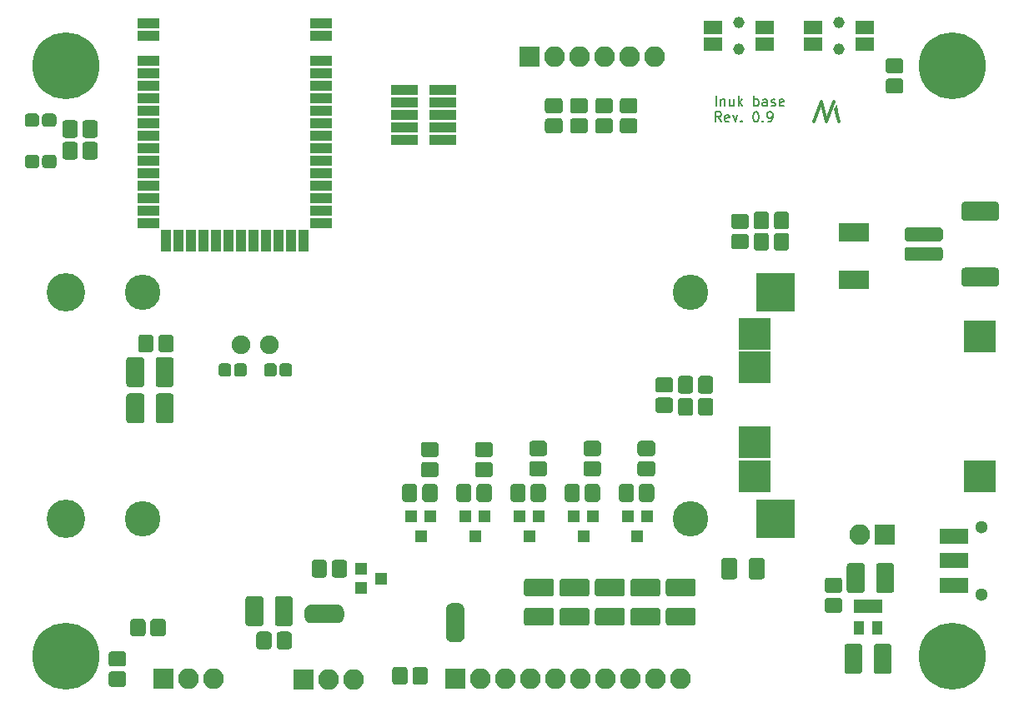
<source format=gbr>
G04 #@! TF.GenerationSoftware,KiCad,Pcbnew,(5.1.5-0-10_14)*
G04 #@! TF.CreationDate,2020-04-17T21:23:15+02:00*
G04 #@! TF.ProjectId,inuk-base,696e756b-2d62-4617-9365-2e6b69636164,rev?*
G04 #@! TF.SameCoordinates,Original*
G04 #@! TF.FileFunction,Soldermask,Top*
G04 #@! TF.FilePolarity,Negative*
%FSLAX46Y46*%
G04 Gerber Fmt 4.6, Leading zero omitted, Abs format (unit mm)*
G04 Created by KiCad (PCBNEW (5.1.5-0-10_14)) date 2020-04-17 21:23:15*
%MOMM*%
%LPD*%
G04 APERTURE LIST*
%ADD10C,0.150000*%
%ADD11C,0.350000*%
%ADD12C,0.100000*%
%ADD13C,1.150000*%
%ADD14R,1.950000X1.400000*%
%ADD15C,1.300000*%
%ADD16R,2.900000X1.650000*%
%ADD17O,2.100000X2.100000*%
%ADD18R,2.100000X2.100000*%
%ADD19C,1.900000*%
%ADD20R,1.900000X1.400000*%
%ADD21R,1.400000X1.900000*%
%ADD22R,1.300000X1.200000*%
%ADD23R,3.200000X3.200000*%
%ADD24R,2.200000X1.100000*%
%ADD25R,1.100000X2.200000*%
%ADD26R,1.050000X1.460000*%
%ADD27R,1.200000X1.300000*%
%ADD28C,1.200000*%
%ADD29C,6.800000*%
%ADD30R,3.100000X1.900000*%
%ADD31C,3.600000*%
%ADD32R,3.900000X3.900000*%
%ADD33C,3.900000*%
%ADD34R,2.800000X1.140000*%
G04 APERTURE END LIST*
D10*
X126490476Y-85652380D02*
X126157142Y-85176190D01*
X125919047Y-85652380D02*
X125919047Y-84652380D01*
X126300000Y-84652380D01*
X126395238Y-84700000D01*
X126442857Y-84747619D01*
X126490476Y-84842857D01*
X126490476Y-84985714D01*
X126442857Y-85080952D01*
X126395238Y-85128571D01*
X126300000Y-85176190D01*
X125919047Y-85176190D01*
X127300000Y-85604761D02*
X127204761Y-85652380D01*
X127014285Y-85652380D01*
X126919047Y-85604761D01*
X126871428Y-85509523D01*
X126871428Y-85128571D01*
X126919047Y-85033333D01*
X127014285Y-84985714D01*
X127204761Y-84985714D01*
X127300000Y-85033333D01*
X127347619Y-85128571D01*
X127347619Y-85223809D01*
X126871428Y-85319047D01*
X127680952Y-84985714D02*
X127919047Y-85652380D01*
X128157142Y-84985714D01*
X128538095Y-85557142D02*
X128585714Y-85604761D01*
X128538095Y-85652380D01*
X128490476Y-85604761D01*
X128538095Y-85557142D01*
X128538095Y-85652380D01*
X129966666Y-84652380D02*
X130061904Y-84652380D01*
X130157142Y-84700000D01*
X130204761Y-84747619D01*
X130252380Y-84842857D01*
X130300000Y-85033333D01*
X130300000Y-85271428D01*
X130252380Y-85461904D01*
X130204761Y-85557142D01*
X130157142Y-85604761D01*
X130061904Y-85652380D01*
X129966666Y-85652380D01*
X129871428Y-85604761D01*
X129823809Y-85557142D01*
X129776190Y-85461904D01*
X129728571Y-85271428D01*
X129728571Y-85033333D01*
X129776190Y-84842857D01*
X129823809Y-84747619D01*
X129871428Y-84700000D01*
X129966666Y-84652380D01*
X130728571Y-85557142D02*
X130776190Y-85604761D01*
X130728571Y-85652380D01*
X130680952Y-85604761D01*
X130728571Y-85557142D01*
X130728571Y-85652380D01*
X131252380Y-85652380D02*
X131442857Y-85652380D01*
X131538095Y-85604761D01*
X131585714Y-85557142D01*
X131680952Y-85414285D01*
X131728571Y-85223809D01*
X131728571Y-84842857D01*
X131680952Y-84747619D01*
X131633333Y-84700000D01*
X131538095Y-84652380D01*
X131347619Y-84652380D01*
X131252380Y-84700000D01*
X131204761Y-84747619D01*
X131157142Y-84842857D01*
X131157142Y-85080952D01*
X131204761Y-85176190D01*
X131252380Y-85223809D01*
X131347619Y-85271428D01*
X131538095Y-85271428D01*
X131633333Y-85223809D01*
X131680952Y-85176190D01*
X131728571Y-85080952D01*
X125971428Y-84052380D02*
X125971428Y-83052380D01*
X126447619Y-83385714D02*
X126447619Y-84052380D01*
X126447619Y-83480952D02*
X126495238Y-83433333D01*
X126590476Y-83385714D01*
X126733333Y-83385714D01*
X126828571Y-83433333D01*
X126876190Y-83528571D01*
X126876190Y-84052380D01*
X127780952Y-83385714D02*
X127780952Y-84052380D01*
X127352380Y-83385714D02*
X127352380Y-83909523D01*
X127400000Y-84004761D01*
X127495238Y-84052380D01*
X127638095Y-84052380D01*
X127733333Y-84004761D01*
X127780952Y-83957142D01*
X128257142Y-84052380D02*
X128257142Y-83052380D01*
X128352380Y-83671428D02*
X128638095Y-84052380D01*
X128638095Y-83385714D02*
X128257142Y-83766666D01*
X129828571Y-84052380D02*
X129828571Y-83052380D01*
X129828571Y-83433333D02*
X129923809Y-83385714D01*
X130114285Y-83385714D01*
X130209523Y-83433333D01*
X130257142Y-83480952D01*
X130304761Y-83576190D01*
X130304761Y-83861904D01*
X130257142Y-83957142D01*
X130209523Y-84004761D01*
X130114285Y-84052380D01*
X129923809Y-84052380D01*
X129828571Y-84004761D01*
X131161904Y-84052380D02*
X131161904Y-83528571D01*
X131114285Y-83433333D01*
X131019047Y-83385714D01*
X130828571Y-83385714D01*
X130733333Y-83433333D01*
X131161904Y-84004761D02*
X131066666Y-84052380D01*
X130828571Y-84052380D01*
X130733333Y-84004761D01*
X130685714Y-83909523D01*
X130685714Y-83814285D01*
X130733333Y-83719047D01*
X130828571Y-83671428D01*
X131066666Y-83671428D01*
X131161904Y-83623809D01*
X131590476Y-84004761D02*
X131685714Y-84052380D01*
X131876190Y-84052380D01*
X131971428Y-84004761D01*
X132019047Y-83909523D01*
X132019047Y-83861904D01*
X131971428Y-83766666D01*
X131876190Y-83719047D01*
X131733333Y-83719047D01*
X131638095Y-83671428D01*
X131590476Y-83576190D01*
X131590476Y-83528571D01*
X131638095Y-83433333D01*
X131733333Y-83385714D01*
X131876190Y-83385714D01*
X131971428Y-83433333D01*
X132828571Y-84004761D02*
X132733333Y-84052380D01*
X132542857Y-84052380D01*
X132447619Y-84004761D01*
X132400000Y-83909523D01*
X132400000Y-83528571D01*
X132447619Y-83433333D01*
X132542857Y-83385714D01*
X132733333Y-83385714D01*
X132828571Y-83433333D01*
X132876190Y-83528571D01*
X132876190Y-83623809D01*
X132400000Y-83719047D01*
D11*
X135940000Y-85610000D02*
X136690000Y-83610000D01*
D12*
G36*
X138300000Y-84510000D02*
G01*
X138060000Y-84600000D01*
X138000000Y-84380000D01*
X138170000Y-83920000D01*
X138300000Y-84510000D01*
G37*
X138300000Y-84510000D02*
X138060000Y-84600000D01*
X138000000Y-84380000D01*
X138170000Y-83920000D01*
X138300000Y-84510000D01*
D11*
X136690000Y-83610000D02*
X137190000Y-85610000D01*
X137190000Y-85610000D02*
X137940000Y-83610000D01*
X138140000Y-84390000D02*
X138440000Y-85610000D01*
D12*
G36*
X70596071Y-107301623D02*
G01*
X70628781Y-107306475D01*
X70660857Y-107314509D01*
X70691991Y-107325649D01*
X70721884Y-107339787D01*
X70750247Y-107356787D01*
X70776807Y-107376485D01*
X70801308Y-107398692D01*
X70823515Y-107423193D01*
X70843213Y-107449753D01*
X70860213Y-107478116D01*
X70874351Y-107508009D01*
X70885491Y-107539143D01*
X70893525Y-107571219D01*
X70898377Y-107603929D01*
X70900000Y-107636956D01*
X70900000Y-108763044D01*
X70898377Y-108796071D01*
X70893525Y-108828781D01*
X70885491Y-108860857D01*
X70874351Y-108891991D01*
X70860213Y-108921884D01*
X70843213Y-108950247D01*
X70823515Y-108976807D01*
X70801308Y-109001308D01*
X70776807Y-109023515D01*
X70750247Y-109043213D01*
X70721884Y-109060213D01*
X70691991Y-109074351D01*
X70660857Y-109085491D01*
X70628781Y-109093525D01*
X70596071Y-109098377D01*
X70563044Y-109100000D01*
X69686956Y-109100000D01*
X69653929Y-109098377D01*
X69621219Y-109093525D01*
X69589143Y-109085491D01*
X69558009Y-109074351D01*
X69528116Y-109060213D01*
X69499753Y-109043213D01*
X69473193Y-109023515D01*
X69448692Y-109001308D01*
X69426485Y-108976807D01*
X69406787Y-108950247D01*
X69389787Y-108921884D01*
X69375649Y-108891991D01*
X69364509Y-108860857D01*
X69356475Y-108828781D01*
X69351623Y-108796071D01*
X69350000Y-108763044D01*
X69350000Y-107636956D01*
X69351623Y-107603929D01*
X69356475Y-107571219D01*
X69364509Y-107539143D01*
X69375649Y-107508009D01*
X69389787Y-107478116D01*
X69406787Y-107449753D01*
X69426485Y-107423193D01*
X69448692Y-107398692D01*
X69473193Y-107376485D01*
X69499753Y-107356787D01*
X69528116Y-107339787D01*
X69558009Y-107325649D01*
X69589143Y-107314509D01*
X69621219Y-107306475D01*
X69653929Y-107301623D01*
X69686956Y-107300000D01*
X70563044Y-107300000D01*
X70596071Y-107301623D01*
G37*
G36*
X68546071Y-107301623D02*
G01*
X68578781Y-107306475D01*
X68610857Y-107314509D01*
X68641991Y-107325649D01*
X68671884Y-107339787D01*
X68700247Y-107356787D01*
X68726807Y-107376485D01*
X68751308Y-107398692D01*
X68773515Y-107423193D01*
X68793213Y-107449753D01*
X68810213Y-107478116D01*
X68824351Y-107508009D01*
X68835491Y-107539143D01*
X68843525Y-107571219D01*
X68848377Y-107603929D01*
X68850000Y-107636956D01*
X68850000Y-108763044D01*
X68848377Y-108796071D01*
X68843525Y-108828781D01*
X68835491Y-108860857D01*
X68824351Y-108891991D01*
X68810213Y-108921884D01*
X68793213Y-108950247D01*
X68773515Y-108976807D01*
X68751308Y-109001308D01*
X68726807Y-109023515D01*
X68700247Y-109043213D01*
X68671884Y-109060213D01*
X68641991Y-109074351D01*
X68610857Y-109085491D01*
X68578781Y-109093525D01*
X68546071Y-109098377D01*
X68513044Y-109100000D01*
X67636956Y-109100000D01*
X67603929Y-109098377D01*
X67571219Y-109093525D01*
X67539143Y-109085491D01*
X67508009Y-109074351D01*
X67478116Y-109060213D01*
X67449753Y-109043213D01*
X67423193Y-109023515D01*
X67398692Y-109001308D01*
X67376485Y-108976807D01*
X67356787Y-108950247D01*
X67339787Y-108921884D01*
X67325649Y-108891991D01*
X67314509Y-108860857D01*
X67306475Y-108828781D01*
X67301623Y-108796071D01*
X67300000Y-108763044D01*
X67300000Y-107636956D01*
X67301623Y-107603929D01*
X67306475Y-107571219D01*
X67314509Y-107539143D01*
X67325649Y-107508009D01*
X67339787Y-107478116D01*
X67356787Y-107449753D01*
X67376485Y-107423193D01*
X67398692Y-107398692D01*
X67423193Y-107376485D01*
X67449753Y-107356787D01*
X67478116Y-107339787D01*
X67508009Y-107325649D01*
X67539143Y-107314509D01*
X67571219Y-107306475D01*
X67603929Y-107301623D01*
X67636956Y-107300000D01*
X68513044Y-107300000D01*
X68546071Y-107301623D01*
G37*
G36*
X67636207Y-109576542D02*
G01*
X67667287Y-109581152D01*
X67697766Y-109588787D01*
X67727350Y-109599372D01*
X67755754Y-109612806D01*
X67782704Y-109628959D01*
X67807942Y-109647677D01*
X67831223Y-109668777D01*
X67852323Y-109692058D01*
X67871041Y-109717296D01*
X67887194Y-109744246D01*
X67900628Y-109772650D01*
X67911213Y-109802234D01*
X67918848Y-109832713D01*
X67923458Y-109863793D01*
X67925000Y-109895176D01*
X67925000Y-112304824D01*
X67923458Y-112336207D01*
X67918848Y-112367287D01*
X67911213Y-112397766D01*
X67900628Y-112427350D01*
X67887194Y-112455754D01*
X67871041Y-112482704D01*
X67852323Y-112507942D01*
X67831223Y-112531223D01*
X67807942Y-112552323D01*
X67782704Y-112571041D01*
X67755754Y-112587194D01*
X67727350Y-112600628D01*
X67697766Y-112611213D01*
X67667287Y-112618848D01*
X67636207Y-112623458D01*
X67604824Y-112625000D01*
X66420176Y-112625000D01*
X66388793Y-112623458D01*
X66357713Y-112618848D01*
X66327234Y-112611213D01*
X66297650Y-112600628D01*
X66269246Y-112587194D01*
X66242296Y-112571041D01*
X66217058Y-112552323D01*
X66193777Y-112531223D01*
X66172677Y-112507942D01*
X66153959Y-112482704D01*
X66137806Y-112455754D01*
X66124372Y-112427350D01*
X66113787Y-112397766D01*
X66106152Y-112367287D01*
X66101542Y-112336207D01*
X66100000Y-112304824D01*
X66100000Y-109895176D01*
X66101542Y-109863793D01*
X66106152Y-109832713D01*
X66113787Y-109802234D01*
X66124372Y-109772650D01*
X66137806Y-109744246D01*
X66153959Y-109717296D01*
X66172677Y-109692058D01*
X66193777Y-109668777D01*
X66217058Y-109647677D01*
X66242296Y-109628959D01*
X66269246Y-109612806D01*
X66297650Y-109599372D01*
X66327234Y-109588787D01*
X66357713Y-109581152D01*
X66388793Y-109576542D01*
X66420176Y-109575000D01*
X67604824Y-109575000D01*
X67636207Y-109576542D01*
G37*
G36*
X70611207Y-109576542D02*
G01*
X70642287Y-109581152D01*
X70672766Y-109588787D01*
X70702350Y-109599372D01*
X70730754Y-109612806D01*
X70757704Y-109628959D01*
X70782942Y-109647677D01*
X70806223Y-109668777D01*
X70827323Y-109692058D01*
X70846041Y-109717296D01*
X70862194Y-109744246D01*
X70875628Y-109772650D01*
X70886213Y-109802234D01*
X70893848Y-109832713D01*
X70898458Y-109863793D01*
X70900000Y-109895176D01*
X70900000Y-112304824D01*
X70898458Y-112336207D01*
X70893848Y-112367287D01*
X70886213Y-112397766D01*
X70875628Y-112427350D01*
X70862194Y-112455754D01*
X70846041Y-112482704D01*
X70827323Y-112507942D01*
X70806223Y-112531223D01*
X70782942Y-112552323D01*
X70757704Y-112571041D01*
X70730754Y-112587194D01*
X70702350Y-112600628D01*
X70672766Y-112611213D01*
X70642287Y-112618848D01*
X70611207Y-112623458D01*
X70579824Y-112625000D01*
X69395176Y-112625000D01*
X69363793Y-112623458D01*
X69332713Y-112618848D01*
X69302234Y-112611213D01*
X69272650Y-112600628D01*
X69244246Y-112587194D01*
X69217296Y-112571041D01*
X69192058Y-112552323D01*
X69168777Y-112531223D01*
X69147677Y-112507942D01*
X69128959Y-112482704D01*
X69112806Y-112455754D01*
X69099372Y-112427350D01*
X69088787Y-112397766D01*
X69081152Y-112367287D01*
X69076542Y-112336207D01*
X69075000Y-112304824D01*
X69075000Y-109895176D01*
X69076542Y-109863793D01*
X69081152Y-109832713D01*
X69088787Y-109802234D01*
X69099372Y-109772650D01*
X69112806Y-109744246D01*
X69128959Y-109717296D01*
X69147677Y-109692058D01*
X69168777Y-109668777D01*
X69192058Y-109647677D01*
X69217296Y-109628959D01*
X69244246Y-109612806D01*
X69272650Y-109599372D01*
X69302234Y-109588787D01*
X69332713Y-109581152D01*
X69363793Y-109576542D01*
X69395176Y-109575000D01*
X70579824Y-109575000D01*
X70611207Y-109576542D01*
G37*
G36*
X67636207Y-113276542D02*
G01*
X67667287Y-113281152D01*
X67697766Y-113288787D01*
X67727350Y-113299372D01*
X67755754Y-113312806D01*
X67782704Y-113328959D01*
X67807942Y-113347677D01*
X67831223Y-113368777D01*
X67852323Y-113392058D01*
X67871041Y-113417296D01*
X67887194Y-113444246D01*
X67900628Y-113472650D01*
X67911213Y-113502234D01*
X67918848Y-113532713D01*
X67923458Y-113563793D01*
X67925000Y-113595176D01*
X67925000Y-116004824D01*
X67923458Y-116036207D01*
X67918848Y-116067287D01*
X67911213Y-116097766D01*
X67900628Y-116127350D01*
X67887194Y-116155754D01*
X67871041Y-116182704D01*
X67852323Y-116207942D01*
X67831223Y-116231223D01*
X67807942Y-116252323D01*
X67782704Y-116271041D01*
X67755754Y-116287194D01*
X67727350Y-116300628D01*
X67697766Y-116311213D01*
X67667287Y-116318848D01*
X67636207Y-116323458D01*
X67604824Y-116325000D01*
X66420176Y-116325000D01*
X66388793Y-116323458D01*
X66357713Y-116318848D01*
X66327234Y-116311213D01*
X66297650Y-116300628D01*
X66269246Y-116287194D01*
X66242296Y-116271041D01*
X66217058Y-116252323D01*
X66193777Y-116231223D01*
X66172677Y-116207942D01*
X66153959Y-116182704D01*
X66137806Y-116155754D01*
X66124372Y-116127350D01*
X66113787Y-116097766D01*
X66106152Y-116067287D01*
X66101542Y-116036207D01*
X66100000Y-116004824D01*
X66100000Y-113595176D01*
X66101542Y-113563793D01*
X66106152Y-113532713D01*
X66113787Y-113502234D01*
X66124372Y-113472650D01*
X66137806Y-113444246D01*
X66153959Y-113417296D01*
X66172677Y-113392058D01*
X66193777Y-113368777D01*
X66217058Y-113347677D01*
X66242296Y-113328959D01*
X66269246Y-113312806D01*
X66297650Y-113299372D01*
X66327234Y-113288787D01*
X66357713Y-113281152D01*
X66388793Y-113276542D01*
X66420176Y-113275000D01*
X67604824Y-113275000D01*
X67636207Y-113276542D01*
G37*
G36*
X70611207Y-113276542D02*
G01*
X70642287Y-113281152D01*
X70672766Y-113288787D01*
X70702350Y-113299372D01*
X70730754Y-113312806D01*
X70757704Y-113328959D01*
X70782942Y-113347677D01*
X70806223Y-113368777D01*
X70827323Y-113392058D01*
X70846041Y-113417296D01*
X70862194Y-113444246D01*
X70875628Y-113472650D01*
X70886213Y-113502234D01*
X70893848Y-113532713D01*
X70898458Y-113563793D01*
X70900000Y-113595176D01*
X70900000Y-116004824D01*
X70898458Y-116036207D01*
X70893848Y-116067287D01*
X70886213Y-116097766D01*
X70875628Y-116127350D01*
X70862194Y-116155754D01*
X70846041Y-116182704D01*
X70827323Y-116207942D01*
X70806223Y-116231223D01*
X70782942Y-116252323D01*
X70757704Y-116271041D01*
X70730754Y-116287194D01*
X70702350Y-116300628D01*
X70672766Y-116311213D01*
X70642287Y-116318848D01*
X70611207Y-116323458D01*
X70579824Y-116325000D01*
X69395176Y-116325000D01*
X69363793Y-116323458D01*
X69332713Y-116318848D01*
X69302234Y-116311213D01*
X69272650Y-116300628D01*
X69244246Y-116287194D01*
X69217296Y-116271041D01*
X69192058Y-116252323D01*
X69168777Y-116231223D01*
X69147677Y-116207942D01*
X69128959Y-116182704D01*
X69112806Y-116155754D01*
X69099372Y-116127350D01*
X69088787Y-116097766D01*
X69081152Y-116067287D01*
X69076542Y-116036207D01*
X69075000Y-116004824D01*
X69075000Y-113595176D01*
X69076542Y-113563793D01*
X69081152Y-113532713D01*
X69088787Y-113502234D01*
X69099372Y-113472650D01*
X69112806Y-113444246D01*
X69128959Y-113417296D01*
X69147677Y-113392058D01*
X69168777Y-113368777D01*
X69192058Y-113347677D01*
X69217296Y-113328959D01*
X69244246Y-113312806D01*
X69272650Y-113299372D01*
X69302234Y-113288787D01*
X69332713Y-113281152D01*
X69363793Y-113276542D01*
X69395176Y-113275000D01*
X70579824Y-113275000D01*
X70611207Y-113276542D01*
G37*
G36*
X81062493Y-110226535D02*
G01*
X81093435Y-110231125D01*
X81123778Y-110238725D01*
X81153230Y-110249263D01*
X81181508Y-110262638D01*
X81208338Y-110278719D01*
X81233463Y-110297353D01*
X81256640Y-110318360D01*
X81277647Y-110341537D01*
X81296281Y-110366662D01*
X81312362Y-110393492D01*
X81325737Y-110421770D01*
X81336275Y-110451222D01*
X81343875Y-110481565D01*
X81348465Y-110512507D01*
X81350000Y-110543750D01*
X81350000Y-111256250D01*
X81348465Y-111287493D01*
X81343875Y-111318435D01*
X81336275Y-111348778D01*
X81325737Y-111378230D01*
X81312362Y-111406508D01*
X81296281Y-111433338D01*
X81277647Y-111458463D01*
X81256640Y-111481640D01*
X81233463Y-111502647D01*
X81208338Y-111521281D01*
X81181508Y-111537362D01*
X81153230Y-111550737D01*
X81123778Y-111561275D01*
X81093435Y-111568875D01*
X81062493Y-111573465D01*
X81031250Y-111575000D01*
X80393750Y-111575000D01*
X80362507Y-111573465D01*
X80331565Y-111568875D01*
X80301222Y-111561275D01*
X80271770Y-111550737D01*
X80243492Y-111537362D01*
X80216662Y-111521281D01*
X80191537Y-111502647D01*
X80168360Y-111481640D01*
X80147353Y-111458463D01*
X80128719Y-111433338D01*
X80112638Y-111406508D01*
X80099263Y-111378230D01*
X80088725Y-111348778D01*
X80081125Y-111318435D01*
X80076535Y-111287493D01*
X80075000Y-111256250D01*
X80075000Y-110543750D01*
X80076535Y-110512507D01*
X80081125Y-110481565D01*
X80088725Y-110451222D01*
X80099263Y-110421770D01*
X80112638Y-110393492D01*
X80128719Y-110366662D01*
X80147353Y-110341537D01*
X80168360Y-110318360D01*
X80191537Y-110297353D01*
X80216662Y-110278719D01*
X80243492Y-110262638D01*
X80271770Y-110249263D01*
X80301222Y-110238725D01*
X80331565Y-110231125D01*
X80362507Y-110226535D01*
X80393750Y-110225000D01*
X81031250Y-110225000D01*
X81062493Y-110226535D01*
G37*
G36*
X82637493Y-110226535D02*
G01*
X82668435Y-110231125D01*
X82698778Y-110238725D01*
X82728230Y-110249263D01*
X82756508Y-110262638D01*
X82783338Y-110278719D01*
X82808463Y-110297353D01*
X82831640Y-110318360D01*
X82852647Y-110341537D01*
X82871281Y-110366662D01*
X82887362Y-110393492D01*
X82900737Y-110421770D01*
X82911275Y-110451222D01*
X82918875Y-110481565D01*
X82923465Y-110512507D01*
X82925000Y-110543750D01*
X82925000Y-111256250D01*
X82923465Y-111287493D01*
X82918875Y-111318435D01*
X82911275Y-111348778D01*
X82900737Y-111378230D01*
X82887362Y-111406508D01*
X82871281Y-111433338D01*
X82852647Y-111458463D01*
X82831640Y-111481640D01*
X82808463Y-111502647D01*
X82783338Y-111521281D01*
X82756508Y-111537362D01*
X82728230Y-111550737D01*
X82698778Y-111561275D01*
X82668435Y-111568875D01*
X82637493Y-111573465D01*
X82606250Y-111575000D01*
X81968750Y-111575000D01*
X81937507Y-111573465D01*
X81906565Y-111568875D01*
X81876222Y-111561275D01*
X81846770Y-111550737D01*
X81818492Y-111537362D01*
X81791662Y-111521281D01*
X81766537Y-111502647D01*
X81743360Y-111481640D01*
X81722353Y-111458463D01*
X81703719Y-111433338D01*
X81687638Y-111406508D01*
X81674263Y-111378230D01*
X81663725Y-111348778D01*
X81656125Y-111318435D01*
X81651535Y-111287493D01*
X81650000Y-111256250D01*
X81650000Y-110543750D01*
X81651535Y-110512507D01*
X81656125Y-110481565D01*
X81663725Y-110451222D01*
X81674263Y-110421770D01*
X81687638Y-110393492D01*
X81703719Y-110366662D01*
X81722353Y-110341537D01*
X81743360Y-110318360D01*
X81766537Y-110297353D01*
X81791662Y-110278719D01*
X81818492Y-110262638D01*
X81846770Y-110249263D01*
X81876222Y-110238725D01*
X81906565Y-110231125D01*
X81937507Y-110226535D01*
X81968750Y-110225000D01*
X82606250Y-110225000D01*
X82637493Y-110226535D01*
G37*
G36*
X78037493Y-110226535D02*
G01*
X78068435Y-110231125D01*
X78098778Y-110238725D01*
X78128230Y-110249263D01*
X78156508Y-110262638D01*
X78183338Y-110278719D01*
X78208463Y-110297353D01*
X78231640Y-110318360D01*
X78252647Y-110341537D01*
X78271281Y-110366662D01*
X78287362Y-110393492D01*
X78300737Y-110421770D01*
X78311275Y-110451222D01*
X78318875Y-110481565D01*
X78323465Y-110512507D01*
X78325000Y-110543750D01*
X78325000Y-111256250D01*
X78323465Y-111287493D01*
X78318875Y-111318435D01*
X78311275Y-111348778D01*
X78300737Y-111378230D01*
X78287362Y-111406508D01*
X78271281Y-111433338D01*
X78252647Y-111458463D01*
X78231640Y-111481640D01*
X78208463Y-111502647D01*
X78183338Y-111521281D01*
X78156508Y-111537362D01*
X78128230Y-111550737D01*
X78098778Y-111561275D01*
X78068435Y-111568875D01*
X78037493Y-111573465D01*
X78006250Y-111575000D01*
X77368750Y-111575000D01*
X77337507Y-111573465D01*
X77306565Y-111568875D01*
X77276222Y-111561275D01*
X77246770Y-111550737D01*
X77218492Y-111537362D01*
X77191662Y-111521281D01*
X77166537Y-111502647D01*
X77143360Y-111481640D01*
X77122353Y-111458463D01*
X77103719Y-111433338D01*
X77087638Y-111406508D01*
X77074263Y-111378230D01*
X77063725Y-111348778D01*
X77056125Y-111318435D01*
X77051535Y-111287493D01*
X77050000Y-111256250D01*
X77050000Y-110543750D01*
X77051535Y-110512507D01*
X77056125Y-110481565D01*
X77063725Y-110451222D01*
X77074263Y-110421770D01*
X77087638Y-110393492D01*
X77103719Y-110366662D01*
X77122353Y-110341537D01*
X77143360Y-110318360D01*
X77166537Y-110297353D01*
X77191662Y-110278719D01*
X77218492Y-110262638D01*
X77246770Y-110249263D01*
X77276222Y-110238725D01*
X77306565Y-110231125D01*
X77337507Y-110226535D01*
X77368750Y-110225000D01*
X78006250Y-110225000D01*
X78037493Y-110226535D01*
G37*
G36*
X76462493Y-110226535D02*
G01*
X76493435Y-110231125D01*
X76523778Y-110238725D01*
X76553230Y-110249263D01*
X76581508Y-110262638D01*
X76608338Y-110278719D01*
X76633463Y-110297353D01*
X76656640Y-110318360D01*
X76677647Y-110341537D01*
X76696281Y-110366662D01*
X76712362Y-110393492D01*
X76725737Y-110421770D01*
X76736275Y-110451222D01*
X76743875Y-110481565D01*
X76748465Y-110512507D01*
X76750000Y-110543750D01*
X76750000Y-111256250D01*
X76748465Y-111287493D01*
X76743875Y-111318435D01*
X76736275Y-111348778D01*
X76725737Y-111378230D01*
X76712362Y-111406508D01*
X76696281Y-111433338D01*
X76677647Y-111458463D01*
X76656640Y-111481640D01*
X76633463Y-111502647D01*
X76608338Y-111521281D01*
X76581508Y-111537362D01*
X76553230Y-111550737D01*
X76523778Y-111561275D01*
X76493435Y-111568875D01*
X76462493Y-111573465D01*
X76431250Y-111575000D01*
X75793750Y-111575000D01*
X75762507Y-111573465D01*
X75731565Y-111568875D01*
X75701222Y-111561275D01*
X75671770Y-111550737D01*
X75643492Y-111537362D01*
X75616662Y-111521281D01*
X75591537Y-111502647D01*
X75568360Y-111481640D01*
X75547353Y-111458463D01*
X75528719Y-111433338D01*
X75512638Y-111406508D01*
X75499263Y-111378230D01*
X75488725Y-111348778D01*
X75481125Y-111318435D01*
X75476535Y-111287493D01*
X75475000Y-111256250D01*
X75475000Y-110543750D01*
X75476535Y-110512507D01*
X75481125Y-110481565D01*
X75488725Y-110451222D01*
X75499263Y-110421770D01*
X75512638Y-110393492D01*
X75528719Y-110366662D01*
X75547353Y-110341537D01*
X75568360Y-110318360D01*
X75591537Y-110297353D01*
X75616662Y-110278719D01*
X75643492Y-110262638D01*
X75671770Y-110249263D01*
X75701222Y-110238725D01*
X75731565Y-110231125D01*
X75762507Y-110226535D01*
X75793750Y-110225000D01*
X76431250Y-110225000D01*
X76462493Y-110226535D01*
G37*
D13*
X138450000Y-75525000D03*
X138450000Y-78275000D03*
D14*
X141075000Y-76050000D03*
X135825000Y-76050000D03*
X135825000Y-77750000D03*
X141075000Y-77750000D03*
D13*
X128250000Y-75525000D03*
X128250000Y-78275000D03*
D14*
X130875000Y-76050000D03*
X125625000Y-76050000D03*
X125625000Y-77750000D03*
X130875000Y-77750000D03*
D12*
G36*
X154414372Y-93801525D02*
G01*
X154445112Y-93806085D01*
X154475257Y-93813636D01*
X154504516Y-93824105D01*
X154532609Y-93837392D01*
X154559264Y-93853368D01*
X154584224Y-93871880D01*
X154607250Y-93892750D01*
X154628120Y-93915776D01*
X154646632Y-93940736D01*
X154662608Y-93967391D01*
X154675895Y-93995484D01*
X154686364Y-94024743D01*
X154693915Y-94054888D01*
X154698475Y-94085628D01*
X154700000Y-94116667D01*
X154700000Y-95383333D01*
X154698475Y-95414372D01*
X154693915Y-95445112D01*
X154686364Y-95475257D01*
X154675895Y-95504516D01*
X154662608Y-95532609D01*
X154646632Y-95559264D01*
X154628120Y-95584224D01*
X154607250Y-95607250D01*
X154584224Y-95628120D01*
X154559264Y-95646632D01*
X154532609Y-95662608D01*
X154504516Y-95675895D01*
X154475257Y-95686364D01*
X154445112Y-95693915D01*
X154414372Y-95698475D01*
X154383333Y-95700000D01*
X151216667Y-95700000D01*
X151185628Y-95698475D01*
X151154888Y-95693915D01*
X151124743Y-95686364D01*
X151095484Y-95675895D01*
X151067391Y-95662608D01*
X151040736Y-95646632D01*
X151015776Y-95628120D01*
X150992750Y-95607250D01*
X150971880Y-95584224D01*
X150953368Y-95559264D01*
X150937392Y-95532609D01*
X150924105Y-95504516D01*
X150913636Y-95475257D01*
X150906085Y-95445112D01*
X150901525Y-95414372D01*
X150900000Y-95383333D01*
X150900000Y-94116667D01*
X150901525Y-94085628D01*
X150906085Y-94054888D01*
X150913636Y-94024743D01*
X150924105Y-93995484D01*
X150937392Y-93967391D01*
X150953368Y-93940736D01*
X150971880Y-93915776D01*
X150992750Y-93892750D01*
X151015776Y-93871880D01*
X151040736Y-93853368D01*
X151067391Y-93837392D01*
X151095484Y-93824105D01*
X151124743Y-93813636D01*
X151154888Y-93806085D01*
X151185628Y-93801525D01*
X151216667Y-93800000D01*
X154383333Y-93800000D01*
X154414372Y-93801525D01*
G37*
G36*
X154414372Y-100501525D02*
G01*
X154445112Y-100506085D01*
X154475257Y-100513636D01*
X154504516Y-100524105D01*
X154532609Y-100537392D01*
X154559264Y-100553368D01*
X154584224Y-100571880D01*
X154607250Y-100592750D01*
X154628120Y-100615776D01*
X154646632Y-100640736D01*
X154662608Y-100667391D01*
X154675895Y-100695484D01*
X154686364Y-100724743D01*
X154693915Y-100754888D01*
X154698475Y-100785628D01*
X154700000Y-100816667D01*
X154700000Y-102083333D01*
X154698475Y-102114372D01*
X154693915Y-102145112D01*
X154686364Y-102175257D01*
X154675895Y-102204516D01*
X154662608Y-102232609D01*
X154646632Y-102259264D01*
X154628120Y-102284224D01*
X154607250Y-102307250D01*
X154584224Y-102328120D01*
X154559264Y-102346632D01*
X154532609Y-102362608D01*
X154504516Y-102375895D01*
X154475257Y-102386364D01*
X154445112Y-102393915D01*
X154414372Y-102398475D01*
X154383333Y-102400000D01*
X151216667Y-102400000D01*
X151185628Y-102398475D01*
X151154888Y-102393915D01*
X151124743Y-102386364D01*
X151095484Y-102375895D01*
X151067391Y-102362608D01*
X151040736Y-102346632D01*
X151015776Y-102328120D01*
X150992750Y-102307250D01*
X150971880Y-102284224D01*
X150953368Y-102259264D01*
X150937392Y-102232609D01*
X150924105Y-102204516D01*
X150913636Y-102175257D01*
X150906085Y-102145112D01*
X150901525Y-102114372D01*
X150900000Y-102083333D01*
X150900000Y-100816667D01*
X150901525Y-100785628D01*
X150906085Y-100754888D01*
X150913636Y-100724743D01*
X150924105Y-100695484D01*
X150937392Y-100667391D01*
X150953368Y-100640736D01*
X150971880Y-100615776D01*
X150992750Y-100592750D01*
X151015776Y-100571880D01*
X151040736Y-100553368D01*
X151067391Y-100537392D01*
X151095484Y-100524105D01*
X151124743Y-100513636D01*
X151154888Y-100506085D01*
X151185628Y-100501525D01*
X151216667Y-100500000D01*
X154383333Y-100500000D01*
X154414372Y-100501525D01*
G37*
G36*
X148684306Y-96401685D02*
G01*
X148718282Y-96406725D01*
X148751600Y-96415071D01*
X148783939Y-96426642D01*
X148814989Y-96441328D01*
X148844450Y-96458986D01*
X148872038Y-96479446D01*
X148897487Y-96502513D01*
X148920554Y-96527962D01*
X148941014Y-96555550D01*
X148958672Y-96585011D01*
X148973358Y-96616061D01*
X148984929Y-96648400D01*
X148993275Y-96681718D01*
X148998315Y-96715694D01*
X149000000Y-96750000D01*
X149000000Y-97450000D01*
X148998315Y-97484306D01*
X148993275Y-97518282D01*
X148984929Y-97551600D01*
X148973358Y-97583939D01*
X148958672Y-97614989D01*
X148941014Y-97644450D01*
X148920554Y-97672038D01*
X148897487Y-97697487D01*
X148872038Y-97720554D01*
X148844450Y-97741014D01*
X148814989Y-97758672D01*
X148783939Y-97773358D01*
X148751600Y-97784929D01*
X148718282Y-97793275D01*
X148684306Y-97798315D01*
X148650000Y-97800000D01*
X145450000Y-97800000D01*
X145415694Y-97798315D01*
X145381718Y-97793275D01*
X145348400Y-97784929D01*
X145316061Y-97773358D01*
X145285011Y-97758672D01*
X145255550Y-97741014D01*
X145227962Y-97720554D01*
X145202513Y-97697487D01*
X145179446Y-97672038D01*
X145158986Y-97644450D01*
X145141328Y-97614989D01*
X145126642Y-97583939D01*
X145115071Y-97551600D01*
X145106725Y-97518282D01*
X145101685Y-97484306D01*
X145100000Y-97450000D01*
X145100000Y-96750000D01*
X145101685Y-96715694D01*
X145106725Y-96681718D01*
X145115071Y-96648400D01*
X145126642Y-96616061D01*
X145141328Y-96585011D01*
X145158986Y-96555550D01*
X145179446Y-96527962D01*
X145202513Y-96502513D01*
X145227962Y-96479446D01*
X145255550Y-96458986D01*
X145285011Y-96441328D01*
X145316061Y-96426642D01*
X145348400Y-96415071D01*
X145381718Y-96406725D01*
X145415694Y-96401685D01*
X145450000Y-96400000D01*
X148650000Y-96400000D01*
X148684306Y-96401685D01*
G37*
G36*
X148684306Y-98401685D02*
G01*
X148718282Y-98406725D01*
X148751600Y-98415071D01*
X148783939Y-98426642D01*
X148814989Y-98441328D01*
X148844450Y-98458986D01*
X148872038Y-98479446D01*
X148897487Y-98502513D01*
X148920554Y-98527962D01*
X148941014Y-98555550D01*
X148958672Y-98585011D01*
X148973358Y-98616061D01*
X148984929Y-98648400D01*
X148993275Y-98681718D01*
X148998315Y-98715694D01*
X149000000Y-98750000D01*
X149000000Y-99450000D01*
X148998315Y-99484306D01*
X148993275Y-99518282D01*
X148984929Y-99551600D01*
X148973358Y-99583939D01*
X148958672Y-99614989D01*
X148941014Y-99644450D01*
X148920554Y-99672038D01*
X148897487Y-99697487D01*
X148872038Y-99720554D01*
X148844450Y-99741014D01*
X148814989Y-99758672D01*
X148783939Y-99773358D01*
X148751600Y-99784929D01*
X148718282Y-99793275D01*
X148684306Y-99798315D01*
X148650000Y-99800000D01*
X145450000Y-99800000D01*
X145415694Y-99798315D01*
X145381718Y-99793275D01*
X145348400Y-99784929D01*
X145316061Y-99773358D01*
X145285011Y-99758672D01*
X145255550Y-99741014D01*
X145227962Y-99720554D01*
X145202513Y-99697487D01*
X145179446Y-99672038D01*
X145158986Y-99644450D01*
X145141328Y-99614989D01*
X145126642Y-99583939D01*
X145115071Y-99551600D01*
X145106725Y-99518282D01*
X145101685Y-99484306D01*
X145100000Y-99450000D01*
X145100000Y-98750000D01*
X145101685Y-98715694D01*
X145106725Y-98681718D01*
X145115071Y-98648400D01*
X145126642Y-98616061D01*
X145141328Y-98585011D01*
X145158986Y-98555550D01*
X145179446Y-98527962D01*
X145202513Y-98502513D01*
X145227962Y-98479446D01*
X145255550Y-98458986D01*
X145285011Y-98441328D01*
X145316061Y-98426642D01*
X145348400Y-98415071D01*
X145381718Y-98406725D01*
X145415694Y-98401685D01*
X145450000Y-98400000D01*
X148650000Y-98400000D01*
X148684306Y-98401685D01*
G37*
D15*
X152900000Y-126900000D03*
X152900000Y-133700000D03*
D16*
X150150000Y-127800000D03*
X150150000Y-130300000D03*
X150150000Y-132800000D03*
D17*
X140560000Y-127600000D03*
D18*
X143100000Y-127600000D03*
D19*
X80650000Y-108300000D03*
X77750000Y-108300000D03*
D12*
G36*
X144696071Y-79201623D02*
G01*
X144728781Y-79206475D01*
X144760857Y-79214509D01*
X144791991Y-79225649D01*
X144821884Y-79239787D01*
X144850247Y-79256787D01*
X144876807Y-79276485D01*
X144901308Y-79298692D01*
X144923515Y-79323193D01*
X144943213Y-79349753D01*
X144960213Y-79378116D01*
X144974351Y-79408009D01*
X144985491Y-79439143D01*
X144993525Y-79471219D01*
X144998377Y-79503929D01*
X145000000Y-79536956D01*
X145000000Y-80413044D01*
X144998377Y-80446071D01*
X144993525Y-80478781D01*
X144985491Y-80510857D01*
X144974351Y-80541991D01*
X144960213Y-80571884D01*
X144943213Y-80600247D01*
X144923515Y-80626807D01*
X144901308Y-80651308D01*
X144876807Y-80673515D01*
X144850247Y-80693213D01*
X144821884Y-80710213D01*
X144791991Y-80724351D01*
X144760857Y-80735491D01*
X144728781Y-80743525D01*
X144696071Y-80748377D01*
X144663044Y-80750000D01*
X143536956Y-80750000D01*
X143503929Y-80748377D01*
X143471219Y-80743525D01*
X143439143Y-80735491D01*
X143408009Y-80724351D01*
X143378116Y-80710213D01*
X143349753Y-80693213D01*
X143323193Y-80673515D01*
X143298692Y-80651308D01*
X143276485Y-80626807D01*
X143256787Y-80600247D01*
X143239787Y-80571884D01*
X143225649Y-80541991D01*
X143214509Y-80510857D01*
X143206475Y-80478781D01*
X143201623Y-80446071D01*
X143200000Y-80413044D01*
X143200000Y-79536956D01*
X143201623Y-79503929D01*
X143206475Y-79471219D01*
X143214509Y-79439143D01*
X143225649Y-79408009D01*
X143239787Y-79378116D01*
X143256787Y-79349753D01*
X143276485Y-79323193D01*
X143298692Y-79298692D01*
X143323193Y-79276485D01*
X143349753Y-79256787D01*
X143378116Y-79239787D01*
X143408009Y-79225649D01*
X143439143Y-79214509D01*
X143471219Y-79206475D01*
X143503929Y-79201623D01*
X143536956Y-79200000D01*
X144663044Y-79200000D01*
X144696071Y-79201623D01*
G37*
G36*
X144696071Y-81251623D02*
G01*
X144728781Y-81256475D01*
X144760857Y-81264509D01*
X144791991Y-81275649D01*
X144821884Y-81289787D01*
X144850247Y-81306787D01*
X144876807Y-81326485D01*
X144901308Y-81348692D01*
X144923515Y-81373193D01*
X144943213Y-81399753D01*
X144960213Y-81428116D01*
X144974351Y-81458009D01*
X144985491Y-81489143D01*
X144993525Y-81521219D01*
X144998377Y-81553929D01*
X145000000Y-81586956D01*
X145000000Y-82463044D01*
X144998377Y-82496071D01*
X144993525Y-82528781D01*
X144985491Y-82560857D01*
X144974351Y-82591991D01*
X144960213Y-82621884D01*
X144943213Y-82650247D01*
X144923515Y-82676807D01*
X144901308Y-82701308D01*
X144876807Y-82723515D01*
X144850247Y-82743213D01*
X144821884Y-82760213D01*
X144791991Y-82774351D01*
X144760857Y-82785491D01*
X144728781Y-82793525D01*
X144696071Y-82798377D01*
X144663044Y-82800000D01*
X143536956Y-82800000D01*
X143503929Y-82798377D01*
X143471219Y-82793525D01*
X143439143Y-82785491D01*
X143408009Y-82774351D01*
X143378116Y-82760213D01*
X143349753Y-82743213D01*
X143323193Y-82723515D01*
X143298692Y-82701308D01*
X143276485Y-82676807D01*
X143256787Y-82650247D01*
X143239787Y-82621884D01*
X143225649Y-82591991D01*
X143214509Y-82560857D01*
X143206475Y-82528781D01*
X143201623Y-82496071D01*
X143200000Y-82463044D01*
X143200000Y-81586956D01*
X143201623Y-81553929D01*
X143206475Y-81521219D01*
X143214509Y-81489143D01*
X143225649Y-81458009D01*
X143239787Y-81428116D01*
X143256787Y-81399753D01*
X143276485Y-81373193D01*
X143298692Y-81348692D01*
X143323193Y-81326485D01*
X143349753Y-81306787D01*
X143378116Y-81289787D01*
X143408009Y-81275649D01*
X143439143Y-81264509D01*
X143471219Y-81256475D01*
X143503929Y-81251623D01*
X143536956Y-81250000D01*
X144663044Y-81250000D01*
X144696071Y-81251623D01*
G37*
G36*
X60846071Y-87701623D02*
G01*
X60878781Y-87706475D01*
X60910857Y-87714509D01*
X60941991Y-87725649D01*
X60971884Y-87739787D01*
X61000247Y-87756787D01*
X61026807Y-87776485D01*
X61051308Y-87798692D01*
X61073515Y-87823193D01*
X61093213Y-87849753D01*
X61110213Y-87878116D01*
X61124351Y-87908009D01*
X61135491Y-87939143D01*
X61143525Y-87971219D01*
X61148377Y-88003929D01*
X61150000Y-88036956D01*
X61150000Y-89163044D01*
X61148377Y-89196071D01*
X61143525Y-89228781D01*
X61135491Y-89260857D01*
X61124351Y-89291991D01*
X61110213Y-89321884D01*
X61093213Y-89350247D01*
X61073515Y-89376807D01*
X61051308Y-89401308D01*
X61026807Y-89423515D01*
X61000247Y-89443213D01*
X60971884Y-89460213D01*
X60941991Y-89474351D01*
X60910857Y-89485491D01*
X60878781Y-89493525D01*
X60846071Y-89498377D01*
X60813044Y-89500000D01*
X59936956Y-89500000D01*
X59903929Y-89498377D01*
X59871219Y-89493525D01*
X59839143Y-89485491D01*
X59808009Y-89474351D01*
X59778116Y-89460213D01*
X59749753Y-89443213D01*
X59723193Y-89423515D01*
X59698692Y-89401308D01*
X59676485Y-89376807D01*
X59656787Y-89350247D01*
X59639787Y-89321884D01*
X59625649Y-89291991D01*
X59614509Y-89260857D01*
X59606475Y-89228781D01*
X59601623Y-89196071D01*
X59600000Y-89163044D01*
X59600000Y-88036956D01*
X59601623Y-88003929D01*
X59606475Y-87971219D01*
X59614509Y-87939143D01*
X59625649Y-87908009D01*
X59639787Y-87878116D01*
X59656787Y-87849753D01*
X59676485Y-87823193D01*
X59698692Y-87798692D01*
X59723193Y-87776485D01*
X59749753Y-87756787D01*
X59778116Y-87739787D01*
X59808009Y-87725649D01*
X59839143Y-87714509D01*
X59871219Y-87706475D01*
X59903929Y-87701623D01*
X59936956Y-87700000D01*
X60813044Y-87700000D01*
X60846071Y-87701623D01*
G37*
G36*
X62896071Y-87701623D02*
G01*
X62928781Y-87706475D01*
X62960857Y-87714509D01*
X62991991Y-87725649D01*
X63021884Y-87739787D01*
X63050247Y-87756787D01*
X63076807Y-87776485D01*
X63101308Y-87798692D01*
X63123515Y-87823193D01*
X63143213Y-87849753D01*
X63160213Y-87878116D01*
X63174351Y-87908009D01*
X63185491Y-87939143D01*
X63193525Y-87971219D01*
X63198377Y-88003929D01*
X63200000Y-88036956D01*
X63200000Y-89163044D01*
X63198377Y-89196071D01*
X63193525Y-89228781D01*
X63185491Y-89260857D01*
X63174351Y-89291991D01*
X63160213Y-89321884D01*
X63143213Y-89350247D01*
X63123515Y-89376807D01*
X63101308Y-89401308D01*
X63076807Y-89423515D01*
X63050247Y-89443213D01*
X63021884Y-89460213D01*
X62991991Y-89474351D01*
X62960857Y-89485491D01*
X62928781Y-89493525D01*
X62896071Y-89498377D01*
X62863044Y-89500000D01*
X61986956Y-89500000D01*
X61953929Y-89498377D01*
X61921219Y-89493525D01*
X61889143Y-89485491D01*
X61858009Y-89474351D01*
X61828116Y-89460213D01*
X61799753Y-89443213D01*
X61773193Y-89423515D01*
X61748692Y-89401308D01*
X61726485Y-89376807D01*
X61706787Y-89350247D01*
X61689787Y-89321884D01*
X61675649Y-89291991D01*
X61664509Y-89260857D01*
X61656475Y-89228781D01*
X61651623Y-89196071D01*
X61650000Y-89163044D01*
X61650000Y-88036956D01*
X61651623Y-88003929D01*
X61656475Y-87971219D01*
X61664509Y-87939143D01*
X61675649Y-87908009D01*
X61689787Y-87878116D01*
X61706787Y-87849753D01*
X61726485Y-87823193D01*
X61748692Y-87798692D01*
X61773193Y-87776485D01*
X61799753Y-87756787D01*
X61828116Y-87739787D01*
X61858009Y-87725649D01*
X61889143Y-87714509D01*
X61921219Y-87706475D01*
X61953929Y-87701623D01*
X61986956Y-87700000D01*
X62863044Y-87700000D01*
X62896071Y-87701623D01*
G37*
G36*
X60846071Y-85501623D02*
G01*
X60878781Y-85506475D01*
X60910857Y-85514509D01*
X60941991Y-85525649D01*
X60971884Y-85539787D01*
X61000247Y-85556787D01*
X61026807Y-85576485D01*
X61051308Y-85598692D01*
X61073515Y-85623193D01*
X61093213Y-85649753D01*
X61110213Y-85678116D01*
X61124351Y-85708009D01*
X61135491Y-85739143D01*
X61143525Y-85771219D01*
X61148377Y-85803929D01*
X61150000Y-85836956D01*
X61150000Y-86963044D01*
X61148377Y-86996071D01*
X61143525Y-87028781D01*
X61135491Y-87060857D01*
X61124351Y-87091991D01*
X61110213Y-87121884D01*
X61093213Y-87150247D01*
X61073515Y-87176807D01*
X61051308Y-87201308D01*
X61026807Y-87223515D01*
X61000247Y-87243213D01*
X60971884Y-87260213D01*
X60941991Y-87274351D01*
X60910857Y-87285491D01*
X60878781Y-87293525D01*
X60846071Y-87298377D01*
X60813044Y-87300000D01*
X59936956Y-87300000D01*
X59903929Y-87298377D01*
X59871219Y-87293525D01*
X59839143Y-87285491D01*
X59808009Y-87274351D01*
X59778116Y-87260213D01*
X59749753Y-87243213D01*
X59723193Y-87223515D01*
X59698692Y-87201308D01*
X59676485Y-87176807D01*
X59656787Y-87150247D01*
X59639787Y-87121884D01*
X59625649Y-87091991D01*
X59614509Y-87060857D01*
X59606475Y-87028781D01*
X59601623Y-86996071D01*
X59600000Y-86963044D01*
X59600000Y-85836956D01*
X59601623Y-85803929D01*
X59606475Y-85771219D01*
X59614509Y-85739143D01*
X59625649Y-85708009D01*
X59639787Y-85678116D01*
X59656787Y-85649753D01*
X59676485Y-85623193D01*
X59698692Y-85598692D01*
X59723193Y-85576485D01*
X59749753Y-85556787D01*
X59778116Y-85539787D01*
X59808009Y-85525649D01*
X59839143Y-85514509D01*
X59871219Y-85506475D01*
X59903929Y-85501623D01*
X59936956Y-85500000D01*
X60813044Y-85500000D01*
X60846071Y-85501623D01*
G37*
G36*
X62896071Y-85501623D02*
G01*
X62928781Y-85506475D01*
X62960857Y-85514509D01*
X62991991Y-85525649D01*
X63021884Y-85539787D01*
X63050247Y-85556787D01*
X63076807Y-85576485D01*
X63101308Y-85598692D01*
X63123515Y-85623193D01*
X63143213Y-85649753D01*
X63160213Y-85678116D01*
X63174351Y-85708009D01*
X63185491Y-85739143D01*
X63193525Y-85771219D01*
X63198377Y-85803929D01*
X63200000Y-85836956D01*
X63200000Y-86963044D01*
X63198377Y-86996071D01*
X63193525Y-87028781D01*
X63185491Y-87060857D01*
X63174351Y-87091991D01*
X63160213Y-87121884D01*
X63143213Y-87150247D01*
X63123515Y-87176807D01*
X63101308Y-87201308D01*
X63076807Y-87223515D01*
X63050247Y-87243213D01*
X63021884Y-87260213D01*
X62991991Y-87274351D01*
X62960857Y-87285491D01*
X62928781Y-87293525D01*
X62896071Y-87298377D01*
X62863044Y-87300000D01*
X61986956Y-87300000D01*
X61953929Y-87298377D01*
X61921219Y-87293525D01*
X61889143Y-87285491D01*
X61858009Y-87274351D01*
X61828116Y-87260213D01*
X61799753Y-87243213D01*
X61773193Y-87223515D01*
X61748692Y-87201308D01*
X61726485Y-87176807D01*
X61706787Y-87150247D01*
X61689787Y-87121884D01*
X61675649Y-87091991D01*
X61664509Y-87060857D01*
X61656475Y-87028781D01*
X61651623Y-86996071D01*
X61650000Y-86963044D01*
X61650000Y-85836956D01*
X61651623Y-85803929D01*
X61656475Y-85771219D01*
X61664509Y-85739143D01*
X61675649Y-85708009D01*
X61689787Y-85678116D01*
X61706787Y-85649753D01*
X61726485Y-85623193D01*
X61748692Y-85598692D01*
X61773193Y-85576485D01*
X61799753Y-85556787D01*
X61828116Y-85539787D01*
X61858009Y-85525649D01*
X61889143Y-85514509D01*
X61921219Y-85506475D01*
X61953929Y-85501623D01*
X61986956Y-85500000D01*
X62863044Y-85500000D01*
X62896071Y-85501623D01*
G37*
G36*
X58695581Y-89026625D02*
G01*
X58728343Y-89031485D01*
X58760471Y-89039533D01*
X58791656Y-89050691D01*
X58821596Y-89064852D01*
X58850005Y-89081879D01*
X58876608Y-89101609D01*
X58901149Y-89123851D01*
X58923391Y-89148392D01*
X58943121Y-89174995D01*
X58960148Y-89203404D01*
X58974309Y-89233344D01*
X58985467Y-89264529D01*
X58993515Y-89296657D01*
X58998375Y-89329419D01*
X59000000Y-89362500D01*
X59000000Y-90037500D01*
X58998375Y-90070581D01*
X58993515Y-90103343D01*
X58985467Y-90135471D01*
X58974309Y-90166656D01*
X58960148Y-90196596D01*
X58943121Y-90225005D01*
X58923391Y-90251608D01*
X58901149Y-90276149D01*
X58876608Y-90298391D01*
X58850005Y-90318121D01*
X58821596Y-90335148D01*
X58791656Y-90349309D01*
X58760471Y-90360467D01*
X58728343Y-90368515D01*
X58695581Y-90373375D01*
X58662500Y-90375000D01*
X57887500Y-90375000D01*
X57854419Y-90373375D01*
X57821657Y-90368515D01*
X57789529Y-90360467D01*
X57758344Y-90349309D01*
X57728404Y-90335148D01*
X57699995Y-90318121D01*
X57673392Y-90298391D01*
X57648851Y-90276149D01*
X57626609Y-90251608D01*
X57606879Y-90225005D01*
X57589852Y-90196596D01*
X57575691Y-90166656D01*
X57564533Y-90135471D01*
X57556485Y-90103343D01*
X57551625Y-90070581D01*
X57550000Y-90037500D01*
X57550000Y-89362500D01*
X57551625Y-89329419D01*
X57556485Y-89296657D01*
X57564533Y-89264529D01*
X57575691Y-89233344D01*
X57589852Y-89203404D01*
X57606879Y-89174995D01*
X57626609Y-89148392D01*
X57648851Y-89123851D01*
X57673392Y-89101609D01*
X57699995Y-89081879D01*
X57728404Y-89064852D01*
X57758344Y-89050691D01*
X57789529Y-89039533D01*
X57821657Y-89031485D01*
X57854419Y-89026625D01*
X57887500Y-89025000D01*
X58662500Y-89025000D01*
X58695581Y-89026625D01*
G37*
G36*
X56945581Y-89026625D02*
G01*
X56978343Y-89031485D01*
X57010471Y-89039533D01*
X57041656Y-89050691D01*
X57071596Y-89064852D01*
X57100005Y-89081879D01*
X57126608Y-89101609D01*
X57151149Y-89123851D01*
X57173391Y-89148392D01*
X57193121Y-89174995D01*
X57210148Y-89203404D01*
X57224309Y-89233344D01*
X57235467Y-89264529D01*
X57243515Y-89296657D01*
X57248375Y-89329419D01*
X57250000Y-89362500D01*
X57250000Y-90037500D01*
X57248375Y-90070581D01*
X57243515Y-90103343D01*
X57235467Y-90135471D01*
X57224309Y-90166656D01*
X57210148Y-90196596D01*
X57193121Y-90225005D01*
X57173391Y-90251608D01*
X57151149Y-90276149D01*
X57126608Y-90298391D01*
X57100005Y-90318121D01*
X57071596Y-90335148D01*
X57041656Y-90349309D01*
X57010471Y-90360467D01*
X56978343Y-90368515D01*
X56945581Y-90373375D01*
X56912500Y-90375000D01*
X56137500Y-90375000D01*
X56104419Y-90373375D01*
X56071657Y-90368515D01*
X56039529Y-90360467D01*
X56008344Y-90349309D01*
X55978404Y-90335148D01*
X55949995Y-90318121D01*
X55923392Y-90298391D01*
X55898851Y-90276149D01*
X55876609Y-90251608D01*
X55856879Y-90225005D01*
X55839852Y-90196596D01*
X55825691Y-90166656D01*
X55814533Y-90135471D01*
X55806485Y-90103343D01*
X55801625Y-90070581D01*
X55800000Y-90037500D01*
X55800000Y-89362500D01*
X55801625Y-89329419D01*
X55806485Y-89296657D01*
X55814533Y-89264529D01*
X55825691Y-89233344D01*
X55839852Y-89203404D01*
X55856879Y-89174995D01*
X55876609Y-89148392D01*
X55898851Y-89123851D01*
X55923392Y-89101609D01*
X55949995Y-89081879D01*
X55978404Y-89064852D01*
X56008344Y-89050691D01*
X56039529Y-89039533D01*
X56071657Y-89031485D01*
X56104419Y-89026625D01*
X56137500Y-89025000D01*
X56912500Y-89025000D01*
X56945581Y-89026625D01*
G37*
G36*
X58695581Y-84826625D02*
G01*
X58728343Y-84831485D01*
X58760471Y-84839533D01*
X58791656Y-84850691D01*
X58821596Y-84864852D01*
X58850005Y-84881879D01*
X58876608Y-84901609D01*
X58901149Y-84923851D01*
X58923391Y-84948392D01*
X58943121Y-84974995D01*
X58960148Y-85003404D01*
X58974309Y-85033344D01*
X58985467Y-85064529D01*
X58993515Y-85096657D01*
X58998375Y-85129419D01*
X59000000Y-85162500D01*
X59000000Y-85837500D01*
X58998375Y-85870581D01*
X58993515Y-85903343D01*
X58985467Y-85935471D01*
X58974309Y-85966656D01*
X58960148Y-85996596D01*
X58943121Y-86025005D01*
X58923391Y-86051608D01*
X58901149Y-86076149D01*
X58876608Y-86098391D01*
X58850005Y-86118121D01*
X58821596Y-86135148D01*
X58791656Y-86149309D01*
X58760471Y-86160467D01*
X58728343Y-86168515D01*
X58695581Y-86173375D01*
X58662500Y-86175000D01*
X57887500Y-86175000D01*
X57854419Y-86173375D01*
X57821657Y-86168515D01*
X57789529Y-86160467D01*
X57758344Y-86149309D01*
X57728404Y-86135148D01*
X57699995Y-86118121D01*
X57673392Y-86098391D01*
X57648851Y-86076149D01*
X57626609Y-86051608D01*
X57606879Y-86025005D01*
X57589852Y-85996596D01*
X57575691Y-85966656D01*
X57564533Y-85935471D01*
X57556485Y-85903343D01*
X57551625Y-85870581D01*
X57550000Y-85837500D01*
X57550000Y-85162500D01*
X57551625Y-85129419D01*
X57556485Y-85096657D01*
X57564533Y-85064529D01*
X57575691Y-85033344D01*
X57589852Y-85003404D01*
X57606879Y-84974995D01*
X57626609Y-84948392D01*
X57648851Y-84923851D01*
X57673392Y-84901609D01*
X57699995Y-84881879D01*
X57728404Y-84864852D01*
X57758344Y-84850691D01*
X57789529Y-84839533D01*
X57821657Y-84831485D01*
X57854419Y-84826625D01*
X57887500Y-84825000D01*
X58662500Y-84825000D01*
X58695581Y-84826625D01*
G37*
G36*
X56945581Y-84826625D02*
G01*
X56978343Y-84831485D01*
X57010471Y-84839533D01*
X57041656Y-84850691D01*
X57071596Y-84864852D01*
X57100005Y-84881879D01*
X57126608Y-84901609D01*
X57151149Y-84923851D01*
X57173391Y-84948392D01*
X57193121Y-84974995D01*
X57210148Y-85003404D01*
X57224309Y-85033344D01*
X57235467Y-85064529D01*
X57243515Y-85096657D01*
X57248375Y-85129419D01*
X57250000Y-85162500D01*
X57250000Y-85837500D01*
X57248375Y-85870581D01*
X57243515Y-85903343D01*
X57235467Y-85935471D01*
X57224309Y-85966656D01*
X57210148Y-85996596D01*
X57193121Y-86025005D01*
X57173391Y-86051608D01*
X57151149Y-86076149D01*
X57126608Y-86098391D01*
X57100005Y-86118121D01*
X57071596Y-86135148D01*
X57041656Y-86149309D01*
X57010471Y-86160467D01*
X56978343Y-86168515D01*
X56945581Y-86173375D01*
X56912500Y-86175000D01*
X56137500Y-86175000D01*
X56104419Y-86173375D01*
X56071657Y-86168515D01*
X56039529Y-86160467D01*
X56008344Y-86149309D01*
X55978404Y-86135148D01*
X55949995Y-86118121D01*
X55923392Y-86098391D01*
X55898851Y-86076149D01*
X55876609Y-86051608D01*
X55856879Y-86025005D01*
X55839852Y-85996596D01*
X55825691Y-85966656D01*
X55814533Y-85935471D01*
X55806485Y-85903343D01*
X55801625Y-85870581D01*
X55800000Y-85837500D01*
X55800000Y-85162500D01*
X55801625Y-85129419D01*
X55806485Y-85096657D01*
X55814533Y-85064529D01*
X55825691Y-85033344D01*
X55839852Y-85003404D01*
X55856879Y-84974995D01*
X55876609Y-84948392D01*
X55898851Y-84923851D01*
X55923392Y-84901609D01*
X55949995Y-84881879D01*
X55978404Y-84864852D01*
X56008344Y-84850691D01*
X56039529Y-84839533D01*
X56071657Y-84831485D01*
X56104419Y-84826625D01*
X56137500Y-84825000D01*
X56912500Y-84825000D01*
X56945581Y-84826625D01*
G37*
G36*
X98553843Y-137310982D02*
G01*
X98565224Y-137273463D01*
X98583706Y-137238886D01*
X98608579Y-137208579D01*
X98638886Y-137183706D01*
X98673463Y-137165224D01*
X98710982Y-137153843D01*
X98750000Y-137150000D01*
X100250000Y-137150000D01*
X100289018Y-137153843D01*
X100326537Y-137165224D01*
X100361114Y-137183706D01*
X100391421Y-137208579D01*
X100416294Y-137238886D01*
X100434776Y-137273463D01*
X100446157Y-137310982D01*
X100450000Y-137350000D01*
X100450000Y-137900000D01*
X100449398Y-137906112D01*
X100449398Y-137924534D01*
X100448435Y-137944140D01*
X100443625Y-137992971D01*
X100440746Y-138012380D01*
X100431174Y-138060505D01*
X100426404Y-138079548D01*
X100412160Y-138126503D01*
X100405549Y-138144980D01*
X100386772Y-138190313D01*
X100378377Y-138208061D01*
X100355246Y-138251334D01*
X100345160Y-138268162D01*
X100317900Y-138308961D01*
X100306205Y-138324730D01*
X100275077Y-138362659D01*
X100261897Y-138377200D01*
X100227200Y-138411897D01*
X100212659Y-138425077D01*
X100174730Y-138456205D01*
X100158961Y-138467900D01*
X100118162Y-138495160D01*
X100101334Y-138505246D01*
X100058061Y-138528377D01*
X100040313Y-138536772D01*
X99994980Y-138555549D01*
X99976503Y-138562160D01*
X99929548Y-138576404D01*
X99910505Y-138581174D01*
X99862380Y-138590746D01*
X99842971Y-138593625D01*
X99794140Y-138598435D01*
X99774534Y-138599398D01*
X99756112Y-138599398D01*
X99750000Y-138600000D01*
X99250000Y-138600000D01*
X99243888Y-138599398D01*
X99225466Y-138599398D01*
X99205860Y-138598435D01*
X99157029Y-138593625D01*
X99137620Y-138590746D01*
X99089495Y-138581174D01*
X99070452Y-138576404D01*
X99023497Y-138562160D01*
X99005020Y-138555549D01*
X98959687Y-138536772D01*
X98941939Y-138528377D01*
X98898666Y-138505246D01*
X98881838Y-138495160D01*
X98841039Y-138467900D01*
X98825270Y-138456205D01*
X98787341Y-138425077D01*
X98772800Y-138411897D01*
X98738103Y-138377200D01*
X98724923Y-138362659D01*
X98693795Y-138324730D01*
X98682100Y-138308961D01*
X98654840Y-138268162D01*
X98644754Y-138251334D01*
X98621623Y-138208061D01*
X98613228Y-138190313D01*
X98594451Y-138144980D01*
X98587840Y-138126503D01*
X98573596Y-138079548D01*
X98568826Y-138060505D01*
X98559254Y-138012380D01*
X98556375Y-137992971D01*
X98551565Y-137944140D01*
X98550602Y-137924534D01*
X98550602Y-137906112D01*
X98550000Y-137900000D01*
X98550000Y-137350000D01*
X98553843Y-137310982D01*
G37*
D20*
X99500000Y-136600000D03*
D12*
G36*
X98550602Y-135293888D02*
G01*
X98550602Y-135275466D01*
X98551565Y-135255860D01*
X98556375Y-135207029D01*
X98559254Y-135187620D01*
X98568826Y-135139495D01*
X98573596Y-135120452D01*
X98587840Y-135073497D01*
X98594451Y-135055020D01*
X98613228Y-135009687D01*
X98621623Y-134991939D01*
X98644754Y-134948666D01*
X98654840Y-134931838D01*
X98682100Y-134891039D01*
X98693795Y-134875270D01*
X98724923Y-134837341D01*
X98738103Y-134822800D01*
X98772800Y-134788103D01*
X98787341Y-134774923D01*
X98825270Y-134743795D01*
X98841039Y-134732100D01*
X98881838Y-134704840D01*
X98898666Y-134694754D01*
X98941939Y-134671623D01*
X98959687Y-134663228D01*
X99005020Y-134644451D01*
X99023497Y-134637840D01*
X99070452Y-134623596D01*
X99089495Y-134618826D01*
X99137620Y-134609254D01*
X99157029Y-134606375D01*
X99205860Y-134601565D01*
X99225466Y-134600602D01*
X99243888Y-134600602D01*
X99250000Y-134600000D01*
X99750000Y-134600000D01*
X99756112Y-134600602D01*
X99774534Y-134600602D01*
X99794140Y-134601565D01*
X99842971Y-134606375D01*
X99862380Y-134609254D01*
X99910505Y-134618826D01*
X99929548Y-134623596D01*
X99976503Y-134637840D01*
X99994980Y-134644451D01*
X100040313Y-134663228D01*
X100058061Y-134671623D01*
X100101334Y-134694754D01*
X100118162Y-134704840D01*
X100158961Y-134732100D01*
X100174730Y-134743795D01*
X100212659Y-134774923D01*
X100227200Y-134788103D01*
X100261897Y-134822800D01*
X100275077Y-134837341D01*
X100306205Y-134875270D01*
X100317900Y-134891039D01*
X100345160Y-134931838D01*
X100355246Y-134948666D01*
X100378377Y-134991939D01*
X100386772Y-135009687D01*
X100405549Y-135055020D01*
X100412160Y-135073497D01*
X100426404Y-135120452D01*
X100431174Y-135139495D01*
X100440746Y-135187620D01*
X100443625Y-135207029D01*
X100448435Y-135255860D01*
X100449398Y-135275466D01*
X100449398Y-135293888D01*
X100450000Y-135300000D01*
X100450000Y-135850000D01*
X100446157Y-135889018D01*
X100434776Y-135926537D01*
X100416294Y-135961114D01*
X100391421Y-135991421D01*
X100361114Y-136016294D01*
X100326537Y-136034776D01*
X100289018Y-136046157D01*
X100250000Y-136050000D01*
X98750000Y-136050000D01*
X98710982Y-136046157D01*
X98673463Y-136034776D01*
X98638886Y-136016294D01*
X98608579Y-135991421D01*
X98583706Y-135961114D01*
X98565224Y-135926537D01*
X98553843Y-135889018D01*
X98550000Y-135850000D01*
X98550000Y-135300000D01*
X98550602Y-135293888D01*
G37*
G36*
X85489018Y-134753843D02*
G01*
X85526537Y-134765224D01*
X85561114Y-134783706D01*
X85591421Y-134808579D01*
X85616294Y-134838886D01*
X85634776Y-134873463D01*
X85646157Y-134910982D01*
X85650000Y-134950000D01*
X85650000Y-136450000D01*
X85646157Y-136489018D01*
X85634776Y-136526537D01*
X85616294Y-136561114D01*
X85591421Y-136591421D01*
X85561114Y-136616294D01*
X85526537Y-136634776D01*
X85489018Y-136646157D01*
X85450000Y-136650000D01*
X84900000Y-136650000D01*
X84893888Y-136649398D01*
X84875466Y-136649398D01*
X84855860Y-136648435D01*
X84807029Y-136643625D01*
X84787620Y-136640746D01*
X84739495Y-136631174D01*
X84720452Y-136626404D01*
X84673497Y-136612160D01*
X84655020Y-136605549D01*
X84609687Y-136586772D01*
X84591939Y-136578377D01*
X84548666Y-136555246D01*
X84531838Y-136545160D01*
X84491039Y-136517900D01*
X84475270Y-136506205D01*
X84437341Y-136475077D01*
X84422800Y-136461897D01*
X84388103Y-136427200D01*
X84374923Y-136412659D01*
X84343795Y-136374730D01*
X84332100Y-136358961D01*
X84304840Y-136318162D01*
X84294754Y-136301334D01*
X84271623Y-136258061D01*
X84263228Y-136240313D01*
X84244451Y-136194980D01*
X84237840Y-136176503D01*
X84223596Y-136129548D01*
X84218826Y-136110505D01*
X84209254Y-136062380D01*
X84206375Y-136042971D01*
X84201565Y-135994140D01*
X84200602Y-135974534D01*
X84200602Y-135956112D01*
X84200000Y-135950000D01*
X84200000Y-135450000D01*
X84200602Y-135443888D01*
X84200602Y-135425466D01*
X84201565Y-135405860D01*
X84206375Y-135357029D01*
X84209254Y-135337620D01*
X84218826Y-135289495D01*
X84223596Y-135270452D01*
X84237840Y-135223497D01*
X84244451Y-135205020D01*
X84263228Y-135159687D01*
X84271623Y-135141939D01*
X84294754Y-135098666D01*
X84304840Y-135081838D01*
X84332100Y-135041039D01*
X84343795Y-135025270D01*
X84374923Y-134987341D01*
X84388103Y-134972800D01*
X84422800Y-134938103D01*
X84437341Y-134924923D01*
X84475270Y-134893795D01*
X84491039Y-134882100D01*
X84531838Y-134854840D01*
X84548666Y-134844754D01*
X84591939Y-134821623D01*
X84609687Y-134813228D01*
X84655020Y-134794451D01*
X84673497Y-134787840D01*
X84720452Y-134773596D01*
X84739495Y-134768826D01*
X84787620Y-134759254D01*
X84807029Y-134756375D01*
X84855860Y-134751565D01*
X84875466Y-134750602D01*
X84893888Y-134750602D01*
X84900000Y-134750000D01*
X85450000Y-134750000D01*
X85489018Y-134753843D01*
G37*
D21*
X86200000Y-135700000D03*
D12*
G36*
X87506112Y-134750602D02*
G01*
X87524534Y-134750602D01*
X87544140Y-134751565D01*
X87592971Y-134756375D01*
X87612380Y-134759254D01*
X87660505Y-134768826D01*
X87679548Y-134773596D01*
X87726503Y-134787840D01*
X87744980Y-134794451D01*
X87790313Y-134813228D01*
X87808061Y-134821623D01*
X87851334Y-134844754D01*
X87868162Y-134854840D01*
X87908961Y-134882100D01*
X87924730Y-134893795D01*
X87962659Y-134924923D01*
X87977200Y-134938103D01*
X88011897Y-134972800D01*
X88025077Y-134987341D01*
X88056205Y-135025270D01*
X88067900Y-135041039D01*
X88095160Y-135081838D01*
X88105246Y-135098666D01*
X88128377Y-135141939D01*
X88136772Y-135159687D01*
X88155549Y-135205020D01*
X88162160Y-135223497D01*
X88176404Y-135270452D01*
X88181174Y-135289495D01*
X88190746Y-135337620D01*
X88193625Y-135357029D01*
X88198435Y-135405860D01*
X88199398Y-135425466D01*
X88199398Y-135443888D01*
X88200000Y-135450000D01*
X88200000Y-135950000D01*
X88199398Y-135956112D01*
X88199398Y-135974534D01*
X88198435Y-135994140D01*
X88193625Y-136042971D01*
X88190746Y-136062380D01*
X88181174Y-136110505D01*
X88176404Y-136129548D01*
X88162160Y-136176503D01*
X88155549Y-136194980D01*
X88136772Y-136240313D01*
X88128377Y-136258061D01*
X88105246Y-136301334D01*
X88095160Y-136318162D01*
X88067900Y-136358961D01*
X88056205Y-136374730D01*
X88025077Y-136412659D01*
X88011897Y-136427200D01*
X87977200Y-136461897D01*
X87962659Y-136475077D01*
X87924730Y-136506205D01*
X87908961Y-136517900D01*
X87868162Y-136545160D01*
X87851334Y-136555246D01*
X87808061Y-136578377D01*
X87790313Y-136586772D01*
X87744980Y-136605549D01*
X87726503Y-136612160D01*
X87679548Y-136626404D01*
X87660505Y-136631174D01*
X87612380Y-136640746D01*
X87592971Y-136643625D01*
X87544140Y-136648435D01*
X87524534Y-136649398D01*
X87506112Y-136649398D01*
X87500000Y-136650000D01*
X86950000Y-136650000D01*
X86910982Y-136646157D01*
X86873463Y-136634776D01*
X86838886Y-136616294D01*
X86808579Y-136591421D01*
X86783706Y-136561114D01*
X86765224Y-136526537D01*
X86753843Y-136489018D01*
X86750000Y-136450000D01*
X86750000Y-134950000D01*
X86753843Y-134910982D01*
X86765224Y-134873463D01*
X86783706Y-134838886D01*
X86808579Y-134808579D01*
X86838886Y-134783706D01*
X86873463Y-134765224D01*
X86910982Y-134753843D01*
X86950000Y-134750000D01*
X87500000Y-134750000D01*
X87506112Y-134750602D01*
G37*
G36*
X67746071Y-136201623D02*
G01*
X67778781Y-136206475D01*
X67810857Y-136214509D01*
X67841991Y-136225649D01*
X67871884Y-136239787D01*
X67900247Y-136256787D01*
X67926807Y-136276485D01*
X67951308Y-136298692D01*
X67973515Y-136323193D01*
X67993213Y-136349753D01*
X68010213Y-136378116D01*
X68024351Y-136408009D01*
X68035491Y-136439143D01*
X68043525Y-136471219D01*
X68048377Y-136503929D01*
X68050000Y-136536956D01*
X68050000Y-137663044D01*
X68048377Y-137696071D01*
X68043525Y-137728781D01*
X68035491Y-137760857D01*
X68024351Y-137791991D01*
X68010213Y-137821884D01*
X67993213Y-137850247D01*
X67973515Y-137876807D01*
X67951308Y-137901308D01*
X67926807Y-137923515D01*
X67900247Y-137943213D01*
X67871884Y-137960213D01*
X67841991Y-137974351D01*
X67810857Y-137985491D01*
X67778781Y-137993525D01*
X67746071Y-137998377D01*
X67713044Y-138000000D01*
X66836956Y-138000000D01*
X66803929Y-137998377D01*
X66771219Y-137993525D01*
X66739143Y-137985491D01*
X66708009Y-137974351D01*
X66678116Y-137960213D01*
X66649753Y-137943213D01*
X66623193Y-137923515D01*
X66598692Y-137901308D01*
X66576485Y-137876807D01*
X66556787Y-137850247D01*
X66539787Y-137821884D01*
X66525649Y-137791991D01*
X66514509Y-137760857D01*
X66506475Y-137728781D01*
X66501623Y-137696071D01*
X66500000Y-137663044D01*
X66500000Y-136536956D01*
X66501623Y-136503929D01*
X66506475Y-136471219D01*
X66514509Y-136439143D01*
X66525649Y-136408009D01*
X66539787Y-136378116D01*
X66556787Y-136349753D01*
X66576485Y-136323193D01*
X66598692Y-136298692D01*
X66623193Y-136276485D01*
X66649753Y-136256787D01*
X66678116Y-136239787D01*
X66708009Y-136225649D01*
X66739143Y-136214509D01*
X66771219Y-136206475D01*
X66803929Y-136201623D01*
X66836956Y-136200000D01*
X67713044Y-136200000D01*
X67746071Y-136201623D01*
G37*
G36*
X69796071Y-136201623D02*
G01*
X69828781Y-136206475D01*
X69860857Y-136214509D01*
X69891991Y-136225649D01*
X69921884Y-136239787D01*
X69950247Y-136256787D01*
X69976807Y-136276485D01*
X70001308Y-136298692D01*
X70023515Y-136323193D01*
X70043213Y-136349753D01*
X70060213Y-136378116D01*
X70074351Y-136408009D01*
X70085491Y-136439143D01*
X70093525Y-136471219D01*
X70098377Y-136503929D01*
X70100000Y-136536956D01*
X70100000Y-137663044D01*
X70098377Y-137696071D01*
X70093525Y-137728781D01*
X70085491Y-137760857D01*
X70074351Y-137791991D01*
X70060213Y-137821884D01*
X70043213Y-137850247D01*
X70023515Y-137876807D01*
X70001308Y-137901308D01*
X69976807Y-137923515D01*
X69950247Y-137943213D01*
X69921884Y-137960213D01*
X69891991Y-137974351D01*
X69860857Y-137985491D01*
X69828781Y-137993525D01*
X69796071Y-137998377D01*
X69763044Y-138000000D01*
X68886956Y-138000000D01*
X68853929Y-137998377D01*
X68821219Y-137993525D01*
X68789143Y-137985491D01*
X68758009Y-137974351D01*
X68728116Y-137960213D01*
X68699753Y-137943213D01*
X68673193Y-137923515D01*
X68648692Y-137901308D01*
X68626485Y-137876807D01*
X68606787Y-137850247D01*
X68589787Y-137821884D01*
X68575649Y-137791991D01*
X68564509Y-137760857D01*
X68556475Y-137728781D01*
X68551623Y-137696071D01*
X68550000Y-137663044D01*
X68550000Y-136536956D01*
X68551623Y-136503929D01*
X68556475Y-136471219D01*
X68564509Y-136439143D01*
X68575649Y-136408009D01*
X68589787Y-136378116D01*
X68606787Y-136349753D01*
X68626485Y-136323193D01*
X68648692Y-136298692D01*
X68673193Y-136276485D01*
X68699753Y-136256787D01*
X68728116Y-136239787D01*
X68758009Y-136225649D01*
X68789143Y-136214509D01*
X68821219Y-136206475D01*
X68853929Y-136201623D01*
X68886956Y-136200000D01*
X69763044Y-136200000D01*
X69796071Y-136201623D01*
G37*
G36*
X86146071Y-130201623D02*
G01*
X86178781Y-130206475D01*
X86210857Y-130214509D01*
X86241991Y-130225649D01*
X86271884Y-130239787D01*
X86300247Y-130256787D01*
X86326807Y-130276485D01*
X86351308Y-130298692D01*
X86373515Y-130323193D01*
X86393213Y-130349753D01*
X86410213Y-130378116D01*
X86424351Y-130408009D01*
X86435491Y-130439143D01*
X86443525Y-130471219D01*
X86448377Y-130503929D01*
X86450000Y-130536956D01*
X86450000Y-131663044D01*
X86448377Y-131696071D01*
X86443525Y-131728781D01*
X86435491Y-131760857D01*
X86424351Y-131791991D01*
X86410213Y-131821884D01*
X86393213Y-131850247D01*
X86373515Y-131876807D01*
X86351308Y-131901308D01*
X86326807Y-131923515D01*
X86300247Y-131943213D01*
X86271884Y-131960213D01*
X86241991Y-131974351D01*
X86210857Y-131985491D01*
X86178781Y-131993525D01*
X86146071Y-131998377D01*
X86113044Y-132000000D01*
X85236956Y-132000000D01*
X85203929Y-131998377D01*
X85171219Y-131993525D01*
X85139143Y-131985491D01*
X85108009Y-131974351D01*
X85078116Y-131960213D01*
X85049753Y-131943213D01*
X85023193Y-131923515D01*
X84998692Y-131901308D01*
X84976485Y-131876807D01*
X84956787Y-131850247D01*
X84939787Y-131821884D01*
X84925649Y-131791991D01*
X84914509Y-131760857D01*
X84906475Y-131728781D01*
X84901623Y-131696071D01*
X84900000Y-131663044D01*
X84900000Y-130536956D01*
X84901623Y-130503929D01*
X84906475Y-130471219D01*
X84914509Y-130439143D01*
X84925649Y-130408009D01*
X84939787Y-130378116D01*
X84956787Y-130349753D01*
X84976485Y-130323193D01*
X84998692Y-130298692D01*
X85023193Y-130276485D01*
X85049753Y-130256787D01*
X85078116Y-130239787D01*
X85108009Y-130225649D01*
X85139143Y-130214509D01*
X85171219Y-130206475D01*
X85203929Y-130201623D01*
X85236956Y-130200000D01*
X86113044Y-130200000D01*
X86146071Y-130201623D01*
G37*
G36*
X88196071Y-130201623D02*
G01*
X88228781Y-130206475D01*
X88260857Y-130214509D01*
X88291991Y-130225649D01*
X88321884Y-130239787D01*
X88350247Y-130256787D01*
X88376807Y-130276485D01*
X88401308Y-130298692D01*
X88423515Y-130323193D01*
X88443213Y-130349753D01*
X88460213Y-130378116D01*
X88474351Y-130408009D01*
X88485491Y-130439143D01*
X88493525Y-130471219D01*
X88498377Y-130503929D01*
X88500000Y-130536956D01*
X88500000Y-131663044D01*
X88498377Y-131696071D01*
X88493525Y-131728781D01*
X88485491Y-131760857D01*
X88474351Y-131791991D01*
X88460213Y-131821884D01*
X88443213Y-131850247D01*
X88423515Y-131876807D01*
X88401308Y-131901308D01*
X88376807Y-131923515D01*
X88350247Y-131943213D01*
X88321884Y-131960213D01*
X88291991Y-131974351D01*
X88260857Y-131985491D01*
X88228781Y-131993525D01*
X88196071Y-131998377D01*
X88163044Y-132000000D01*
X87286956Y-132000000D01*
X87253929Y-131998377D01*
X87221219Y-131993525D01*
X87189143Y-131985491D01*
X87158009Y-131974351D01*
X87128116Y-131960213D01*
X87099753Y-131943213D01*
X87073193Y-131923515D01*
X87048692Y-131901308D01*
X87026485Y-131876807D01*
X87006787Y-131850247D01*
X86989787Y-131821884D01*
X86975649Y-131791991D01*
X86964509Y-131760857D01*
X86956475Y-131728781D01*
X86951623Y-131696071D01*
X86950000Y-131663044D01*
X86950000Y-130536956D01*
X86951623Y-130503929D01*
X86956475Y-130471219D01*
X86964509Y-130439143D01*
X86975649Y-130408009D01*
X86989787Y-130378116D01*
X87006787Y-130349753D01*
X87026485Y-130323193D01*
X87048692Y-130298692D01*
X87073193Y-130276485D01*
X87099753Y-130256787D01*
X87128116Y-130239787D01*
X87158009Y-130225649D01*
X87189143Y-130214509D01*
X87221219Y-130206475D01*
X87253929Y-130201623D01*
X87286956Y-130200000D01*
X88163044Y-130200000D01*
X88196071Y-130201623D01*
G37*
D22*
X91950000Y-132100000D03*
X89950000Y-133050000D03*
X89950000Y-131150000D03*
D17*
X89180000Y-142400000D03*
X86640000Y-142400000D03*
D18*
X84100000Y-142400000D03*
D17*
X74940000Y-142300000D03*
X72400000Y-142300000D03*
D18*
X69860000Y-142300000D03*
D12*
G36*
X82596071Y-137501623D02*
G01*
X82628781Y-137506475D01*
X82660857Y-137514509D01*
X82691991Y-137525649D01*
X82721884Y-137539787D01*
X82750247Y-137556787D01*
X82776807Y-137576485D01*
X82801308Y-137598692D01*
X82823515Y-137623193D01*
X82843213Y-137649753D01*
X82860213Y-137678116D01*
X82874351Y-137708009D01*
X82885491Y-137739143D01*
X82893525Y-137771219D01*
X82898377Y-137803929D01*
X82900000Y-137836956D01*
X82900000Y-138963044D01*
X82898377Y-138996071D01*
X82893525Y-139028781D01*
X82885491Y-139060857D01*
X82874351Y-139091991D01*
X82860213Y-139121884D01*
X82843213Y-139150247D01*
X82823515Y-139176807D01*
X82801308Y-139201308D01*
X82776807Y-139223515D01*
X82750247Y-139243213D01*
X82721884Y-139260213D01*
X82691991Y-139274351D01*
X82660857Y-139285491D01*
X82628781Y-139293525D01*
X82596071Y-139298377D01*
X82563044Y-139300000D01*
X81686956Y-139300000D01*
X81653929Y-139298377D01*
X81621219Y-139293525D01*
X81589143Y-139285491D01*
X81558009Y-139274351D01*
X81528116Y-139260213D01*
X81499753Y-139243213D01*
X81473193Y-139223515D01*
X81448692Y-139201308D01*
X81426485Y-139176807D01*
X81406787Y-139150247D01*
X81389787Y-139121884D01*
X81375649Y-139091991D01*
X81364509Y-139060857D01*
X81356475Y-139028781D01*
X81351623Y-138996071D01*
X81350000Y-138963044D01*
X81350000Y-137836956D01*
X81351623Y-137803929D01*
X81356475Y-137771219D01*
X81364509Y-137739143D01*
X81375649Y-137708009D01*
X81389787Y-137678116D01*
X81406787Y-137649753D01*
X81426485Y-137623193D01*
X81448692Y-137598692D01*
X81473193Y-137576485D01*
X81499753Y-137556787D01*
X81528116Y-137539787D01*
X81558009Y-137525649D01*
X81589143Y-137514509D01*
X81621219Y-137506475D01*
X81653929Y-137501623D01*
X81686956Y-137500000D01*
X82563044Y-137500000D01*
X82596071Y-137501623D01*
G37*
G36*
X80546071Y-137501623D02*
G01*
X80578781Y-137506475D01*
X80610857Y-137514509D01*
X80641991Y-137525649D01*
X80671884Y-137539787D01*
X80700247Y-137556787D01*
X80726807Y-137576485D01*
X80751308Y-137598692D01*
X80773515Y-137623193D01*
X80793213Y-137649753D01*
X80810213Y-137678116D01*
X80824351Y-137708009D01*
X80835491Y-137739143D01*
X80843525Y-137771219D01*
X80848377Y-137803929D01*
X80850000Y-137836956D01*
X80850000Y-138963044D01*
X80848377Y-138996071D01*
X80843525Y-139028781D01*
X80835491Y-139060857D01*
X80824351Y-139091991D01*
X80810213Y-139121884D01*
X80793213Y-139150247D01*
X80773515Y-139176807D01*
X80751308Y-139201308D01*
X80726807Y-139223515D01*
X80700247Y-139243213D01*
X80671884Y-139260213D01*
X80641991Y-139274351D01*
X80610857Y-139285491D01*
X80578781Y-139293525D01*
X80546071Y-139298377D01*
X80513044Y-139300000D01*
X79636956Y-139300000D01*
X79603929Y-139298377D01*
X79571219Y-139293525D01*
X79539143Y-139285491D01*
X79508009Y-139274351D01*
X79478116Y-139260213D01*
X79449753Y-139243213D01*
X79423193Y-139223515D01*
X79398692Y-139201308D01*
X79376485Y-139176807D01*
X79356787Y-139150247D01*
X79339787Y-139121884D01*
X79325649Y-139091991D01*
X79314509Y-139060857D01*
X79306475Y-139028781D01*
X79301623Y-138996071D01*
X79300000Y-138963044D01*
X79300000Y-137836956D01*
X79301623Y-137803929D01*
X79306475Y-137771219D01*
X79314509Y-137739143D01*
X79325649Y-137708009D01*
X79339787Y-137678116D01*
X79356787Y-137649753D01*
X79376485Y-137623193D01*
X79398692Y-137598692D01*
X79423193Y-137576485D01*
X79449753Y-137556787D01*
X79478116Y-137539787D01*
X79508009Y-137525649D01*
X79539143Y-137514509D01*
X79571219Y-137506475D01*
X79603929Y-137501623D01*
X79636956Y-137500000D01*
X80513044Y-137500000D01*
X80546071Y-137501623D01*
G37*
G36*
X65796071Y-141551623D02*
G01*
X65828781Y-141556475D01*
X65860857Y-141564509D01*
X65891991Y-141575649D01*
X65921884Y-141589787D01*
X65950247Y-141606787D01*
X65976807Y-141626485D01*
X66001308Y-141648692D01*
X66023515Y-141673193D01*
X66043213Y-141699753D01*
X66060213Y-141728116D01*
X66074351Y-141758009D01*
X66085491Y-141789143D01*
X66093525Y-141821219D01*
X66098377Y-141853929D01*
X66100000Y-141886956D01*
X66100000Y-142763044D01*
X66098377Y-142796071D01*
X66093525Y-142828781D01*
X66085491Y-142860857D01*
X66074351Y-142891991D01*
X66060213Y-142921884D01*
X66043213Y-142950247D01*
X66023515Y-142976807D01*
X66001308Y-143001308D01*
X65976807Y-143023515D01*
X65950247Y-143043213D01*
X65921884Y-143060213D01*
X65891991Y-143074351D01*
X65860857Y-143085491D01*
X65828781Y-143093525D01*
X65796071Y-143098377D01*
X65763044Y-143100000D01*
X64636956Y-143100000D01*
X64603929Y-143098377D01*
X64571219Y-143093525D01*
X64539143Y-143085491D01*
X64508009Y-143074351D01*
X64478116Y-143060213D01*
X64449753Y-143043213D01*
X64423193Y-143023515D01*
X64398692Y-143001308D01*
X64376485Y-142976807D01*
X64356787Y-142950247D01*
X64339787Y-142921884D01*
X64325649Y-142891991D01*
X64314509Y-142860857D01*
X64306475Y-142828781D01*
X64301623Y-142796071D01*
X64300000Y-142763044D01*
X64300000Y-141886956D01*
X64301623Y-141853929D01*
X64306475Y-141821219D01*
X64314509Y-141789143D01*
X64325649Y-141758009D01*
X64339787Y-141728116D01*
X64356787Y-141699753D01*
X64376485Y-141673193D01*
X64398692Y-141648692D01*
X64423193Y-141626485D01*
X64449753Y-141606787D01*
X64478116Y-141589787D01*
X64508009Y-141575649D01*
X64539143Y-141564509D01*
X64571219Y-141556475D01*
X64603929Y-141551623D01*
X64636956Y-141550000D01*
X65763044Y-141550000D01*
X65796071Y-141551623D01*
G37*
G36*
X65796071Y-139501623D02*
G01*
X65828781Y-139506475D01*
X65860857Y-139514509D01*
X65891991Y-139525649D01*
X65921884Y-139539787D01*
X65950247Y-139556787D01*
X65976807Y-139576485D01*
X66001308Y-139598692D01*
X66023515Y-139623193D01*
X66043213Y-139649753D01*
X66060213Y-139678116D01*
X66074351Y-139708009D01*
X66085491Y-139739143D01*
X66093525Y-139771219D01*
X66098377Y-139803929D01*
X66100000Y-139836956D01*
X66100000Y-140713044D01*
X66098377Y-140746071D01*
X66093525Y-140778781D01*
X66085491Y-140810857D01*
X66074351Y-140841991D01*
X66060213Y-140871884D01*
X66043213Y-140900247D01*
X66023515Y-140926807D01*
X66001308Y-140951308D01*
X65976807Y-140973515D01*
X65950247Y-140993213D01*
X65921884Y-141010213D01*
X65891991Y-141024351D01*
X65860857Y-141035491D01*
X65828781Y-141043525D01*
X65796071Y-141048377D01*
X65763044Y-141050000D01*
X64636956Y-141050000D01*
X64603929Y-141048377D01*
X64571219Y-141043525D01*
X64539143Y-141035491D01*
X64508009Y-141024351D01*
X64478116Y-141010213D01*
X64449753Y-140993213D01*
X64423193Y-140973515D01*
X64398692Y-140951308D01*
X64376485Y-140926807D01*
X64356787Y-140900247D01*
X64339787Y-140871884D01*
X64325649Y-140841991D01*
X64314509Y-140810857D01*
X64306475Y-140778781D01*
X64301623Y-140746071D01*
X64300000Y-140713044D01*
X64300000Y-139836956D01*
X64301623Y-139803929D01*
X64306475Y-139771219D01*
X64314509Y-139739143D01*
X64325649Y-139708009D01*
X64339787Y-139678116D01*
X64356787Y-139649753D01*
X64376485Y-139623193D01*
X64398692Y-139598692D01*
X64423193Y-139576485D01*
X64449753Y-139556787D01*
X64478116Y-139539787D01*
X64508009Y-139525649D01*
X64539143Y-139514509D01*
X64571219Y-139506475D01*
X64603929Y-139501623D01*
X64636956Y-139500000D01*
X65763044Y-139500000D01*
X65796071Y-139501623D01*
G37*
G36*
X79736207Y-133876542D02*
G01*
X79767287Y-133881152D01*
X79797766Y-133888787D01*
X79827350Y-133899372D01*
X79855754Y-133912806D01*
X79882704Y-133928959D01*
X79907942Y-133947677D01*
X79931223Y-133968777D01*
X79952323Y-133992058D01*
X79971041Y-134017296D01*
X79987194Y-134044246D01*
X80000628Y-134072650D01*
X80011213Y-134102234D01*
X80018848Y-134132713D01*
X80023458Y-134163793D01*
X80025000Y-134195176D01*
X80025000Y-136604824D01*
X80023458Y-136636207D01*
X80018848Y-136667287D01*
X80011213Y-136697766D01*
X80000628Y-136727350D01*
X79987194Y-136755754D01*
X79971041Y-136782704D01*
X79952323Y-136807942D01*
X79931223Y-136831223D01*
X79907942Y-136852323D01*
X79882704Y-136871041D01*
X79855754Y-136887194D01*
X79827350Y-136900628D01*
X79797766Y-136911213D01*
X79767287Y-136918848D01*
X79736207Y-136923458D01*
X79704824Y-136925000D01*
X78520176Y-136925000D01*
X78488793Y-136923458D01*
X78457713Y-136918848D01*
X78427234Y-136911213D01*
X78397650Y-136900628D01*
X78369246Y-136887194D01*
X78342296Y-136871041D01*
X78317058Y-136852323D01*
X78293777Y-136831223D01*
X78272677Y-136807942D01*
X78253959Y-136782704D01*
X78237806Y-136755754D01*
X78224372Y-136727350D01*
X78213787Y-136697766D01*
X78206152Y-136667287D01*
X78201542Y-136636207D01*
X78200000Y-136604824D01*
X78200000Y-134195176D01*
X78201542Y-134163793D01*
X78206152Y-134132713D01*
X78213787Y-134102234D01*
X78224372Y-134072650D01*
X78237806Y-134044246D01*
X78253959Y-134017296D01*
X78272677Y-133992058D01*
X78293777Y-133968777D01*
X78317058Y-133947677D01*
X78342296Y-133928959D01*
X78369246Y-133912806D01*
X78397650Y-133899372D01*
X78427234Y-133888787D01*
X78457713Y-133881152D01*
X78488793Y-133876542D01*
X78520176Y-133875000D01*
X79704824Y-133875000D01*
X79736207Y-133876542D01*
G37*
G36*
X82711207Y-133876542D02*
G01*
X82742287Y-133881152D01*
X82772766Y-133888787D01*
X82802350Y-133899372D01*
X82830754Y-133912806D01*
X82857704Y-133928959D01*
X82882942Y-133947677D01*
X82906223Y-133968777D01*
X82927323Y-133992058D01*
X82946041Y-134017296D01*
X82962194Y-134044246D01*
X82975628Y-134072650D01*
X82986213Y-134102234D01*
X82993848Y-134132713D01*
X82998458Y-134163793D01*
X83000000Y-134195176D01*
X83000000Y-136604824D01*
X82998458Y-136636207D01*
X82993848Y-136667287D01*
X82986213Y-136697766D01*
X82975628Y-136727350D01*
X82962194Y-136755754D01*
X82946041Y-136782704D01*
X82927323Y-136807942D01*
X82906223Y-136831223D01*
X82882942Y-136852323D01*
X82857704Y-136871041D01*
X82830754Y-136887194D01*
X82802350Y-136900628D01*
X82772766Y-136911213D01*
X82742287Y-136918848D01*
X82711207Y-136923458D01*
X82679824Y-136925000D01*
X81495176Y-136925000D01*
X81463793Y-136923458D01*
X81432713Y-136918848D01*
X81402234Y-136911213D01*
X81372650Y-136900628D01*
X81344246Y-136887194D01*
X81317296Y-136871041D01*
X81292058Y-136852323D01*
X81268777Y-136831223D01*
X81247677Y-136807942D01*
X81228959Y-136782704D01*
X81212806Y-136755754D01*
X81199372Y-136727350D01*
X81188787Y-136697766D01*
X81181152Y-136667287D01*
X81176542Y-136636207D01*
X81175000Y-136604824D01*
X81175000Y-134195176D01*
X81176542Y-134163793D01*
X81181152Y-134132713D01*
X81188787Y-134102234D01*
X81199372Y-134072650D01*
X81212806Y-134044246D01*
X81228959Y-134017296D01*
X81247677Y-133992058D01*
X81268777Y-133968777D01*
X81292058Y-133947677D01*
X81317296Y-133928959D01*
X81344246Y-133912806D01*
X81372650Y-133899372D01*
X81402234Y-133888787D01*
X81432713Y-133881152D01*
X81463793Y-133876542D01*
X81495176Y-133875000D01*
X82679824Y-133875000D01*
X82711207Y-133876542D01*
G37*
D23*
X129900000Y-110600000D03*
X129900000Y-118200000D03*
X129900000Y-107200000D03*
X129900000Y-121700000D03*
X152800000Y-107500000D03*
X152800000Y-121700000D03*
D24*
X85850000Y-75680000D03*
X85850000Y-76950000D03*
X85850000Y-79490000D03*
X85850000Y-80760000D03*
X85850000Y-82030000D03*
X85850000Y-83300000D03*
X85850000Y-84570000D03*
X85850000Y-85840000D03*
X85850000Y-87110000D03*
X85850000Y-88380000D03*
X85850000Y-89650000D03*
X85850000Y-90920000D03*
X85850000Y-92190000D03*
X85850000Y-93460000D03*
X85850000Y-94730000D03*
X85850000Y-96000000D03*
D25*
X84085000Y-97750000D03*
X82815000Y-97750000D03*
X81545000Y-97750000D03*
X80275000Y-97750000D03*
X79005000Y-97750000D03*
X77735000Y-97750000D03*
X76465000Y-97750000D03*
X75195000Y-97750000D03*
X73925000Y-97750000D03*
X72655000Y-97750000D03*
X71385000Y-97750000D03*
X70115000Y-97750000D03*
D24*
X68350000Y-96000000D03*
X68350000Y-94730000D03*
X68350000Y-93460000D03*
X68350000Y-92190000D03*
X68350000Y-90920000D03*
X68350000Y-89650000D03*
X68350000Y-88380000D03*
X68350000Y-87110000D03*
X68350000Y-85840000D03*
X68350000Y-84570000D03*
X68350000Y-83300000D03*
X68350000Y-82030000D03*
X68350000Y-80760000D03*
X68350000Y-79490000D03*
X68350000Y-76950000D03*
X68350000Y-75680000D03*
D12*
G36*
X94346071Y-141101623D02*
G01*
X94378781Y-141106475D01*
X94410857Y-141114509D01*
X94441991Y-141125649D01*
X94471884Y-141139787D01*
X94500247Y-141156787D01*
X94526807Y-141176485D01*
X94551308Y-141198692D01*
X94573515Y-141223193D01*
X94593213Y-141249753D01*
X94610213Y-141278116D01*
X94624351Y-141308009D01*
X94635491Y-141339143D01*
X94643525Y-141371219D01*
X94648377Y-141403929D01*
X94650000Y-141436956D01*
X94650000Y-142563044D01*
X94648377Y-142596071D01*
X94643525Y-142628781D01*
X94635491Y-142660857D01*
X94624351Y-142691991D01*
X94610213Y-142721884D01*
X94593213Y-142750247D01*
X94573515Y-142776807D01*
X94551308Y-142801308D01*
X94526807Y-142823515D01*
X94500247Y-142843213D01*
X94471884Y-142860213D01*
X94441991Y-142874351D01*
X94410857Y-142885491D01*
X94378781Y-142893525D01*
X94346071Y-142898377D01*
X94313044Y-142900000D01*
X93436956Y-142900000D01*
X93403929Y-142898377D01*
X93371219Y-142893525D01*
X93339143Y-142885491D01*
X93308009Y-142874351D01*
X93278116Y-142860213D01*
X93249753Y-142843213D01*
X93223193Y-142823515D01*
X93198692Y-142801308D01*
X93176485Y-142776807D01*
X93156787Y-142750247D01*
X93139787Y-142721884D01*
X93125649Y-142691991D01*
X93114509Y-142660857D01*
X93106475Y-142628781D01*
X93101623Y-142596071D01*
X93100000Y-142563044D01*
X93100000Y-141436956D01*
X93101623Y-141403929D01*
X93106475Y-141371219D01*
X93114509Y-141339143D01*
X93125649Y-141308009D01*
X93139787Y-141278116D01*
X93156787Y-141249753D01*
X93176485Y-141223193D01*
X93198692Y-141198692D01*
X93223193Y-141176485D01*
X93249753Y-141156787D01*
X93278116Y-141139787D01*
X93308009Y-141125649D01*
X93339143Y-141114509D01*
X93371219Y-141106475D01*
X93403929Y-141101623D01*
X93436956Y-141100000D01*
X94313044Y-141100000D01*
X94346071Y-141101623D01*
G37*
G36*
X96396071Y-141101623D02*
G01*
X96428781Y-141106475D01*
X96460857Y-141114509D01*
X96491991Y-141125649D01*
X96521884Y-141139787D01*
X96550247Y-141156787D01*
X96576807Y-141176485D01*
X96601308Y-141198692D01*
X96623515Y-141223193D01*
X96643213Y-141249753D01*
X96660213Y-141278116D01*
X96674351Y-141308009D01*
X96685491Y-141339143D01*
X96693525Y-141371219D01*
X96698377Y-141403929D01*
X96700000Y-141436956D01*
X96700000Y-142563044D01*
X96698377Y-142596071D01*
X96693525Y-142628781D01*
X96685491Y-142660857D01*
X96674351Y-142691991D01*
X96660213Y-142721884D01*
X96643213Y-142750247D01*
X96623515Y-142776807D01*
X96601308Y-142801308D01*
X96576807Y-142823515D01*
X96550247Y-142843213D01*
X96521884Y-142860213D01*
X96491991Y-142874351D01*
X96460857Y-142885491D01*
X96428781Y-142893525D01*
X96396071Y-142898377D01*
X96363044Y-142900000D01*
X95486956Y-142900000D01*
X95453929Y-142898377D01*
X95421219Y-142893525D01*
X95389143Y-142885491D01*
X95358009Y-142874351D01*
X95328116Y-142860213D01*
X95299753Y-142843213D01*
X95273193Y-142823515D01*
X95248692Y-142801308D01*
X95226485Y-142776807D01*
X95206787Y-142750247D01*
X95189787Y-142721884D01*
X95175649Y-142691991D01*
X95164509Y-142660857D01*
X95156475Y-142628781D01*
X95151623Y-142596071D01*
X95150000Y-142563044D01*
X95150000Y-141436956D01*
X95151623Y-141403929D01*
X95156475Y-141371219D01*
X95164509Y-141339143D01*
X95175649Y-141308009D01*
X95189787Y-141278116D01*
X95206787Y-141249753D01*
X95226485Y-141223193D01*
X95248692Y-141198692D01*
X95273193Y-141176485D01*
X95299753Y-141156787D01*
X95328116Y-141139787D01*
X95358009Y-141125649D01*
X95389143Y-141114509D01*
X95421219Y-141106475D01*
X95453929Y-141101623D01*
X95486956Y-141100000D01*
X96363044Y-141100000D01*
X96396071Y-141101623D01*
G37*
D17*
X122360000Y-142300000D03*
X119820000Y-142300000D03*
X117280000Y-142300000D03*
X114740000Y-142300000D03*
X112200000Y-142300000D03*
X109660000Y-142300000D03*
X107120000Y-142300000D03*
X104580000Y-142300000D03*
X102040000Y-142300000D03*
D18*
X99500000Y-142300000D03*
D26*
X142350000Y-137150000D03*
X140450000Y-137150000D03*
X140450000Y-134950000D03*
X141400000Y-134950000D03*
X142350000Y-134950000D03*
D12*
G36*
X123636207Y-132101542D02*
G01*
X123667287Y-132106152D01*
X123697766Y-132113787D01*
X123727350Y-132124372D01*
X123755754Y-132137806D01*
X123782704Y-132153959D01*
X123807942Y-132172677D01*
X123831223Y-132193777D01*
X123852323Y-132217058D01*
X123871041Y-132242296D01*
X123887194Y-132269246D01*
X123900628Y-132297650D01*
X123911213Y-132327234D01*
X123918848Y-132357713D01*
X123923458Y-132388793D01*
X123925000Y-132420176D01*
X123925000Y-133604824D01*
X123923458Y-133636207D01*
X123918848Y-133667287D01*
X123911213Y-133697766D01*
X123900628Y-133727350D01*
X123887194Y-133755754D01*
X123871041Y-133782704D01*
X123852323Y-133807942D01*
X123831223Y-133831223D01*
X123807942Y-133852323D01*
X123782704Y-133871041D01*
X123755754Y-133887194D01*
X123727350Y-133900628D01*
X123697766Y-133911213D01*
X123667287Y-133918848D01*
X123636207Y-133923458D01*
X123604824Y-133925000D01*
X121195176Y-133925000D01*
X121163793Y-133923458D01*
X121132713Y-133918848D01*
X121102234Y-133911213D01*
X121072650Y-133900628D01*
X121044246Y-133887194D01*
X121017296Y-133871041D01*
X120992058Y-133852323D01*
X120968777Y-133831223D01*
X120947677Y-133807942D01*
X120928959Y-133782704D01*
X120912806Y-133755754D01*
X120899372Y-133727350D01*
X120888787Y-133697766D01*
X120881152Y-133667287D01*
X120876542Y-133636207D01*
X120875000Y-133604824D01*
X120875000Y-132420176D01*
X120876542Y-132388793D01*
X120881152Y-132357713D01*
X120888787Y-132327234D01*
X120899372Y-132297650D01*
X120912806Y-132269246D01*
X120928959Y-132242296D01*
X120947677Y-132217058D01*
X120968777Y-132193777D01*
X120992058Y-132172677D01*
X121017296Y-132153959D01*
X121044246Y-132137806D01*
X121072650Y-132124372D01*
X121102234Y-132113787D01*
X121132713Y-132106152D01*
X121163793Y-132101542D01*
X121195176Y-132100000D01*
X123604824Y-132100000D01*
X123636207Y-132101542D01*
G37*
G36*
X123636207Y-135076542D02*
G01*
X123667287Y-135081152D01*
X123697766Y-135088787D01*
X123727350Y-135099372D01*
X123755754Y-135112806D01*
X123782704Y-135128959D01*
X123807942Y-135147677D01*
X123831223Y-135168777D01*
X123852323Y-135192058D01*
X123871041Y-135217296D01*
X123887194Y-135244246D01*
X123900628Y-135272650D01*
X123911213Y-135302234D01*
X123918848Y-135332713D01*
X123923458Y-135363793D01*
X123925000Y-135395176D01*
X123925000Y-136579824D01*
X123923458Y-136611207D01*
X123918848Y-136642287D01*
X123911213Y-136672766D01*
X123900628Y-136702350D01*
X123887194Y-136730754D01*
X123871041Y-136757704D01*
X123852323Y-136782942D01*
X123831223Y-136806223D01*
X123807942Y-136827323D01*
X123782704Y-136846041D01*
X123755754Y-136862194D01*
X123727350Y-136875628D01*
X123697766Y-136886213D01*
X123667287Y-136893848D01*
X123636207Y-136898458D01*
X123604824Y-136900000D01*
X121195176Y-136900000D01*
X121163793Y-136898458D01*
X121132713Y-136893848D01*
X121102234Y-136886213D01*
X121072650Y-136875628D01*
X121044246Y-136862194D01*
X121017296Y-136846041D01*
X120992058Y-136827323D01*
X120968777Y-136806223D01*
X120947677Y-136782942D01*
X120928959Y-136757704D01*
X120912806Y-136730754D01*
X120899372Y-136702350D01*
X120888787Y-136672766D01*
X120881152Y-136642287D01*
X120876542Y-136611207D01*
X120875000Y-136579824D01*
X120875000Y-135395176D01*
X120876542Y-135363793D01*
X120881152Y-135332713D01*
X120888787Y-135302234D01*
X120899372Y-135272650D01*
X120912806Y-135244246D01*
X120928959Y-135217296D01*
X120947677Y-135192058D01*
X120968777Y-135168777D01*
X120992058Y-135147677D01*
X121017296Y-135128959D01*
X121044246Y-135112806D01*
X121072650Y-135099372D01*
X121102234Y-135088787D01*
X121132713Y-135081152D01*
X121163793Y-135076542D01*
X121195176Y-135075000D01*
X123604824Y-135075000D01*
X123636207Y-135076542D01*
G37*
G36*
X120036207Y-132101542D02*
G01*
X120067287Y-132106152D01*
X120097766Y-132113787D01*
X120127350Y-132124372D01*
X120155754Y-132137806D01*
X120182704Y-132153959D01*
X120207942Y-132172677D01*
X120231223Y-132193777D01*
X120252323Y-132217058D01*
X120271041Y-132242296D01*
X120287194Y-132269246D01*
X120300628Y-132297650D01*
X120311213Y-132327234D01*
X120318848Y-132357713D01*
X120323458Y-132388793D01*
X120325000Y-132420176D01*
X120325000Y-133604824D01*
X120323458Y-133636207D01*
X120318848Y-133667287D01*
X120311213Y-133697766D01*
X120300628Y-133727350D01*
X120287194Y-133755754D01*
X120271041Y-133782704D01*
X120252323Y-133807942D01*
X120231223Y-133831223D01*
X120207942Y-133852323D01*
X120182704Y-133871041D01*
X120155754Y-133887194D01*
X120127350Y-133900628D01*
X120097766Y-133911213D01*
X120067287Y-133918848D01*
X120036207Y-133923458D01*
X120004824Y-133925000D01*
X117595176Y-133925000D01*
X117563793Y-133923458D01*
X117532713Y-133918848D01*
X117502234Y-133911213D01*
X117472650Y-133900628D01*
X117444246Y-133887194D01*
X117417296Y-133871041D01*
X117392058Y-133852323D01*
X117368777Y-133831223D01*
X117347677Y-133807942D01*
X117328959Y-133782704D01*
X117312806Y-133755754D01*
X117299372Y-133727350D01*
X117288787Y-133697766D01*
X117281152Y-133667287D01*
X117276542Y-133636207D01*
X117275000Y-133604824D01*
X117275000Y-132420176D01*
X117276542Y-132388793D01*
X117281152Y-132357713D01*
X117288787Y-132327234D01*
X117299372Y-132297650D01*
X117312806Y-132269246D01*
X117328959Y-132242296D01*
X117347677Y-132217058D01*
X117368777Y-132193777D01*
X117392058Y-132172677D01*
X117417296Y-132153959D01*
X117444246Y-132137806D01*
X117472650Y-132124372D01*
X117502234Y-132113787D01*
X117532713Y-132106152D01*
X117563793Y-132101542D01*
X117595176Y-132100000D01*
X120004824Y-132100000D01*
X120036207Y-132101542D01*
G37*
G36*
X120036207Y-135076542D02*
G01*
X120067287Y-135081152D01*
X120097766Y-135088787D01*
X120127350Y-135099372D01*
X120155754Y-135112806D01*
X120182704Y-135128959D01*
X120207942Y-135147677D01*
X120231223Y-135168777D01*
X120252323Y-135192058D01*
X120271041Y-135217296D01*
X120287194Y-135244246D01*
X120300628Y-135272650D01*
X120311213Y-135302234D01*
X120318848Y-135332713D01*
X120323458Y-135363793D01*
X120325000Y-135395176D01*
X120325000Y-136579824D01*
X120323458Y-136611207D01*
X120318848Y-136642287D01*
X120311213Y-136672766D01*
X120300628Y-136702350D01*
X120287194Y-136730754D01*
X120271041Y-136757704D01*
X120252323Y-136782942D01*
X120231223Y-136806223D01*
X120207942Y-136827323D01*
X120182704Y-136846041D01*
X120155754Y-136862194D01*
X120127350Y-136875628D01*
X120097766Y-136886213D01*
X120067287Y-136893848D01*
X120036207Y-136898458D01*
X120004824Y-136900000D01*
X117595176Y-136900000D01*
X117563793Y-136898458D01*
X117532713Y-136893848D01*
X117502234Y-136886213D01*
X117472650Y-136875628D01*
X117444246Y-136862194D01*
X117417296Y-136846041D01*
X117392058Y-136827323D01*
X117368777Y-136806223D01*
X117347677Y-136782942D01*
X117328959Y-136757704D01*
X117312806Y-136730754D01*
X117299372Y-136702350D01*
X117288787Y-136672766D01*
X117281152Y-136642287D01*
X117276542Y-136611207D01*
X117275000Y-136579824D01*
X117275000Y-135395176D01*
X117276542Y-135363793D01*
X117281152Y-135332713D01*
X117288787Y-135302234D01*
X117299372Y-135272650D01*
X117312806Y-135244246D01*
X117328959Y-135217296D01*
X117347677Y-135192058D01*
X117368777Y-135168777D01*
X117392058Y-135147677D01*
X117417296Y-135128959D01*
X117444246Y-135112806D01*
X117472650Y-135099372D01*
X117502234Y-135088787D01*
X117532713Y-135081152D01*
X117563793Y-135076542D01*
X117595176Y-135075000D01*
X120004824Y-135075000D01*
X120036207Y-135076542D01*
G37*
G36*
X116436207Y-132101542D02*
G01*
X116467287Y-132106152D01*
X116497766Y-132113787D01*
X116527350Y-132124372D01*
X116555754Y-132137806D01*
X116582704Y-132153959D01*
X116607942Y-132172677D01*
X116631223Y-132193777D01*
X116652323Y-132217058D01*
X116671041Y-132242296D01*
X116687194Y-132269246D01*
X116700628Y-132297650D01*
X116711213Y-132327234D01*
X116718848Y-132357713D01*
X116723458Y-132388793D01*
X116725000Y-132420176D01*
X116725000Y-133604824D01*
X116723458Y-133636207D01*
X116718848Y-133667287D01*
X116711213Y-133697766D01*
X116700628Y-133727350D01*
X116687194Y-133755754D01*
X116671041Y-133782704D01*
X116652323Y-133807942D01*
X116631223Y-133831223D01*
X116607942Y-133852323D01*
X116582704Y-133871041D01*
X116555754Y-133887194D01*
X116527350Y-133900628D01*
X116497766Y-133911213D01*
X116467287Y-133918848D01*
X116436207Y-133923458D01*
X116404824Y-133925000D01*
X113995176Y-133925000D01*
X113963793Y-133923458D01*
X113932713Y-133918848D01*
X113902234Y-133911213D01*
X113872650Y-133900628D01*
X113844246Y-133887194D01*
X113817296Y-133871041D01*
X113792058Y-133852323D01*
X113768777Y-133831223D01*
X113747677Y-133807942D01*
X113728959Y-133782704D01*
X113712806Y-133755754D01*
X113699372Y-133727350D01*
X113688787Y-133697766D01*
X113681152Y-133667287D01*
X113676542Y-133636207D01*
X113675000Y-133604824D01*
X113675000Y-132420176D01*
X113676542Y-132388793D01*
X113681152Y-132357713D01*
X113688787Y-132327234D01*
X113699372Y-132297650D01*
X113712806Y-132269246D01*
X113728959Y-132242296D01*
X113747677Y-132217058D01*
X113768777Y-132193777D01*
X113792058Y-132172677D01*
X113817296Y-132153959D01*
X113844246Y-132137806D01*
X113872650Y-132124372D01*
X113902234Y-132113787D01*
X113932713Y-132106152D01*
X113963793Y-132101542D01*
X113995176Y-132100000D01*
X116404824Y-132100000D01*
X116436207Y-132101542D01*
G37*
G36*
X116436207Y-135076542D02*
G01*
X116467287Y-135081152D01*
X116497766Y-135088787D01*
X116527350Y-135099372D01*
X116555754Y-135112806D01*
X116582704Y-135128959D01*
X116607942Y-135147677D01*
X116631223Y-135168777D01*
X116652323Y-135192058D01*
X116671041Y-135217296D01*
X116687194Y-135244246D01*
X116700628Y-135272650D01*
X116711213Y-135302234D01*
X116718848Y-135332713D01*
X116723458Y-135363793D01*
X116725000Y-135395176D01*
X116725000Y-136579824D01*
X116723458Y-136611207D01*
X116718848Y-136642287D01*
X116711213Y-136672766D01*
X116700628Y-136702350D01*
X116687194Y-136730754D01*
X116671041Y-136757704D01*
X116652323Y-136782942D01*
X116631223Y-136806223D01*
X116607942Y-136827323D01*
X116582704Y-136846041D01*
X116555754Y-136862194D01*
X116527350Y-136875628D01*
X116497766Y-136886213D01*
X116467287Y-136893848D01*
X116436207Y-136898458D01*
X116404824Y-136900000D01*
X113995176Y-136900000D01*
X113963793Y-136898458D01*
X113932713Y-136893848D01*
X113902234Y-136886213D01*
X113872650Y-136875628D01*
X113844246Y-136862194D01*
X113817296Y-136846041D01*
X113792058Y-136827323D01*
X113768777Y-136806223D01*
X113747677Y-136782942D01*
X113728959Y-136757704D01*
X113712806Y-136730754D01*
X113699372Y-136702350D01*
X113688787Y-136672766D01*
X113681152Y-136642287D01*
X113676542Y-136611207D01*
X113675000Y-136579824D01*
X113675000Y-135395176D01*
X113676542Y-135363793D01*
X113681152Y-135332713D01*
X113688787Y-135302234D01*
X113699372Y-135272650D01*
X113712806Y-135244246D01*
X113728959Y-135217296D01*
X113747677Y-135192058D01*
X113768777Y-135168777D01*
X113792058Y-135147677D01*
X113817296Y-135128959D01*
X113844246Y-135112806D01*
X113872650Y-135099372D01*
X113902234Y-135088787D01*
X113932713Y-135081152D01*
X113963793Y-135076542D01*
X113995176Y-135075000D01*
X116404824Y-135075000D01*
X116436207Y-135076542D01*
G37*
G36*
X117346071Y-122501623D02*
G01*
X117378781Y-122506475D01*
X117410857Y-122514509D01*
X117441991Y-122525649D01*
X117471884Y-122539787D01*
X117500247Y-122556787D01*
X117526807Y-122576485D01*
X117551308Y-122598692D01*
X117573515Y-122623193D01*
X117593213Y-122649753D01*
X117610213Y-122678116D01*
X117624351Y-122708009D01*
X117635491Y-122739143D01*
X117643525Y-122771219D01*
X117648377Y-122803929D01*
X117650000Y-122836956D01*
X117650000Y-123963044D01*
X117648377Y-123996071D01*
X117643525Y-124028781D01*
X117635491Y-124060857D01*
X117624351Y-124091991D01*
X117610213Y-124121884D01*
X117593213Y-124150247D01*
X117573515Y-124176807D01*
X117551308Y-124201308D01*
X117526807Y-124223515D01*
X117500247Y-124243213D01*
X117471884Y-124260213D01*
X117441991Y-124274351D01*
X117410857Y-124285491D01*
X117378781Y-124293525D01*
X117346071Y-124298377D01*
X117313044Y-124300000D01*
X116436956Y-124300000D01*
X116403929Y-124298377D01*
X116371219Y-124293525D01*
X116339143Y-124285491D01*
X116308009Y-124274351D01*
X116278116Y-124260213D01*
X116249753Y-124243213D01*
X116223193Y-124223515D01*
X116198692Y-124201308D01*
X116176485Y-124176807D01*
X116156787Y-124150247D01*
X116139787Y-124121884D01*
X116125649Y-124091991D01*
X116114509Y-124060857D01*
X116106475Y-124028781D01*
X116101623Y-123996071D01*
X116100000Y-123963044D01*
X116100000Y-122836956D01*
X116101623Y-122803929D01*
X116106475Y-122771219D01*
X116114509Y-122739143D01*
X116125649Y-122708009D01*
X116139787Y-122678116D01*
X116156787Y-122649753D01*
X116176485Y-122623193D01*
X116198692Y-122598692D01*
X116223193Y-122576485D01*
X116249753Y-122556787D01*
X116278116Y-122539787D01*
X116308009Y-122525649D01*
X116339143Y-122514509D01*
X116371219Y-122506475D01*
X116403929Y-122501623D01*
X116436956Y-122500000D01*
X117313044Y-122500000D01*
X117346071Y-122501623D01*
G37*
G36*
X119396071Y-122501623D02*
G01*
X119428781Y-122506475D01*
X119460857Y-122514509D01*
X119491991Y-122525649D01*
X119521884Y-122539787D01*
X119550247Y-122556787D01*
X119576807Y-122576485D01*
X119601308Y-122598692D01*
X119623515Y-122623193D01*
X119643213Y-122649753D01*
X119660213Y-122678116D01*
X119674351Y-122708009D01*
X119685491Y-122739143D01*
X119693525Y-122771219D01*
X119698377Y-122803929D01*
X119700000Y-122836956D01*
X119700000Y-123963044D01*
X119698377Y-123996071D01*
X119693525Y-124028781D01*
X119685491Y-124060857D01*
X119674351Y-124091991D01*
X119660213Y-124121884D01*
X119643213Y-124150247D01*
X119623515Y-124176807D01*
X119601308Y-124201308D01*
X119576807Y-124223515D01*
X119550247Y-124243213D01*
X119521884Y-124260213D01*
X119491991Y-124274351D01*
X119460857Y-124285491D01*
X119428781Y-124293525D01*
X119396071Y-124298377D01*
X119363044Y-124300000D01*
X118486956Y-124300000D01*
X118453929Y-124298377D01*
X118421219Y-124293525D01*
X118389143Y-124285491D01*
X118358009Y-124274351D01*
X118328116Y-124260213D01*
X118299753Y-124243213D01*
X118273193Y-124223515D01*
X118248692Y-124201308D01*
X118226485Y-124176807D01*
X118206787Y-124150247D01*
X118189787Y-124121884D01*
X118175649Y-124091991D01*
X118164509Y-124060857D01*
X118156475Y-124028781D01*
X118151623Y-123996071D01*
X118150000Y-123963044D01*
X118150000Y-122836956D01*
X118151623Y-122803929D01*
X118156475Y-122771219D01*
X118164509Y-122739143D01*
X118175649Y-122708009D01*
X118189787Y-122678116D01*
X118206787Y-122649753D01*
X118226485Y-122623193D01*
X118248692Y-122598692D01*
X118273193Y-122576485D01*
X118299753Y-122556787D01*
X118328116Y-122539787D01*
X118358009Y-122525649D01*
X118389143Y-122514509D01*
X118421219Y-122506475D01*
X118453929Y-122501623D01*
X118486956Y-122500000D01*
X119363044Y-122500000D01*
X119396071Y-122501623D01*
G37*
G36*
X112836207Y-132101542D02*
G01*
X112867287Y-132106152D01*
X112897766Y-132113787D01*
X112927350Y-132124372D01*
X112955754Y-132137806D01*
X112982704Y-132153959D01*
X113007942Y-132172677D01*
X113031223Y-132193777D01*
X113052323Y-132217058D01*
X113071041Y-132242296D01*
X113087194Y-132269246D01*
X113100628Y-132297650D01*
X113111213Y-132327234D01*
X113118848Y-132357713D01*
X113123458Y-132388793D01*
X113125000Y-132420176D01*
X113125000Y-133604824D01*
X113123458Y-133636207D01*
X113118848Y-133667287D01*
X113111213Y-133697766D01*
X113100628Y-133727350D01*
X113087194Y-133755754D01*
X113071041Y-133782704D01*
X113052323Y-133807942D01*
X113031223Y-133831223D01*
X113007942Y-133852323D01*
X112982704Y-133871041D01*
X112955754Y-133887194D01*
X112927350Y-133900628D01*
X112897766Y-133911213D01*
X112867287Y-133918848D01*
X112836207Y-133923458D01*
X112804824Y-133925000D01*
X110395176Y-133925000D01*
X110363793Y-133923458D01*
X110332713Y-133918848D01*
X110302234Y-133911213D01*
X110272650Y-133900628D01*
X110244246Y-133887194D01*
X110217296Y-133871041D01*
X110192058Y-133852323D01*
X110168777Y-133831223D01*
X110147677Y-133807942D01*
X110128959Y-133782704D01*
X110112806Y-133755754D01*
X110099372Y-133727350D01*
X110088787Y-133697766D01*
X110081152Y-133667287D01*
X110076542Y-133636207D01*
X110075000Y-133604824D01*
X110075000Y-132420176D01*
X110076542Y-132388793D01*
X110081152Y-132357713D01*
X110088787Y-132327234D01*
X110099372Y-132297650D01*
X110112806Y-132269246D01*
X110128959Y-132242296D01*
X110147677Y-132217058D01*
X110168777Y-132193777D01*
X110192058Y-132172677D01*
X110217296Y-132153959D01*
X110244246Y-132137806D01*
X110272650Y-132124372D01*
X110302234Y-132113787D01*
X110332713Y-132106152D01*
X110363793Y-132101542D01*
X110395176Y-132100000D01*
X112804824Y-132100000D01*
X112836207Y-132101542D01*
G37*
G36*
X112836207Y-135076542D02*
G01*
X112867287Y-135081152D01*
X112897766Y-135088787D01*
X112927350Y-135099372D01*
X112955754Y-135112806D01*
X112982704Y-135128959D01*
X113007942Y-135147677D01*
X113031223Y-135168777D01*
X113052323Y-135192058D01*
X113071041Y-135217296D01*
X113087194Y-135244246D01*
X113100628Y-135272650D01*
X113111213Y-135302234D01*
X113118848Y-135332713D01*
X113123458Y-135363793D01*
X113125000Y-135395176D01*
X113125000Y-136579824D01*
X113123458Y-136611207D01*
X113118848Y-136642287D01*
X113111213Y-136672766D01*
X113100628Y-136702350D01*
X113087194Y-136730754D01*
X113071041Y-136757704D01*
X113052323Y-136782942D01*
X113031223Y-136806223D01*
X113007942Y-136827323D01*
X112982704Y-136846041D01*
X112955754Y-136862194D01*
X112927350Y-136875628D01*
X112897766Y-136886213D01*
X112867287Y-136893848D01*
X112836207Y-136898458D01*
X112804824Y-136900000D01*
X110395176Y-136900000D01*
X110363793Y-136898458D01*
X110332713Y-136893848D01*
X110302234Y-136886213D01*
X110272650Y-136875628D01*
X110244246Y-136862194D01*
X110217296Y-136846041D01*
X110192058Y-136827323D01*
X110168777Y-136806223D01*
X110147677Y-136782942D01*
X110128959Y-136757704D01*
X110112806Y-136730754D01*
X110099372Y-136702350D01*
X110088787Y-136672766D01*
X110081152Y-136642287D01*
X110076542Y-136611207D01*
X110075000Y-136579824D01*
X110075000Y-135395176D01*
X110076542Y-135363793D01*
X110081152Y-135332713D01*
X110088787Y-135302234D01*
X110099372Y-135272650D01*
X110112806Y-135244246D01*
X110128959Y-135217296D01*
X110147677Y-135192058D01*
X110168777Y-135168777D01*
X110192058Y-135147677D01*
X110217296Y-135128959D01*
X110244246Y-135112806D01*
X110272650Y-135099372D01*
X110302234Y-135088787D01*
X110332713Y-135081152D01*
X110363793Y-135076542D01*
X110395176Y-135075000D01*
X112804824Y-135075000D01*
X112836207Y-135076542D01*
G37*
G36*
X111846071Y-122501623D02*
G01*
X111878781Y-122506475D01*
X111910857Y-122514509D01*
X111941991Y-122525649D01*
X111971884Y-122539787D01*
X112000247Y-122556787D01*
X112026807Y-122576485D01*
X112051308Y-122598692D01*
X112073515Y-122623193D01*
X112093213Y-122649753D01*
X112110213Y-122678116D01*
X112124351Y-122708009D01*
X112135491Y-122739143D01*
X112143525Y-122771219D01*
X112148377Y-122803929D01*
X112150000Y-122836956D01*
X112150000Y-123963044D01*
X112148377Y-123996071D01*
X112143525Y-124028781D01*
X112135491Y-124060857D01*
X112124351Y-124091991D01*
X112110213Y-124121884D01*
X112093213Y-124150247D01*
X112073515Y-124176807D01*
X112051308Y-124201308D01*
X112026807Y-124223515D01*
X112000247Y-124243213D01*
X111971884Y-124260213D01*
X111941991Y-124274351D01*
X111910857Y-124285491D01*
X111878781Y-124293525D01*
X111846071Y-124298377D01*
X111813044Y-124300000D01*
X110936956Y-124300000D01*
X110903929Y-124298377D01*
X110871219Y-124293525D01*
X110839143Y-124285491D01*
X110808009Y-124274351D01*
X110778116Y-124260213D01*
X110749753Y-124243213D01*
X110723193Y-124223515D01*
X110698692Y-124201308D01*
X110676485Y-124176807D01*
X110656787Y-124150247D01*
X110639787Y-124121884D01*
X110625649Y-124091991D01*
X110614509Y-124060857D01*
X110606475Y-124028781D01*
X110601623Y-123996071D01*
X110600000Y-123963044D01*
X110600000Y-122836956D01*
X110601623Y-122803929D01*
X110606475Y-122771219D01*
X110614509Y-122739143D01*
X110625649Y-122708009D01*
X110639787Y-122678116D01*
X110656787Y-122649753D01*
X110676485Y-122623193D01*
X110698692Y-122598692D01*
X110723193Y-122576485D01*
X110749753Y-122556787D01*
X110778116Y-122539787D01*
X110808009Y-122525649D01*
X110839143Y-122514509D01*
X110871219Y-122506475D01*
X110903929Y-122501623D01*
X110936956Y-122500000D01*
X111813044Y-122500000D01*
X111846071Y-122501623D01*
G37*
G36*
X113896071Y-122501623D02*
G01*
X113928781Y-122506475D01*
X113960857Y-122514509D01*
X113991991Y-122525649D01*
X114021884Y-122539787D01*
X114050247Y-122556787D01*
X114076807Y-122576485D01*
X114101308Y-122598692D01*
X114123515Y-122623193D01*
X114143213Y-122649753D01*
X114160213Y-122678116D01*
X114174351Y-122708009D01*
X114185491Y-122739143D01*
X114193525Y-122771219D01*
X114198377Y-122803929D01*
X114200000Y-122836956D01*
X114200000Y-123963044D01*
X114198377Y-123996071D01*
X114193525Y-124028781D01*
X114185491Y-124060857D01*
X114174351Y-124091991D01*
X114160213Y-124121884D01*
X114143213Y-124150247D01*
X114123515Y-124176807D01*
X114101308Y-124201308D01*
X114076807Y-124223515D01*
X114050247Y-124243213D01*
X114021884Y-124260213D01*
X113991991Y-124274351D01*
X113960857Y-124285491D01*
X113928781Y-124293525D01*
X113896071Y-124298377D01*
X113863044Y-124300000D01*
X112986956Y-124300000D01*
X112953929Y-124298377D01*
X112921219Y-124293525D01*
X112889143Y-124285491D01*
X112858009Y-124274351D01*
X112828116Y-124260213D01*
X112799753Y-124243213D01*
X112773193Y-124223515D01*
X112748692Y-124201308D01*
X112726485Y-124176807D01*
X112706787Y-124150247D01*
X112689787Y-124121884D01*
X112675649Y-124091991D01*
X112664509Y-124060857D01*
X112656475Y-124028781D01*
X112651623Y-123996071D01*
X112650000Y-123963044D01*
X112650000Y-122836956D01*
X112651623Y-122803929D01*
X112656475Y-122771219D01*
X112664509Y-122739143D01*
X112675649Y-122708009D01*
X112689787Y-122678116D01*
X112706787Y-122649753D01*
X112726485Y-122623193D01*
X112748692Y-122598692D01*
X112773193Y-122576485D01*
X112799753Y-122556787D01*
X112828116Y-122539787D01*
X112858009Y-122525649D01*
X112889143Y-122514509D01*
X112921219Y-122506475D01*
X112953929Y-122501623D01*
X112986956Y-122500000D01*
X113863044Y-122500000D01*
X113896071Y-122501623D01*
G37*
G36*
X109236207Y-132101542D02*
G01*
X109267287Y-132106152D01*
X109297766Y-132113787D01*
X109327350Y-132124372D01*
X109355754Y-132137806D01*
X109382704Y-132153959D01*
X109407942Y-132172677D01*
X109431223Y-132193777D01*
X109452323Y-132217058D01*
X109471041Y-132242296D01*
X109487194Y-132269246D01*
X109500628Y-132297650D01*
X109511213Y-132327234D01*
X109518848Y-132357713D01*
X109523458Y-132388793D01*
X109525000Y-132420176D01*
X109525000Y-133604824D01*
X109523458Y-133636207D01*
X109518848Y-133667287D01*
X109511213Y-133697766D01*
X109500628Y-133727350D01*
X109487194Y-133755754D01*
X109471041Y-133782704D01*
X109452323Y-133807942D01*
X109431223Y-133831223D01*
X109407942Y-133852323D01*
X109382704Y-133871041D01*
X109355754Y-133887194D01*
X109327350Y-133900628D01*
X109297766Y-133911213D01*
X109267287Y-133918848D01*
X109236207Y-133923458D01*
X109204824Y-133925000D01*
X106795176Y-133925000D01*
X106763793Y-133923458D01*
X106732713Y-133918848D01*
X106702234Y-133911213D01*
X106672650Y-133900628D01*
X106644246Y-133887194D01*
X106617296Y-133871041D01*
X106592058Y-133852323D01*
X106568777Y-133831223D01*
X106547677Y-133807942D01*
X106528959Y-133782704D01*
X106512806Y-133755754D01*
X106499372Y-133727350D01*
X106488787Y-133697766D01*
X106481152Y-133667287D01*
X106476542Y-133636207D01*
X106475000Y-133604824D01*
X106475000Y-132420176D01*
X106476542Y-132388793D01*
X106481152Y-132357713D01*
X106488787Y-132327234D01*
X106499372Y-132297650D01*
X106512806Y-132269246D01*
X106528959Y-132242296D01*
X106547677Y-132217058D01*
X106568777Y-132193777D01*
X106592058Y-132172677D01*
X106617296Y-132153959D01*
X106644246Y-132137806D01*
X106672650Y-132124372D01*
X106702234Y-132113787D01*
X106732713Y-132106152D01*
X106763793Y-132101542D01*
X106795176Y-132100000D01*
X109204824Y-132100000D01*
X109236207Y-132101542D01*
G37*
G36*
X109236207Y-135076542D02*
G01*
X109267287Y-135081152D01*
X109297766Y-135088787D01*
X109327350Y-135099372D01*
X109355754Y-135112806D01*
X109382704Y-135128959D01*
X109407942Y-135147677D01*
X109431223Y-135168777D01*
X109452323Y-135192058D01*
X109471041Y-135217296D01*
X109487194Y-135244246D01*
X109500628Y-135272650D01*
X109511213Y-135302234D01*
X109518848Y-135332713D01*
X109523458Y-135363793D01*
X109525000Y-135395176D01*
X109525000Y-136579824D01*
X109523458Y-136611207D01*
X109518848Y-136642287D01*
X109511213Y-136672766D01*
X109500628Y-136702350D01*
X109487194Y-136730754D01*
X109471041Y-136757704D01*
X109452323Y-136782942D01*
X109431223Y-136806223D01*
X109407942Y-136827323D01*
X109382704Y-136846041D01*
X109355754Y-136862194D01*
X109327350Y-136875628D01*
X109297766Y-136886213D01*
X109267287Y-136893848D01*
X109236207Y-136898458D01*
X109204824Y-136900000D01*
X106795176Y-136900000D01*
X106763793Y-136898458D01*
X106732713Y-136893848D01*
X106702234Y-136886213D01*
X106672650Y-136875628D01*
X106644246Y-136862194D01*
X106617296Y-136846041D01*
X106592058Y-136827323D01*
X106568777Y-136806223D01*
X106547677Y-136782942D01*
X106528959Y-136757704D01*
X106512806Y-136730754D01*
X106499372Y-136702350D01*
X106488787Y-136672766D01*
X106481152Y-136642287D01*
X106476542Y-136611207D01*
X106475000Y-136579824D01*
X106475000Y-135395176D01*
X106476542Y-135363793D01*
X106481152Y-135332713D01*
X106488787Y-135302234D01*
X106499372Y-135272650D01*
X106512806Y-135244246D01*
X106528959Y-135217296D01*
X106547677Y-135192058D01*
X106568777Y-135168777D01*
X106592058Y-135147677D01*
X106617296Y-135128959D01*
X106644246Y-135112806D01*
X106672650Y-135099372D01*
X106702234Y-135088787D01*
X106732713Y-135081152D01*
X106763793Y-135076542D01*
X106795176Y-135075000D01*
X109204824Y-135075000D01*
X109236207Y-135076542D01*
G37*
G36*
X106346071Y-122501623D02*
G01*
X106378781Y-122506475D01*
X106410857Y-122514509D01*
X106441991Y-122525649D01*
X106471884Y-122539787D01*
X106500247Y-122556787D01*
X106526807Y-122576485D01*
X106551308Y-122598692D01*
X106573515Y-122623193D01*
X106593213Y-122649753D01*
X106610213Y-122678116D01*
X106624351Y-122708009D01*
X106635491Y-122739143D01*
X106643525Y-122771219D01*
X106648377Y-122803929D01*
X106650000Y-122836956D01*
X106650000Y-123963044D01*
X106648377Y-123996071D01*
X106643525Y-124028781D01*
X106635491Y-124060857D01*
X106624351Y-124091991D01*
X106610213Y-124121884D01*
X106593213Y-124150247D01*
X106573515Y-124176807D01*
X106551308Y-124201308D01*
X106526807Y-124223515D01*
X106500247Y-124243213D01*
X106471884Y-124260213D01*
X106441991Y-124274351D01*
X106410857Y-124285491D01*
X106378781Y-124293525D01*
X106346071Y-124298377D01*
X106313044Y-124300000D01*
X105436956Y-124300000D01*
X105403929Y-124298377D01*
X105371219Y-124293525D01*
X105339143Y-124285491D01*
X105308009Y-124274351D01*
X105278116Y-124260213D01*
X105249753Y-124243213D01*
X105223193Y-124223515D01*
X105198692Y-124201308D01*
X105176485Y-124176807D01*
X105156787Y-124150247D01*
X105139787Y-124121884D01*
X105125649Y-124091991D01*
X105114509Y-124060857D01*
X105106475Y-124028781D01*
X105101623Y-123996071D01*
X105100000Y-123963044D01*
X105100000Y-122836956D01*
X105101623Y-122803929D01*
X105106475Y-122771219D01*
X105114509Y-122739143D01*
X105125649Y-122708009D01*
X105139787Y-122678116D01*
X105156787Y-122649753D01*
X105176485Y-122623193D01*
X105198692Y-122598692D01*
X105223193Y-122576485D01*
X105249753Y-122556787D01*
X105278116Y-122539787D01*
X105308009Y-122525649D01*
X105339143Y-122514509D01*
X105371219Y-122506475D01*
X105403929Y-122501623D01*
X105436956Y-122500000D01*
X106313044Y-122500000D01*
X106346071Y-122501623D01*
G37*
G36*
X108396071Y-122501623D02*
G01*
X108428781Y-122506475D01*
X108460857Y-122514509D01*
X108491991Y-122525649D01*
X108521884Y-122539787D01*
X108550247Y-122556787D01*
X108576807Y-122576485D01*
X108601308Y-122598692D01*
X108623515Y-122623193D01*
X108643213Y-122649753D01*
X108660213Y-122678116D01*
X108674351Y-122708009D01*
X108685491Y-122739143D01*
X108693525Y-122771219D01*
X108698377Y-122803929D01*
X108700000Y-122836956D01*
X108700000Y-123963044D01*
X108698377Y-123996071D01*
X108693525Y-124028781D01*
X108685491Y-124060857D01*
X108674351Y-124091991D01*
X108660213Y-124121884D01*
X108643213Y-124150247D01*
X108623515Y-124176807D01*
X108601308Y-124201308D01*
X108576807Y-124223515D01*
X108550247Y-124243213D01*
X108521884Y-124260213D01*
X108491991Y-124274351D01*
X108460857Y-124285491D01*
X108428781Y-124293525D01*
X108396071Y-124298377D01*
X108363044Y-124300000D01*
X107486956Y-124300000D01*
X107453929Y-124298377D01*
X107421219Y-124293525D01*
X107389143Y-124285491D01*
X107358009Y-124274351D01*
X107328116Y-124260213D01*
X107299753Y-124243213D01*
X107273193Y-124223515D01*
X107248692Y-124201308D01*
X107226485Y-124176807D01*
X107206787Y-124150247D01*
X107189787Y-124121884D01*
X107175649Y-124091991D01*
X107164509Y-124060857D01*
X107156475Y-124028781D01*
X107151623Y-123996071D01*
X107150000Y-123963044D01*
X107150000Y-122836956D01*
X107151623Y-122803929D01*
X107156475Y-122771219D01*
X107164509Y-122739143D01*
X107175649Y-122708009D01*
X107189787Y-122678116D01*
X107206787Y-122649753D01*
X107226485Y-122623193D01*
X107248692Y-122598692D01*
X107273193Y-122576485D01*
X107299753Y-122556787D01*
X107328116Y-122539787D01*
X107358009Y-122525649D01*
X107389143Y-122514509D01*
X107421219Y-122506475D01*
X107453929Y-122501623D01*
X107486956Y-122500000D01*
X108363044Y-122500000D01*
X108396071Y-122501623D01*
G37*
G36*
X100846071Y-122501623D02*
G01*
X100878781Y-122506475D01*
X100910857Y-122514509D01*
X100941991Y-122525649D01*
X100971884Y-122539787D01*
X101000247Y-122556787D01*
X101026807Y-122576485D01*
X101051308Y-122598692D01*
X101073515Y-122623193D01*
X101093213Y-122649753D01*
X101110213Y-122678116D01*
X101124351Y-122708009D01*
X101135491Y-122739143D01*
X101143525Y-122771219D01*
X101148377Y-122803929D01*
X101150000Y-122836956D01*
X101150000Y-123963044D01*
X101148377Y-123996071D01*
X101143525Y-124028781D01*
X101135491Y-124060857D01*
X101124351Y-124091991D01*
X101110213Y-124121884D01*
X101093213Y-124150247D01*
X101073515Y-124176807D01*
X101051308Y-124201308D01*
X101026807Y-124223515D01*
X101000247Y-124243213D01*
X100971884Y-124260213D01*
X100941991Y-124274351D01*
X100910857Y-124285491D01*
X100878781Y-124293525D01*
X100846071Y-124298377D01*
X100813044Y-124300000D01*
X99936956Y-124300000D01*
X99903929Y-124298377D01*
X99871219Y-124293525D01*
X99839143Y-124285491D01*
X99808009Y-124274351D01*
X99778116Y-124260213D01*
X99749753Y-124243213D01*
X99723193Y-124223515D01*
X99698692Y-124201308D01*
X99676485Y-124176807D01*
X99656787Y-124150247D01*
X99639787Y-124121884D01*
X99625649Y-124091991D01*
X99614509Y-124060857D01*
X99606475Y-124028781D01*
X99601623Y-123996071D01*
X99600000Y-123963044D01*
X99600000Y-122836956D01*
X99601623Y-122803929D01*
X99606475Y-122771219D01*
X99614509Y-122739143D01*
X99625649Y-122708009D01*
X99639787Y-122678116D01*
X99656787Y-122649753D01*
X99676485Y-122623193D01*
X99698692Y-122598692D01*
X99723193Y-122576485D01*
X99749753Y-122556787D01*
X99778116Y-122539787D01*
X99808009Y-122525649D01*
X99839143Y-122514509D01*
X99871219Y-122506475D01*
X99903929Y-122501623D01*
X99936956Y-122500000D01*
X100813044Y-122500000D01*
X100846071Y-122501623D01*
G37*
G36*
X102896071Y-122501623D02*
G01*
X102928781Y-122506475D01*
X102960857Y-122514509D01*
X102991991Y-122525649D01*
X103021884Y-122539787D01*
X103050247Y-122556787D01*
X103076807Y-122576485D01*
X103101308Y-122598692D01*
X103123515Y-122623193D01*
X103143213Y-122649753D01*
X103160213Y-122678116D01*
X103174351Y-122708009D01*
X103185491Y-122739143D01*
X103193525Y-122771219D01*
X103198377Y-122803929D01*
X103200000Y-122836956D01*
X103200000Y-123963044D01*
X103198377Y-123996071D01*
X103193525Y-124028781D01*
X103185491Y-124060857D01*
X103174351Y-124091991D01*
X103160213Y-124121884D01*
X103143213Y-124150247D01*
X103123515Y-124176807D01*
X103101308Y-124201308D01*
X103076807Y-124223515D01*
X103050247Y-124243213D01*
X103021884Y-124260213D01*
X102991991Y-124274351D01*
X102960857Y-124285491D01*
X102928781Y-124293525D01*
X102896071Y-124298377D01*
X102863044Y-124300000D01*
X101986956Y-124300000D01*
X101953929Y-124298377D01*
X101921219Y-124293525D01*
X101889143Y-124285491D01*
X101858009Y-124274351D01*
X101828116Y-124260213D01*
X101799753Y-124243213D01*
X101773193Y-124223515D01*
X101748692Y-124201308D01*
X101726485Y-124176807D01*
X101706787Y-124150247D01*
X101689787Y-124121884D01*
X101675649Y-124091991D01*
X101664509Y-124060857D01*
X101656475Y-124028781D01*
X101651623Y-123996071D01*
X101650000Y-123963044D01*
X101650000Y-122836956D01*
X101651623Y-122803929D01*
X101656475Y-122771219D01*
X101664509Y-122739143D01*
X101675649Y-122708009D01*
X101689787Y-122678116D01*
X101706787Y-122649753D01*
X101726485Y-122623193D01*
X101748692Y-122598692D01*
X101773193Y-122576485D01*
X101799753Y-122556787D01*
X101828116Y-122539787D01*
X101858009Y-122525649D01*
X101889143Y-122514509D01*
X101921219Y-122506475D01*
X101953929Y-122501623D01*
X101986956Y-122500000D01*
X102863044Y-122500000D01*
X102896071Y-122501623D01*
G37*
G36*
X95346071Y-122501623D02*
G01*
X95378781Y-122506475D01*
X95410857Y-122514509D01*
X95441991Y-122525649D01*
X95471884Y-122539787D01*
X95500247Y-122556787D01*
X95526807Y-122576485D01*
X95551308Y-122598692D01*
X95573515Y-122623193D01*
X95593213Y-122649753D01*
X95610213Y-122678116D01*
X95624351Y-122708009D01*
X95635491Y-122739143D01*
X95643525Y-122771219D01*
X95648377Y-122803929D01*
X95650000Y-122836956D01*
X95650000Y-123963044D01*
X95648377Y-123996071D01*
X95643525Y-124028781D01*
X95635491Y-124060857D01*
X95624351Y-124091991D01*
X95610213Y-124121884D01*
X95593213Y-124150247D01*
X95573515Y-124176807D01*
X95551308Y-124201308D01*
X95526807Y-124223515D01*
X95500247Y-124243213D01*
X95471884Y-124260213D01*
X95441991Y-124274351D01*
X95410857Y-124285491D01*
X95378781Y-124293525D01*
X95346071Y-124298377D01*
X95313044Y-124300000D01*
X94436956Y-124300000D01*
X94403929Y-124298377D01*
X94371219Y-124293525D01*
X94339143Y-124285491D01*
X94308009Y-124274351D01*
X94278116Y-124260213D01*
X94249753Y-124243213D01*
X94223193Y-124223515D01*
X94198692Y-124201308D01*
X94176485Y-124176807D01*
X94156787Y-124150247D01*
X94139787Y-124121884D01*
X94125649Y-124091991D01*
X94114509Y-124060857D01*
X94106475Y-124028781D01*
X94101623Y-123996071D01*
X94100000Y-123963044D01*
X94100000Y-122836956D01*
X94101623Y-122803929D01*
X94106475Y-122771219D01*
X94114509Y-122739143D01*
X94125649Y-122708009D01*
X94139787Y-122678116D01*
X94156787Y-122649753D01*
X94176485Y-122623193D01*
X94198692Y-122598692D01*
X94223193Y-122576485D01*
X94249753Y-122556787D01*
X94278116Y-122539787D01*
X94308009Y-122525649D01*
X94339143Y-122514509D01*
X94371219Y-122506475D01*
X94403929Y-122501623D01*
X94436956Y-122500000D01*
X95313044Y-122500000D01*
X95346071Y-122501623D01*
G37*
G36*
X97396071Y-122501623D02*
G01*
X97428781Y-122506475D01*
X97460857Y-122514509D01*
X97491991Y-122525649D01*
X97521884Y-122539787D01*
X97550247Y-122556787D01*
X97576807Y-122576485D01*
X97601308Y-122598692D01*
X97623515Y-122623193D01*
X97643213Y-122649753D01*
X97660213Y-122678116D01*
X97674351Y-122708009D01*
X97685491Y-122739143D01*
X97693525Y-122771219D01*
X97698377Y-122803929D01*
X97700000Y-122836956D01*
X97700000Y-123963044D01*
X97698377Y-123996071D01*
X97693525Y-124028781D01*
X97685491Y-124060857D01*
X97674351Y-124091991D01*
X97660213Y-124121884D01*
X97643213Y-124150247D01*
X97623515Y-124176807D01*
X97601308Y-124201308D01*
X97576807Y-124223515D01*
X97550247Y-124243213D01*
X97521884Y-124260213D01*
X97491991Y-124274351D01*
X97460857Y-124285491D01*
X97428781Y-124293525D01*
X97396071Y-124298377D01*
X97363044Y-124300000D01*
X96486956Y-124300000D01*
X96453929Y-124298377D01*
X96421219Y-124293525D01*
X96389143Y-124285491D01*
X96358009Y-124274351D01*
X96328116Y-124260213D01*
X96299753Y-124243213D01*
X96273193Y-124223515D01*
X96248692Y-124201308D01*
X96226485Y-124176807D01*
X96206787Y-124150247D01*
X96189787Y-124121884D01*
X96175649Y-124091991D01*
X96164509Y-124060857D01*
X96156475Y-124028781D01*
X96151623Y-123996071D01*
X96150000Y-123963044D01*
X96150000Y-122836956D01*
X96151623Y-122803929D01*
X96156475Y-122771219D01*
X96164509Y-122739143D01*
X96175649Y-122708009D01*
X96189787Y-122678116D01*
X96206787Y-122649753D01*
X96226485Y-122623193D01*
X96248692Y-122598692D01*
X96273193Y-122576485D01*
X96299753Y-122556787D01*
X96328116Y-122539787D01*
X96358009Y-122525649D01*
X96389143Y-122514509D01*
X96421219Y-122506475D01*
X96453929Y-122501623D01*
X96486956Y-122500000D01*
X97363044Y-122500000D01*
X97396071Y-122501623D01*
G37*
G36*
X119496071Y-118101623D02*
G01*
X119528781Y-118106475D01*
X119560857Y-118114509D01*
X119591991Y-118125649D01*
X119621884Y-118139787D01*
X119650247Y-118156787D01*
X119676807Y-118176485D01*
X119701308Y-118198692D01*
X119723515Y-118223193D01*
X119743213Y-118249753D01*
X119760213Y-118278116D01*
X119774351Y-118308009D01*
X119785491Y-118339143D01*
X119793525Y-118371219D01*
X119798377Y-118403929D01*
X119800000Y-118436956D01*
X119800000Y-119313044D01*
X119798377Y-119346071D01*
X119793525Y-119378781D01*
X119785491Y-119410857D01*
X119774351Y-119441991D01*
X119760213Y-119471884D01*
X119743213Y-119500247D01*
X119723515Y-119526807D01*
X119701308Y-119551308D01*
X119676807Y-119573515D01*
X119650247Y-119593213D01*
X119621884Y-119610213D01*
X119591991Y-119624351D01*
X119560857Y-119635491D01*
X119528781Y-119643525D01*
X119496071Y-119648377D01*
X119463044Y-119650000D01*
X118336956Y-119650000D01*
X118303929Y-119648377D01*
X118271219Y-119643525D01*
X118239143Y-119635491D01*
X118208009Y-119624351D01*
X118178116Y-119610213D01*
X118149753Y-119593213D01*
X118123193Y-119573515D01*
X118098692Y-119551308D01*
X118076485Y-119526807D01*
X118056787Y-119500247D01*
X118039787Y-119471884D01*
X118025649Y-119441991D01*
X118014509Y-119410857D01*
X118006475Y-119378781D01*
X118001623Y-119346071D01*
X118000000Y-119313044D01*
X118000000Y-118436956D01*
X118001623Y-118403929D01*
X118006475Y-118371219D01*
X118014509Y-118339143D01*
X118025649Y-118308009D01*
X118039787Y-118278116D01*
X118056787Y-118249753D01*
X118076485Y-118223193D01*
X118098692Y-118198692D01*
X118123193Y-118176485D01*
X118149753Y-118156787D01*
X118178116Y-118139787D01*
X118208009Y-118125649D01*
X118239143Y-118114509D01*
X118271219Y-118106475D01*
X118303929Y-118101623D01*
X118336956Y-118100000D01*
X119463044Y-118100000D01*
X119496071Y-118101623D01*
G37*
G36*
X119496071Y-120151623D02*
G01*
X119528781Y-120156475D01*
X119560857Y-120164509D01*
X119591991Y-120175649D01*
X119621884Y-120189787D01*
X119650247Y-120206787D01*
X119676807Y-120226485D01*
X119701308Y-120248692D01*
X119723515Y-120273193D01*
X119743213Y-120299753D01*
X119760213Y-120328116D01*
X119774351Y-120358009D01*
X119785491Y-120389143D01*
X119793525Y-120421219D01*
X119798377Y-120453929D01*
X119800000Y-120486956D01*
X119800000Y-121363044D01*
X119798377Y-121396071D01*
X119793525Y-121428781D01*
X119785491Y-121460857D01*
X119774351Y-121491991D01*
X119760213Y-121521884D01*
X119743213Y-121550247D01*
X119723515Y-121576807D01*
X119701308Y-121601308D01*
X119676807Y-121623515D01*
X119650247Y-121643213D01*
X119621884Y-121660213D01*
X119591991Y-121674351D01*
X119560857Y-121685491D01*
X119528781Y-121693525D01*
X119496071Y-121698377D01*
X119463044Y-121700000D01*
X118336956Y-121700000D01*
X118303929Y-121698377D01*
X118271219Y-121693525D01*
X118239143Y-121685491D01*
X118208009Y-121674351D01*
X118178116Y-121660213D01*
X118149753Y-121643213D01*
X118123193Y-121623515D01*
X118098692Y-121601308D01*
X118076485Y-121576807D01*
X118056787Y-121550247D01*
X118039787Y-121521884D01*
X118025649Y-121491991D01*
X118014509Y-121460857D01*
X118006475Y-121428781D01*
X118001623Y-121396071D01*
X118000000Y-121363044D01*
X118000000Y-120486956D01*
X118001623Y-120453929D01*
X118006475Y-120421219D01*
X118014509Y-120389143D01*
X118025649Y-120358009D01*
X118039787Y-120328116D01*
X118056787Y-120299753D01*
X118076485Y-120273193D01*
X118098692Y-120248692D01*
X118123193Y-120226485D01*
X118149753Y-120206787D01*
X118178116Y-120189787D01*
X118208009Y-120175649D01*
X118239143Y-120164509D01*
X118271219Y-120156475D01*
X118303929Y-120151623D01*
X118336956Y-120150000D01*
X119463044Y-120150000D01*
X119496071Y-120151623D01*
G37*
G36*
X113996071Y-118101623D02*
G01*
X114028781Y-118106475D01*
X114060857Y-118114509D01*
X114091991Y-118125649D01*
X114121884Y-118139787D01*
X114150247Y-118156787D01*
X114176807Y-118176485D01*
X114201308Y-118198692D01*
X114223515Y-118223193D01*
X114243213Y-118249753D01*
X114260213Y-118278116D01*
X114274351Y-118308009D01*
X114285491Y-118339143D01*
X114293525Y-118371219D01*
X114298377Y-118403929D01*
X114300000Y-118436956D01*
X114300000Y-119313044D01*
X114298377Y-119346071D01*
X114293525Y-119378781D01*
X114285491Y-119410857D01*
X114274351Y-119441991D01*
X114260213Y-119471884D01*
X114243213Y-119500247D01*
X114223515Y-119526807D01*
X114201308Y-119551308D01*
X114176807Y-119573515D01*
X114150247Y-119593213D01*
X114121884Y-119610213D01*
X114091991Y-119624351D01*
X114060857Y-119635491D01*
X114028781Y-119643525D01*
X113996071Y-119648377D01*
X113963044Y-119650000D01*
X112836956Y-119650000D01*
X112803929Y-119648377D01*
X112771219Y-119643525D01*
X112739143Y-119635491D01*
X112708009Y-119624351D01*
X112678116Y-119610213D01*
X112649753Y-119593213D01*
X112623193Y-119573515D01*
X112598692Y-119551308D01*
X112576485Y-119526807D01*
X112556787Y-119500247D01*
X112539787Y-119471884D01*
X112525649Y-119441991D01*
X112514509Y-119410857D01*
X112506475Y-119378781D01*
X112501623Y-119346071D01*
X112500000Y-119313044D01*
X112500000Y-118436956D01*
X112501623Y-118403929D01*
X112506475Y-118371219D01*
X112514509Y-118339143D01*
X112525649Y-118308009D01*
X112539787Y-118278116D01*
X112556787Y-118249753D01*
X112576485Y-118223193D01*
X112598692Y-118198692D01*
X112623193Y-118176485D01*
X112649753Y-118156787D01*
X112678116Y-118139787D01*
X112708009Y-118125649D01*
X112739143Y-118114509D01*
X112771219Y-118106475D01*
X112803929Y-118101623D01*
X112836956Y-118100000D01*
X113963044Y-118100000D01*
X113996071Y-118101623D01*
G37*
G36*
X113996071Y-120151623D02*
G01*
X114028781Y-120156475D01*
X114060857Y-120164509D01*
X114091991Y-120175649D01*
X114121884Y-120189787D01*
X114150247Y-120206787D01*
X114176807Y-120226485D01*
X114201308Y-120248692D01*
X114223515Y-120273193D01*
X114243213Y-120299753D01*
X114260213Y-120328116D01*
X114274351Y-120358009D01*
X114285491Y-120389143D01*
X114293525Y-120421219D01*
X114298377Y-120453929D01*
X114300000Y-120486956D01*
X114300000Y-121363044D01*
X114298377Y-121396071D01*
X114293525Y-121428781D01*
X114285491Y-121460857D01*
X114274351Y-121491991D01*
X114260213Y-121521884D01*
X114243213Y-121550247D01*
X114223515Y-121576807D01*
X114201308Y-121601308D01*
X114176807Y-121623515D01*
X114150247Y-121643213D01*
X114121884Y-121660213D01*
X114091991Y-121674351D01*
X114060857Y-121685491D01*
X114028781Y-121693525D01*
X113996071Y-121698377D01*
X113963044Y-121700000D01*
X112836956Y-121700000D01*
X112803929Y-121698377D01*
X112771219Y-121693525D01*
X112739143Y-121685491D01*
X112708009Y-121674351D01*
X112678116Y-121660213D01*
X112649753Y-121643213D01*
X112623193Y-121623515D01*
X112598692Y-121601308D01*
X112576485Y-121576807D01*
X112556787Y-121550247D01*
X112539787Y-121521884D01*
X112525649Y-121491991D01*
X112514509Y-121460857D01*
X112506475Y-121428781D01*
X112501623Y-121396071D01*
X112500000Y-121363044D01*
X112500000Y-120486956D01*
X112501623Y-120453929D01*
X112506475Y-120421219D01*
X112514509Y-120389143D01*
X112525649Y-120358009D01*
X112539787Y-120328116D01*
X112556787Y-120299753D01*
X112576485Y-120273193D01*
X112598692Y-120248692D01*
X112623193Y-120226485D01*
X112649753Y-120206787D01*
X112678116Y-120189787D01*
X112708009Y-120175649D01*
X112739143Y-120164509D01*
X112771219Y-120156475D01*
X112803929Y-120151623D01*
X112836956Y-120150000D01*
X113963044Y-120150000D01*
X113996071Y-120151623D01*
G37*
G36*
X108496071Y-118101623D02*
G01*
X108528781Y-118106475D01*
X108560857Y-118114509D01*
X108591991Y-118125649D01*
X108621884Y-118139787D01*
X108650247Y-118156787D01*
X108676807Y-118176485D01*
X108701308Y-118198692D01*
X108723515Y-118223193D01*
X108743213Y-118249753D01*
X108760213Y-118278116D01*
X108774351Y-118308009D01*
X108785491Y-118339143D01*
X108793525Y-118371219D01*
X108798377Y-118403929D01*
X108800000Y-118436956D01*
X108800000Y-119313044D01*
X108798377Y-119346071D01*
X108793525Y-119378781D01*
X108785491Y-119410857D01*
X108774351Y-119441991D01*
X108760213Y-119471884D01*
X108743213Y-119500247D01*
X108723515Y-119526807D01*
X108701308Y-119551308D01*
X108676807Y-119573515D01*
X108650247Y-119593213D01*
X108621884Y-119610213D01*
X108591991Y-119624351D01*
X108560857Y-119635491D01*
X108528781Y-119643525D01*
X108496071Y-119648377D01*
X108463044Y-119650000D01*
X107336956Y-119650000D01*
X107303929Y-119648377D01*
X107271219Y-119643525D01*
X107239143Y-119635491D01*
X107208009Y-119624351D01*
X107178116Y-119610213D01*
X107149753Y-119593213D01*
X107123193Y-119573515D01*
X107098692Y-119551308D01*
X107076485Y-119526807D01*
X107056787Y-119500247D01*
X107039787Y-119471884D01*
X107025649Y-119441991D01*
X107014509Y-119410857D01*
X107006475Y-119378781D01*
X107001623Y-119346071D01*
X107000000Y-119313044D01*
X107000000Y-118436956D01*
X107001623Y-118403929D01*
X107006475Y-118371219D01*
X107014509Y-118339143D01*
X107025649Y-118308009D01*
X107039787Y-118278116D01*
X107056787Y-118249753D01*
X107076485Y-118223193D01*
X107098692Y-118198692D01*
X107123193Y-118176485D01*
X107149753Y-118156787D01*
X107178116Y-118139787D01*
X107208009Y-118125649D01*
X107239143Y-118114509D01*
X107271219Y-118106475D01*
X107303929Y-118101623D01*
X107336956Y-118100000D01*
X108463044Y-118100000D01*
X108496071Y-118101623D01*
G37*
G36*
X108496071Y-120151623D02*
G01*
X108528781Y-120156475D01*
X108560857Y-120164509D01*
X108591991Y-120175649D01*
X108621884Y-120189787D01*
X108650247Y-120206787D01*
X108676807Y-120226485D01*
X108701308Y-120248692D01*
X108723515Y-120273193D01*
X108743213Y-120299753D01*
X108760213Y-120328116D01*
X108774351Y-120358009D01*
X108785491Y-120389143D01*
X108793525Y-120421219D01*
X108798377Y-120453929D01*
X108800000Y-120486956D01*
X108800000Y-121363044D01*
X108798377Y-121396071D01*
X108793525Y-121428781D01*
X108785491Y-121460857D01*
X108774351Y-121491991D01*
X108760213Y-121521884D01*
X108743213Y-121550247D01*
X108723515Y-121576807D01*
X108701308Y-121601308D01*
X108676807Y-121623515D01*
X108650247Y-121643213D01*
X108621884Y-121660213D01*
X108591991Y-121674351D01*
X108560857Y-121685491D01*
X108528781Y-121693525D01*
X108496071Y-121698377D01*
X108463044Y-121700000D01*
X107336956Y-121700000D01*
X107303929Y-121698377D01*
X107271219Y-121693525D01*
X107239143Y-121685491D01*
X107208009Y-121674351D01*
X107178116Y-121660213D01*
X107149753Y-121643213D01*
X107123193Y-121623515D01*
X107098692Y-121601308D01*
X107076485Y-121576807D01*
X107056787Y-121550247D01*
X107039787Y-121521884D01*
X107025649Y-121491991D01*
X107014509Y-121460857D01*
X107006475Y-121428781D01*
X107001623Y-121396071D01*
X107000000Y-121363044D01*
X107000000Y-120486956D01*
X107001623Y-120453929D01*
X107006475Y-120421219D01*
X107014509Y-120389143D01*
X107025649Y-120358009D01*
X107039787Y-120328116D01*
X107056787Y-120299753D01*
X107076485Y-120273193D01*
X107098692Y-120248692D01*
X107123193Y-120226485D01*
X107149753Y-120206787D01*
X107178116Y-120189787D01*
X107208009Y-120175649D01*
X107239143Y-120164509D01*
X107271219Y-120156475D01*
X107303929Y-120151623D01*
X107336956Y-120150000D01*
X108463044Y-120150000D01*
X108496071Y-120151623D01*
G37*
G36*
X102996071Y-118201623D02*
G01*
X103028781Y-118206475D01*
X103060857Y-118214509D01*
X103091991Y-118225649D01*
X103121884Y-118239787D01*
X103150247Y-118256787D01*
X103176807Y-118276485D01*
X103201308Y-118298692D01*
X103223515Y-118323193D01*
X103243213Y-118349753D01*
X103260213Y-118378116D01*
X103274351Y-118408009D01*
X103285491Y-118439143D01*
X103293525Y-118471219D01*
X103298377Y-118503929D01*
X103300000Y-118536956D01*
X103300000Y-119413044D01*
X103298377Y-119446071D01*
X103293525Y-119478781D01*
X103285491Y-119510857D01*
X103274351Y-119541991D01*
X103260213Y-119571884D01*
X103243213Y-119600247D01*
X103223515Y-119626807D01*
X103201308Y-119651308D01*
X103176807Y-119673515D01*
X103150247Y-119693213D01*
X103121884Y-119710213D01*
X103091991Y-119724351D01*
X103060857Y-119735491D01*
X103028781Y-119743525D01*
X102996071Y-119748377D01*
X102963044Y-119750000D01*
X101836956Y-119750000D01*
X101803929Y-119748377D01*
X101771219Y-119743525D01*
X101739143Y-119735491D01*
X101708009Y-119724351D01*
X101678116Y-119710213D01*
X101649753Y-119693213D01*
X101623193Y-119673515D01*
X101598692Y-119651308D01*
X101576485Y-119626807D01*
X101556787Y-119600247D01*
X101539787Y-119571884D01*
X101525649Y-119541991D01*
X101514509Y-119510857D01*
X101506475Y-119478781D01*
X101501623Y-119446071D01*
X101500000Y-119413044D01*
X101500000Y-118536956D01*
X101501623Y-118503929D01*
X101506475Y-118471219D01*
X101514509Y-118439143D01*
X101525649Y-118408009D01*
X101539787Y-118378116D01*
X101556787Y-118349753D01*
X101576485Y-118323193D01*
X101598692Y-118298692D01*
X101623193Y-118276485D01*
X101649753Y-118256787D01*
X101678116Y-118239787D01*
X101708009Y-118225649D01*
X101739143Y-118214509D01*
X101771219Y-118206475D01*
X101803929Y-118201623D01*
X101836956Y-118200000D01*
X102963044Y-118200000D01*
X102996071Y-118201623D01*
G37*
G36*
X102996071Y-120251623D02*
G01*
X103028781Y-120256475D01*
X103060857Y-120264509D01*
X103091991Y-120275649D01*
X103121884Y-120289787D01*
X103150247Y-120306787D01*
X103176807Y-120326485D01*
X103201308Y-120348692D01*
X103223515Y-120373193D01*
X103243213Y-120399753D01*
X103260213Y-120428116D01*
X103274351Y-120458009D01*
X103285491Y-120489143D01*
X103293525Y-120521219D01*
X103298377Y-120553929D01*
X103300000Y-120586956D01*
X103300000Y-121463044D01*
X103298377Y-121496071D01*
X103293525Y-121528781D01*
X103285491Y-121560857D01*
X103274351Y-121591991D01*
X103260213Y-121621884D01*
X103243213Y-121650247D01*
X103223515Y-121676807D01*
X103201308Y-121701308D01*
X103176807Y-121723515D01*
X103150247Y-121743213D01*
X103121884Y-121760213D01*
X103091991Y-121774351D01*
X103060857Y-121785491D01*
X103028781Y-121793525D01*
X102996071Y-121798377D01*
X102963044Y-121800000D01*
X101836956Y-121800000D01*
X101803929Y-121798377D01*
X101771219Y-121793525D01*
X101739143Y-121785491D01*
X101708009Y-121774351D01*
X101678116Y-121760213D01*
X101649753Y-121743213D01*
X101623193Y-121723515D01*
X101598692Y-121701308D01*
X101576485Y-121676807D01*
X101556787Y-121650247D01*
X101539787Y-121621884D01*
X101525649Y-121591991D01*
X101514509Y-121560857D01*
X101506475Y-121528781D01*
X101501623Y-121496071D01*
X101500000Y-121463044D01*
X101500000Y-120586956D01*
X101501623Y-120553929D01*
X101506475Y-120521219D01*
X101514509Y-120489143D01*
X101525649Y-120458009D01*
X101539787Y-120428116D01*
X101556787Y-120399753D01*
X101576485Y-120373193D01*
X101598692Y-120348692D01*
X101623193Y-120326485D01*
X101649753Y-120306787D01*
X101678116Y-120289787D01*
X101708009Y-120275649D01*
X101739143Y-120264509D01*
X101771219Y-120256475D01*
X101803929Y-120251623D01*
X101836956Y-120250000D01*
X102963044Y-120250000D01*
X102996071Y-120251623D01*
G37*
G36*
X97496071Y-118201623D02*
G01*
X97528781Y-118206475D01*
X97560857Y-118214509D01*
X97591991Y-118225649D01*
X97621884Y-118239787D01*
X97650247Y-118256787D01*
X97676807Y-118276485D01*
X97701308Y-118298692D01*
X97723515Y-118323193D01*
X97743213Y-118349753D01*
X97760213Y-118378116D01*
X97774351Y-118408009D01*
X97785491Y-118439143D01*
X97793525Y-118471219D01*
X97798377Y-118503929D01*
X97800000Y-118536956D01*
X97800000Y-119413044D01*
X97798377Y-119446071D01*
X97793525Y-119478781D01*
X97785491Y-119510857D01*
X97774351Y-119541991D01*
X97760213Y-119571884D01*
X97743213Y-119600247D01*
X97723515Y-119626807D01*
X97701308Y-119651308D01*
X97676807Y-119673515D01*
X97650247Y-119693213D01*
X97621884Y-119710213D01*
X97591991Y-119724351D01*
X97560857Y-119735491D01*
X97528781Y-119743525D01*
X97496071Y-119748377D01*
X97463044Y-119750000D01*
X96336956Y-119750000D01*
X96303929Y-119748377D01*
X96271219Y-119743525D01*
X96239143Y-119735491D01*
X96208009Y-119724351D01*
X96178116Y-119710213D01*
X96149753Y-119693213D01*
X96123193Y-119673515D01*
X96098692Y-119651308D01*
X96076485Y-119626807D01*
X96056787Y-119600247D01*
X96039787Y-119571884D01*
X96025649Y-119541991D01*
X96014509Y-119510857D01*
X96006475Y-119478781D01*
X96001623Y-119446071D01*
X96000000Y-119413044D01*
X96000000Y-118536956D01*
X96001623Y-118503929D01*
X96006475Y-118471219D01*
X96014509Y-118439143D01*
X96025649Y-118408009D01*
X96039787Y-118378116D01*
X96056787Y-118349753D01*
X96076485Y-118323193D01*
X96098692Y-118298692D01*
X96123193Y-118276485D01*
X96149753Y-118256787D01*
X96178116Y-118239787D01*
X96208009Y-118225649D01*
X96239143Y-118214509D01*
X96271219Y-118206475D01*
X96303929Y-118201623D01*
X96336956Y-118200000D01*
X97463044Y-118200000D01*
X97496071Y-118201623D01*
G37*
G36*
X97496071Y-120251623D02*
G01*
X97528781Y-120256475D01*
X97560857Y-120264509D01*
X97591991Y-120275649D01*
X97621884Y-120289787D01*
X97650247Y-120306787D01*
X97676807Y-120326485D01*
X97701308Y-120348692D01*
X97723515Y-120373193D01*
X97743213Y-120399753D01*
X97760213Y-120428116D01*
X97774351Y-120458009D01*
X97785491Y-120489143D01*
X97793525Y-120521219D01*
X97798377Y-120553929D01*
X97800000Y-120586956D01*
X97800000Y-121463044D01*
X97798377Y-121496071D01*
X97793525Y-121528781D01*
X97785491Y-121560857D01*
X97774351Y-121591991D01*
X97760213Y-121621884D01*
X97743213Y-121650247D01*
X97723515Y-121676807D01*
X97701308Y-121701308D01*
X97676807Y-121723515D01*
X97650247Y-121743213D01*
X97621884Y-121760213D01*
X97591991Y-121774351D01*
X97560857Y-121785491D01*
X97528781Y-121793525D01*
X97496071Y-121798377D01*
X97463044Y-121800000D01*
X96336956Y-121800000D01*
X96303929Y-121798377D01*
X96271219Y-121793525D01*
X96239143Y-121785491D01*
X96208009Y-121774351D01*
X96178116Y-121760213D01*
X96149753Y-121743213D01*
X96123193Y-121723515D01*
X96098692Y-121701308D01*
X96076485Y-121676807D01*
X96056787Y-121650247D01*
X96039787Y-121621884D01*
X96025649Y-121591991D01*
X96014509Y-121560857D01*
X96006475Y-121528781D01*
X96001623Y-121496071D01*
X96000000Y-121463044D01*
X96000000Y-120586956D01*
X96001623Y-120553929D01*
X96006475Y-120521219D01*
X96014509Y-120489143D01*
X96025649Y-120458009D01*
X96039787Y-120428116D01*
X96056787Y-120399753D01*
X96076485Y-120373193D01*
X96098692Y-120348692D01*
X96123193Y-120326485D01*
X96149753Y-120306787D01*
X96178116Y-120289787D01*
X96208009Y-120275649D01*
X96239143Y-120264509D01*
X96271219Y-120256475D01*
X96303929Y-120251623D01*
X96336956Y-120250000D01*
X97463044Y-120250000D01*
X97496071Y-120251623D01*
G37*
G36*
X138496071Y-132001623D02*
G01*
X138528781Y-132006475D01*
X138560857Y-132014509D01*
X138591991Y-132025649D01*
X138621884Y-132039787D01*
X138650247Y-132056787D01*
X138676807Y-132076485D01*
X138701308Y-132098692D01*
X138723515Y-132123193D01*
X138743213Y-132149753D01*
X138760213Y-132178116D01*
X138774351Y-132208009D01*
X138785491Y-132239143D01*
X138793525Y-132271219D01*
X138798377Y-132303929D01*
X138800000Y-132336956D01*
X138800000Y-133213044D01*
X138798377Y-133246071D01*
X138793525Y-133278781D01*
X138785491Y-133310857D01*
X138774351Y-133341991D01*
X138760213Y-133371884D01*
X138743213Y-133400247D01*
X138723515Y-133426807D01*
X138701308Y-133451308D01*
X138676807Y-133473515D01*
X138650247Y-133493213D01*
X138621884Y-133510213D01*
X138591991Y-133524351D01*
X138560857Y-133535491D01*
X138528781Y-133543525D01*
X138496071Y-133548377D01*
X138463044Y-133550000D01*
X137336956Y-133550000D01*
X137303929Y-133548377D01*
X137271219Y-133543525D01*
X137239143Y-133535491D01*
X137208009Y-133524351D01*
X137178116Y-133510213D01*
X137149753Y-133493213D01*
X137123193Y-133473515D01*
X137098692Y-133451308D01*
X137076485Y-133426807D01*
X137056787Y-133400247D01*
X137039787Y-133371884D01*
X137025649Y-133341991D01*
X137014509Y-133310857D01*
X137006475Y-133278781D01*
X137001623Y-133246071D01*
X137000000Y-133213044D01*
X137000000Y-132336956D01*
X137001623Y-132303929D01*
X137006475Y-132271219D01*
X137014509Y-132239143D01*
X137025649Y-132208009D01*
X137039787Y-132178116D01*
X137056787Y-132149753D01*
X137076485Y-132123193D01*
X137098692Y-132098692D01*
X137123193Y-132076485D01*
X137149753Y-132056787D01*
X137178116Y-132039787D01*
X137208009Y-132025649D01*
X137239143Y-132014509D01*
X137271219Y-132006475D01*
X137303929Y-132001623D01*
X137336956Y-132000000D01*
X138463044Y-132000000D01*
X138496071Y-132001623D01*
G37*
G36*
X138496071Y-134051623D02*
G01*
X138528781Y-134056475D01*
X138560857Y-134064509D01*
X138591991Y-134075649D01*
X138621884Y-134089787D01*
X138650247Y-134106787D01*
X138676807Y-134126485D01*
X138701308Y-134148692D01*
X138723515Y-134173193D01*
X138743213Y-134199753D01*
X138760213Y-134228116D01*
X138774351Y-134258009D01*
X138785491Y-134289143D01*
X138793525Y-134321219D01*
X138798377Y-134353929D01*
X138800000Y-134386956D01*
X138800000Y-135263044D01*
X138798377Y-135296071D01*
X138793525Y-135328781D01*
X138785491Y-135360857D01*
X138774351Y-135391991D01*
X138760213Y-135421884D01*
X138743213Y-135450247D01*
X138723515Y-135476807D01*
X138701308Y-135501308D01*
X138676807Y-135523515D01*
X138650247Y-135543213D01*
X138621884Y-135560213D01*
X138591991Y-135574351D01*
X138560857Y-135585491D01*
X138528781Y-135593525D01*
X138496071Y-135598377D01*
X138463044Y-135600000D01*
X137336956Y-135600000D01*
X137303929Y-135598377D01*
X137271219Y-135593525D01*
X137239143Y-135585491D01*
X137208009Y-135574351D01*
X137178116Y-135560213D01*
X137149753Y-135543213D01*
X137123193Y-135523515D01*
X137098692Y-135501308D01*
X137076485Y-135476807D01*
X137056787Y-135450247D01*
X137039787Y-135421884D01*
X137025649Y-135391991D01*
X137014509Y-135360857D01*
X137006475Y-135328781D01*
X137001623Y-135296071D01*
X137000000Y-135263044D01*
X137000000Y-134386956D01*
X137001623Y-134353929D01*
X137006475Y-134321219D01*
X137014509Y-134289143D01*
X137025649Y-134258009D01*
X137039787Y-134228116D01*
X137056787Y-134199753D01*
X137076485Y-134173193D01*
X137098692Y-134148692D01*
X137123193Y-134126485D01*
X137149753Y-134106787D01*
X137178116Y-134089787D01*
X137208009Y-134075649D01*
X137239143Y-134064509D01*
X137271219Y-134056475D01*
X137303929Y-134051623D01*
X137336956Y-134050000D01*
X138463044Y-134050000D01*
X138496071Y-134051623D01*
G37*
G36*
X128996071Y-97051623D02*
G01*
X129028781Y-97056475D01*
X129060857Y-97064509D01*
X129091991Y-97075649D01*
X129121884Y-97089787D01*
X129150247Y-97106787D01*
X129176807Y-97126485D01*
X129201308Y-97148692D01*
X129223515Y-97173193D01*
X129243213Y-97199753D01*
X129260213Y-97228116D01*
X129274351Y-97258009D01*
X129285491Y-97289143D01*
X129293525Y-97321219D01*
X129298377Y-97353929D01*
X129300000Y-97386956D01*
X129300000Y-98263044D01*
X129298377Y-98296071D01*
X129293525Y-98328781D01*
X129285491Y-98360857D01*
X129274351Y-98391991D01*
X129260213Y-98421884D01*
X129243213Y-98450247D01*
X129223515Y-98476807D01*
X129201308Y-98501308D01*
X129176807Y-98523515D01*
X129150247Y-98543213D01*
X129121884Y-98560213D01*
X129091991Y-98574351D01*
X129060857Y-98585491D01*
X129028781Y-98593525D01*
X128996071Y-98598377D01*
X128963044Y-98600000D01*
X127836956Y-98600000D01*
X127803929Y-98598377D01*
X127771219Y-98593525D01*
X127739143Y-98585491D01*
X127708009Y-98574351D01*
X127678116Y-98560213D01*
X127649753Y-98543213D01*
X127623193Y-98523515D01*
X127598692Y-98501308D01*
X127576485Y-98476807D01*
X127556787Y-98450247D01*
X127539787Y-98421884D01*
X127525649Y-98391991D01*
X127514509Y-98360857D01*
X127506475Y-98328781D01*
X127501623Y-98296071D01*
X127500000Y-98263044D01*
X127500000Y-97386956D01*
X127501623Y-97353929D01*
X127506475Y-97321219D01*
X127514509Y-97289143D01*
X127525649Y-97258009D01*
X127539787Y-97228116D01*
X127556787Y-97199753D01*
X127576485Y-97173193D01*
X127598692Y-97148692D01*
X127623193Y-97126485D01*
X127649753Y-97106787D01*
X127678116Y-97089787D01*
X127708009Y-97075649D01*
X127739143Y-97064509D01*
X127771219Y-97056475D01*
X127803929Y-97051623D01*
X127836956Y-97050000D01*
X128963044Y-97050000D01*
X128996071Y-97051623D01*
G37*
G36*
X128996071Y-95001623D02*
G01*
X129028781Y-95006475D01*
X129060857Y-95014509D01*
X129091991Y-95025649D01*
X129121884Y-95039787D01*
X129150247Y-95056787D01*
X129176807Y-95076485D01*
X129201308Y-95098692D01*
X129223515Y-95123193D01*
X129243213Y-95149753D01*
X129260213Y-95178116D01*
X129274351Y-95208009D01*
X129285491Y-95239143D01*
X129293525Y-95271219D01*
X129298377Y-95303929D01*
X129300000Y-95336956D01*
X129300000Y-96213044D01*
X129298377Y-96246071D01*
X129293525Y-96278781D01*
X129285491Y-96310857D01*
X129274351Y-96341991D01*
X129260213Y-96371884D01*
X129243213Y-96400247D01*
X129223515Y-96426807D01*
X129201308Y-96451308D01*
X129176807Y-96473515D01*
X129150247Y-96493213D01*
X129121884Y-96510213D01*
X129091991Y-96524351D01*
X129060857Y-96535491D01*
X129028781Y-96543525D01*
X128996071Y-96548377D01*
X128963044Y-96550000D01*
X127836956Y-96550000D01*
X127803929Y-96548377D01*
X127771219Y-96543525D01*
X127739143Y-96535491D01*
X127708009Y-96524351D01*
X127678116Y-96510213D01*
X127649753Y-96493213D01*
X127623193Y-96473515D01*
X127598692Y-96451308D01*
X127576485Y-96426807D01*
X127556787Y-96400247D01*
X127539787Y-96371884D01*
X127525649Y-96341991D01*
X127514509Y-96310857D01*
X127506475Y-96278781D01*
X127501623Y-96246071D01*
X127500000Y-96213044D01*
X127500000Y-95336956D01*
X127501623Y-95303929D01*
X127506475Y-95271219D01*
X127514509Y-95239143D01*
X127525649Y-95208009D01*
X127539787Y-95178116D01*
X127556787Y-95149753D01*
X127576485Y-95123193D01*
X127598692Y-95098692D01*
X127623193Y-95076485D01*
X127649753Y-95056787D01*
X127678116Y-95039787D01*
X127708009Y-95025649D01*
X127739143Y-95014509D01*
X127771219Y-95006475D01*
X127803929Y-95001623D01*
X127836956Y-95000000D01*
X128963044Y-95000000D01*
X128996071Y-95001623D01*
G37*
G36*
X131046071Y-94801623D02*
G01*
X131078781Y-94806475D01*
X131110857Y-94814509D01*
X131141991Y-94825649D01*
X131171884Y-94839787D01*
X131200247Y-94856787D01*
X131226807Y-94876485D01*
X131251308Y-94898692D01*
X131273515Y-94923193D01*
X131293213Y-94949753D01*
X131310213Y-94978116D01*
X131324351Y-95008009D01*
X131335491Y-95039143D01*
X131343525Y-95071219D01*
X131348377Y-95103929D01*
X131350000Y-95136956D01*
X131350000Y-96263044D01*
X131348377Y-96296071D01*
X131343525Y-96328781D01*
X131335491Y-96360857D01*
X131324351Y-96391991D01*
X131310213Y-96421884D01*
X131293213Y-96450247D01*
X131273515Y-96476807D01*
X131251308Y-96501308D01*
X131226807Y-96523515D01*
X131200247Y-96543213D01*
X131171884Y-96560213D01*
X131141991Y-96574351D01*
X131110857Y-96585491D01*
X131078781Y-96593525D01*
X131046071Y-96598377D01*
X131013044Y-96600000D01*
X130136956Y-96600000D01*
X130103929Y-96598377D01*
X130071219Y-96593525D01*
X130039143Y-96585491D01*
X130008009Y-96574351D01*
X129978116Y-96560213D01*
X129949753Y-96543213D01*
X129923193Y-96523515D01*
X129898692Y-96501308D01*
X129876485Y-96476807D01*
X129856787Y-96450247D01*
X129839787Y-96421884D01*
X129825649Y-96391991D01*
X129814509Y-96360857D01*
X129806475Y-96328781D01*
X129801623Y-96296071D01*
X129800000Y-96263044D01*
X129800000Y-95136956D01*
X129801623Y-95103929D01*
X129806475Y-95071219D01*
X129814509Y-95039143D01*
X129825649Y-95008009D01*
X129839787Y-94978116D01*
X129856787Y-94949753D01*
X129876485Y-94923193D01*
X129898692Y-94898692D01*
X129923193Y-94876485D01*
X129949753Y-94856787D01*
X129978116Y-94839787D01*
X130008009Y-94825649D01*
X130039143Y-94814509D01*
X130071219Y-94806475D01*
X130103929Y-94801623D01*
X130136956Y-94800000D01*
X131013044Y-94800000D01*
X131046071Y-94801623D01*
G37*
G36*
X133096071Y-94801623D02*
G01*
X133128781Y-94806475D01*
X133160857Y-94814509D01*
X133191991Y-94825649D01*
X133221884Y-94839787D01*
X133250247Y-94856787D01*
X133276807Y-94876485D01*
X133301308Y-94898692D01*
X133323515Y-94923193D01*
X133343213Y-94949753D01*
X133360213Y-94978116D01*
X133374351Y-95008009D01*
X133385491Y-95039143D01*
X133393525Y-95071219D01*
X133398377Y-95103929D01*
X133400000Y-95136956D01*
X133400000Y-96263044D01*
X133398377Y-96296071D01*
X133393525Y-96328781D01*
X133385491Y-96360857D01*
X133374351Y-96391991D01*
X133360213Y-96421884D01*
X133343213Y-96450247D01*
X133323515Y-96476807D01*
X133301308Y-96501308D01*
X133276807Y-96523515D01*
X133250247Y-96543213D01*
X133221884Y-96560213D01*
X133191991Y-96574351D01*
X133160857Y-96585491D01*
X133128781Y-96593525D01*
X133096071Y-96598377D01*
X133063044Y-96600000D01*
X132186956Y-96600000D01*
X132153929Y-96598377D01*
X132121219Y-96593525D01*
X132089143Y-96585491D01*
X132058009Y-96574351D01*
X132028116Y-96560213D01*
X131999753Y-96543213D01*
X131973193Y-96523515D01*
X131948692Y-96501308D01*
X131926485Y-96476807D01*
X131906787Y-96450247D01*
X131889787Y-96421884D01*
X131875649Y-96391991D01*
X131864509Y-96360857D01*
X131856475Y-96328781D01*
X131851623Y-96296071D01*
X131850000Y-96263044D01*
X131850000Y-95136956D01*
X131851623Y-95103929D01*
X131856475Y-95071219D01*
X131864509Y-95039143D01*
X131875649Y-95008009D01*
X131889787Y-94978116D01*
X131906787Y-94949753D01*
X131926485Y-94923193D01*
X131948692Y-94898692D01*
X131973193Y-94876485D01*
X131999753Y-94856787D01*
X132028116Y-94839787D01*
X132058009Y-94825649D01*
X132089143Y-94814509D01*
X132121219Y-94806475D01*
X132153929Y-94801623D01*
X132186956Y-94800000D01*
X133063044Y-94800000D01*
X133096071Y-94801623D01*
G37*
D27*
X118000000Y-127800000D03*
X117050000Y-125800000D03*
X118950000Y-125800000D03*
X112500000Y-127800000D03*
X111550000Y-125800000D03*
X113450000Y-125800000D03*
X107000000Y-127800000D03*
X106050000Y-125800000D03*
X107950000Y-125800000D03*
X101500000Y-127800000D03*
X100550000Y-125800000D03*
X102450000Y-125800000D03*
X96000000Y-127800000D03*
X95050000Y-125800000D03*
X96950000Y-125800000D03*
D12*
G36*
X140536207Y-138726542D02*
G01*
X140567287Y-138731152D01*
X140597766Y-138738787D01*
X140627350Y-138749372D01*
X140655754Y-138762806D01*
X140682704Y-138778959D01*
X140707942Y-138797677D01*
X140731223Y-138818777D01*
X140752323Y-138842058D01*
X140771041Y-138867296D01*
X140787194Y-138894246D01*
X140800628Y-138922650D01*
X140811213Y-138952234D01*
X140818848Y-138982713D01*
X140823458Y-139013793D01*
X140825000Y-139045176D01*
X140825000Y-141454824D01*
X140823458Y-141486207D01*
X140818848Y-141517287D01*
X140811213Y-141547766D01*
X140800628Y-141577350D01*
X140787194Y-141605754D01*
X140771041Y-141632704D01*
X140752323Y-141657942D01*
X140731223Y-141681223D01*
X140707942Y-141702323D01*
X140682704Y-141721041D01*
X140655754Y-141737194D01*
X140627350Y-141750628D01*
X140597766Y-141761213D01*
X140567287Y-141768848D01*
X140536207Y-141773458D01*
X140504824Y-141775000D01*
X139320176Y-141775000D01*
X139288793Y-141773458D01*
X139257713Y-141768848D01*
X139227234Y-141761213D01*
X139197650Y-141750628D01*
X139169246Y-141737194D01*
X139142296Y-141721041D01*
X139117058Y-141702323D01*
X139093777Y-141681223D01*
X139072677Y-141657942D01*
X139053959Y-141632704D01*
X139037806Y-141605754D01*
X139024372Y-141577350D01*
X139013787Y-141547766D01*
X139006152Y-141517287D01*
X139001542Y-141486207D01*
X139000000Y-141454824D01*
X139000000Y-139045176D01*
X139001542Y-139013793D01*
X139006152Y-138982713D01*
X139013787Y-138952234D01*
X139024372Y-138922650D01*
X139037806Y-138894246D01*
X139053959Y-138867296D01*
X139072677Y-138842058D01*
X139093777Y-138818777D01*
X139117058Y-138797677D01*
X139142296Y-138778959D01*
X139169246Y-138762806D01*
X139197650Y-138749372D01*
X139227234Y-138738787D01*
X139257713Y-138731152D01*
X139288793Y-138726542D01*
X139320176Y-138725000D01*
X140504824Y-138725000D01*
X140536207Y-138726542D01*
G37*
G36*
X143511207Y-138726542D02*
G01*
X143542287Y-138731152D01*
X143572766Y-138738787D01*
X143602350Y-138749372D01*
X143630754Y-138762806D01*
X143657704Y-138778959D01*
X143682942Y-138797677D01*
X143706223Y-138818777D01*
X143727323Y-138842058D01*
X143746041Y-138867296D01*
X143762194Y-138894246D01*
X143775628Y-138922650D01*
X143786213Y-138952234D01*
X143793848Y-138982713D01*
X143798458Y-139013793D01*
X143800000Y-139045176D01*
X143800000Y-141454824D01*
X143798458Y-141486207D01*
X143793848Y-141517287D01*
X143786213Y-141547766D01*
X143775628Y-141577350D01*
X143762194Y-141605754D01*
X143746041Y-141632704D01*
X143727323Y-141657942D01*
X143706223Y-141681223D01*
X143682942Y-141702323D01*
X143657704Y-141721041D01*
X143630754Y-141737194D01*
X143602350Y-141750628D01*
X143572766Y-141761213D01*
X143542287Y-141768848D01*
X143511207Y-141773458D01*
X143479824Y-141775000D01*
X142295176Y-141775000D01*
X142263793Y-141773458D01*
X142232713Y-141768848D01*
X142202234Y-141761213D01*
X142172650Y-141750628D01*
X142144246Y-141737194D01*
X142117296Y-141721041D01*
X142092058Y-141702323D01*
X142068777Y-141681223D01*
X142047677Y-141657942D01*
X142028959Y-141632704D01*
X142012806Y-141605754D01*
X141999372Y-141577350D01*
X141988787Y-141547766D01*
X141981152Y-141517287D01*
X141976542Y-141486207D01*
X141975000Y-141454824D01*
X141975000Y-139045176D01*
X141976542Y-139013793D01*
X141981152Y-138982713D01*
X141988787Y-138952234D01*
X141999372Y-138922650D01*
X142012806Y-138894246D01*
X142028959Y-138867296D01*
X142047677Y-138842058D01*
X142068777Y-138818777D01*
X142092058Y-138797677D01*
X142117296Y-138778959D01*
X142144246Y-138762806D01*
X142172650Y-138749372D01*
X142202234Y-138738787D01*
X142232713Y-138731152D01*
X142263793Y-138726542D01*
X142295176Y-138725000D01*
X143479824Y-138725000D01*
X143511207Y-138726542D01*
G37*
G36*
X140786207Y-130526542D02*
G01*
X140817287Y-130531152D01*
X140847766Y-130538787D01*
X140877350Y-130549372D01*
X140905754Y-130562806D01*
X140932704Y-130578959D01*
X140957942Y-130597677D01*
X140981223Y-130618777D01*
X141002323Y-130642058D01*
X141021041Y-130667296D01*
X141037194Y-130694246D01*
X141050628Y-130722650D01*
X141061213Y-130752234D01*
X141068848Y-130782713D01*
X141073458Y-130813793D01*
X141075000Y-130845176D01*
X141075000Y-133254824D01*
X141073458Y-133286207D01*
X141068848Y-133317287D01*
X141061213Y-133347766D01*
X141050628Y-133377350D01*
X141037194Y-133405754D01*
X141021041Y-133432704D01*
X141002323Y-133457942D01*
X140981223Y-133481223D01*
X140957942Y-133502323D01*
X140932704Y-133521041D01*
X140905754Y-133537194D01*
X140877350Y-133550628D01*
X140847766Y-133561213D01*
X140817287Y-133568848D01*
X140786207Y-133573458D01*
X140754824Y-133575000D01*
X139570176Y-133575000D01*
X139538793Y-133573458D01*
X139507713Y-133568848D01*
X139477234Y-133561213D01*
X139447650Y-133550628D01*
X139419246Y-133537194D01*
X139392296Y-133521041D01*
X139367058Y-133502323D01*
X139343777Y-133481223D01*
X139322677Y-133457942D01*
X139303959Y-133432704D01*
X139287806Y-133405754D01*
X139274372Y-133377350D01*
X139263787Y-133347766D01*
X139256152Y-133317287D01*
X139251542Y-133286207D01*
X139250000Y-133254824D01*
X139250000Y-130845176D01*
X139251542Y-130813793D01*
X139256152Y-130782713D01*
X139263787Y-130752234D01*
X139274372Y-130722650D01*
X139287806Y-130694246D01*
X139303959Y-130667296D01*
X139322677Y-130642058D01*
X139343777Y-130618777D01*
X139367058Y-130597677D01*
X139392296Y-130578959D01*
X139419246Y-130562806D01*
X139447650Y-130549372D01*
X139477234Y-130538787D01*
X139507713Y-130531152D01*
X139538793Y-130526542D01*
X139570176Y-130525000D01*
X140754824Y-130525000D01*
X140786207Y-130526542D01*
G37*
G36*
X143761207Y-130526542D02*
G01*
X143792287Y-130531152D01*
X143822766Y-130538787D01*
X143852350Y-130549372D01*
X143880754Y-130562806D01*
X143907704Y-130578959D01*
X143932942Y-130597677D01*
X143956223Y-130618777D01*
X143977323Y-130642058D01*
X143996041Y-130667296D01*
X144012194Y-130694246D01*
X144025628Y-130722650D01*
X144036213Y-130752234D01*
X144043848Y-130782713D01*
X144048458Y-130813793D01*
X144050000Y-130845176D01*
X144050000Y-133254824D01*
X144048458Y-133286207D01*
X144043848Y-133317287D01*
X144036213Y-133347766D01*
X144025628Y-133377350D01*
X144012194Y-133405754D01*
X143996041Y-133432704D01*
X143977323Y-133457942D01*
X143956223Y-133481223D01*
X143932942Y-133502323D01*
X143907704Y-133521041D01*
X143880754Y-133537194D01*
X143852350Y-133550628D01*
X143822766Y-133561213D01*
X143792287Y-133568848D01*
X143761207Y-133573458D01*
X143729824Y-133575000D01*
X142545176Y-133575000D01*
X142513793Y-133573458D01*
X142482713Y-133568848D01*
X142452234Y-133561213D01*
X142422650Y-133550628D01*
X142394246Y-133537194D01*
X142367296Y-133521041D01*
X142342058Y-133502323D01*
X142318777Y-133481223D01*
X142297677Y-133457942D01*
X142278959Y-133432704D01*
X142262806Y-133405754D01*
X142249372Y-133377350D01*
X142238787Y-133347766D01*
X142231152Y-133317287D01*
X142226542Y-133286207D01*
X142225000Y-133254824D01*
X142225000Y-130845176D01*
X142226542Y-130813793D01*
X142231152Y-130782713D01*
X142238787Y-130752234D01*
X142249372Y-130722650D01*
X142262806Y-130694246D01*
X142278959Y-130667296D01*
X142297677Y-130642058D01*
X142318777Y-130618777D01*
X142342058Y-130597677D01*
X142367296Y-130578959D01*
X142394246Y-130562806D01*
X142422650Y-130549372D01*
X142452234Y-130538787D01*
X142482713Y-130531152D01*
X142513793Y-130526542D01*
X142545176Y-130525000D01*
X143729824Y-130525000D01*
X143761207Y-130526542D01*
G37*
G36*
X133096071Y-96951623D02*
G01*
X133128781Y-96956475D01*
X133160857Y-96964509D01*
X133191991Y-96975649D01*
X133221884Y-96989787D01*
X133250247Y-97006787D01*
X133276807Y-97026485D01*
X133301308Y-97048692D01*
X133323515Y-97073193D01*
X133343213Y-97099753D01*
X133360213Y-97128116D01*
X133374351Y-97158009D01*
X133385491Y-97189143D01*
X133393525Y-97221219D01*
X133398377Y-97253929D01*
X133400000Y-97286956D01*
X133400000Y-98413044D01*
X133398377Y-98446071D01*
X133393525Y-98478781D01*
X133385491Y-98510857D01*
X133374351Y-98541991D01*
X133360213Y-98571884D01*
X133343213Y-98600247D01*
X133323515Y-98626807D01*
X133301308Y-98651308D01*
X133276807Y-98673515D01*
X133250247Y-98693213D01*
X133221884Y-98710213D01*
X133191991Y-98724351D01*
X133160857Y-98735491D01*
X133128781Y-98743525D01*
X133096071Y-98748377D01*
X133063044Y-98750000D01*
X132186956Y-98750000D01*
X132153929Y-98748377D01*
X132121219Y-98743525D01*
X132089143Y-98735491D01*
X132058009Y-98724351D01*
X132028116Y-98710213D01*
X131999753Y-98693213D01*
X131973193Y-98673515D01*
X131948692Y-98651308D01*
X131926485Y-98626807D01*
X131906787Y-98600247D01*
X131889787Y-98571884D01*
X131875649Y-98541991D01*
X131864509Y-98510857D01*
X131856475Y-98478781D01*
X131851623Y-98446071D01*
X131850000Y-98413044D01*
X131850000Y-97286956D01*
X131851623Y-97253929D01*
X131856475Y-97221219D01*
X131864509Y-97189143D01*
X131875649Y-97158009D01*
X131889787Y-97128116D01*
X131906787Y-97099753D01*
X131926485Y-97073193D01*
X131948692Y-97048692D01*
X131973193Y-97026485D01*
X131999753Y-97006787D01*
X132028116Y-96989787D01*
X132058009Y-96975649D01*
X132089143Y-96964509D01*
X132121219Y-96956475D01*
X132153929Y-96951623D01*
X132186956Y-96950000D01*
X133063044Y-96950000D01*
X133096071Y-96951623D01*
G37*
G36*
X131046071Y-96951623D02*
G01*
X131078781Y-96956475D01*
X131110857Y-96964509D01*
X131141991Y-96975649D01*
X131171884Y-96989787D01*
X131200247Y-97006787D01*
X131226807Y-97026485D01*
X131251308Y-97048692D01*
X131273515Y-97073193D01*
X131293213Y-97099753D01*
X131310213Y-97128116D01*
X131324351Y-97158009D01*
X131335491Y-97189143D01*
X131343525Y-97221219D01*
X131348377Y-97253929D01*
X131350000Y-97286956D01*
X131350000Y-98413044D01*
X131348377Y-98446071D01*
X131343525Y-98478781D01*
X131335491Y-98510857D01*
X131324351Y-98541991D01*
X131310213Y-98571884D01*
X131293213Y-98600247D01*
X131273515Y-98626807D01*
X131251308Y-98651308D01*
X131226807Y-98673515D01*
X131200247Y-98693213D01*
X131171884Y-98710213D01*
X131141991Y-98724351D01*
X131110857Y-98735491D01*
X131078781Y-98743525D01*
X131046071Y-98748377D01*
X131013044Y-98750000D01*
X130136956Y-98750000D01*
X130103929Y-98748377D01*
X130071219Y-98743525D01*
X130039143Y-98735491D01*
X130008009Y-98724351D01*
X129978116Y-98710213D01*
X129949753Y-98693213D01*
X129923193Y-98673515D01*
X129898692Y-98651308D01*
X129876485Y-98626807D01*
X129856787Y-98600247D01*
X129839787Y-98571884D01*
X129825649Y-98541991D01*
X129814509Y-98510857D01*
X129806475Y-98478781D01*
X129801623Y-98446071D01*
X129800000Y-98413044D01*
X129800000Y-97286956D01*
X129801623Y-97253929D01*
X129806475Y-97221219D01*
X129814509Y-97189143D01*
X129825649Y-97158009D01*
X129839787Y-97128116D01*
X129856787Y-97099753D01*
X129876485Y-97073193D01*
X129898692Y-97048692D01*
X129923193Y-97026485D01*
X129949753Y-97006787D01*
X129978116Y-96989787D01*
X130008009Y-96975649D01*
X130039143Y-96964509D01*
X130071219Y-96956475D01*
X130103929Y-96951623D01*
X130136956Y-96950000D01*
X131013044Y-96950000D01*
X131046071Y-96951623D01*
G37*
D28*
X151697056Y-138302944D03*
X150000000Y-137600000D03*
X148302944Y-138302944D03*
X147600000Y-140000000D03*
X148302944Y-141697056D03*
X150000000Y-142400000D03*
X151697056Y-141697056D03*
X152400000Y-140000000D03*
D29*
X150000000Y-140000000D03*
D28*
X151697056Y-78302944D03*
X150000000Y-77600000D03*
X148302944Y-78302944D03*
X147600000Y-80000000D03*
X148302944Y-81697056D03*
X150000000Y-82400000D03*
X151697056Y-81697056D03*
X152400000Y-80000000D03*
D29*
X150000000Y-80000000D03*
D28*
X61697056Y-78302944D03*
X60000000Y-77600000D03*
X58302944Y-78302944D03*
X57600000Y-80000000D03*
X58302944Y-81697056D03*
X60000000Y-82400000D03*
X61697056Y-81697056D03*
X62400000Y-80000000D03*
D29*
X60000000Y-80000000D03*
D28*
X61697056Y-138302944D03*
X60000000Y-137600000D03*
X58302944Y-138302944D03*
X57600000Y-140000000D03*
X58302944Y-141697056D03*
X60000000Y-142400000D03*
X61697056Y-141697056D03*
X62400000Y-140000000D03*
D29*
X60000000Y-140000000D03*
D12*
G36*
X121296071Y-113701623D02*
G01*
X121328781Y-113706475D01*
X121360857Y-113714509D01*
X121391991Y-113725649D01*
X121421884Y-113739787D01*
X121450247Y-113756787D01*
X121476807Y-113776485D01*
X121501308Y-113798692D01*
X121523515Y-113823193D01*
X121543213Y-113849753D01*
X121560213Y-113878116D01*
X121574351Y-113908009D01*
X121585491Y-113939143D01*
X121593525Y-113971219D01*
X121598377Y-114003929D01*
X121600000Y-114036956D01*
X121600000Y-114913044D01*
X121598377Y-114946071D01*
X121593525Y-114978781D01*
X121585491Y-115010857D01*
X121574351Y-115041991D01*
X121560213Y-115071884D01*
X121543213Y-115100247D01*
X121523515Y-115126807D01*
X121501308Y-115151308D01*
X121476807Y-115173515D01*
X121450247Y-115193213D01*
X121421884Y-115210213D01*
X121391991Y-115224351D01*
X121360857Y-115235491D01*
X121328781Y-115243525D01*
X121296071Y-115248377D01*
X121263044Y-115250000D01*
X120136956Y-115250000D01*
X120103929Y-115248377D01*
X120071219Y-115243525D01*
X120039143Y-115235491D01*
X120008009Y-115224351D01*
X119978116Y-115210213D01*
X119949753Y-115193213D01*
X119923193Y-115173515D01*
X119898692Y-115151308D01*
X119876485Y-115126807D01*
X119856787Y-115100247D01*
X119839787Y-115071884D01*
X119825649Y-115041991D01*
X119814509Y-115010857D01*
X119806475Y-114978781D01*
X119801623Y-114946071D01*
X119800000Y-114913044D01*
X119800000Y-114036956D01*
X119801623Y-114003929D01*
X119806475Y-113971219D01*
X119814509Y-113939143D01*
X119825649Y-113908009D01*
X119839787Y-113878116D01*
X119856787Y-113849753D01*
X119876485Y-113823193D01*
X119898692Y-113798692D01*
X119923193Y-113776485D01*
X119949753Y-113756787D01*
X119978116Y-113739787D01*
X120008009Y-113725649D01*
X120039143Y-113714509D01*
X120071219Y-113706475D01*
X120103929Y-113701623D01*
X120136956Y-113700000D01*
X121263044Y-113700000D01*
X121296071Y-113701623D01*
G37*
G36*
X121296071Y-111651623D02*
G01*
X121328781Y-111656475D01*
X121360857Y-111664509D01*
X121391991Y-111675649D01*
X121421884Y-111689787D01*
X121450247Y-111706787D01*
X121476807Y-111726485D01*
X121501308Y-111748692D01*
X121523515Y-111773193D01*
X121543213Y-111799753D01*
X121560213Y-111828116D01*
X121574351Y-111858009D01*
X121585491Y-111889143D01*
X121593525Y-111921219D01*
X121598377Y-111953929D01*
X121600000Y-111986956D01*
X121600000Y-112863044D01*
X121598377Y-112896071D01*
X121593525Y-112928781D01*
X121585491Y-112960857D01*
X121574351Y-112991991D01*
X121560213Y-113021884D01*
X121543213Y-113050247D01*
X121523515Y-113076807D01*
X121501308Y-113101308D01*
X121476807Y-113123515D01*
X121450247Y-113143213D01*
X121421884Y-113160213D01*
X121391991Y-113174351D01*
X121360857Y-113185491D01*
X121328781Y-113193525D01*
X121296071Y-113198377D01*
X121263044Y-113200000D01*
X120136956Y-113200000D01*
X120103929Y-113198377D01*
X120071219Y-113193525D01*
X120039143Y-113185491D01*
X120008009Y-113174351D01*
X119978116Y-113160213D01*
X119949753Y-113143213D01*
X119923193Y-113123515D01*
X119898692Y-113101308D01*
X119876485Y-113076807D01*
X119856787Y-113050247D01*
X119839787Y-113021884D01*
X119825649Y-112991991D01*
X119814509Y-112960857D01*
X119806475Y-112928781D01*
X119801623Y-112896071D01*
X119800000Y-112863044D01*
X119800000Y-111986956D01*
X119801623Y-111953929D01*
X119806475Y-111921219D01*
X119814509Y-111889143D01*
X119825649Y-111858009D01*
X119839787Y-111828116D01*
X119856787Y-111799753D01*
X119876485Y-111773193D01*
X119898692Y-111748692D01*
X119923193Y-111726485D01*
X119949753Y-111706787D01*
X119978116Y-111689787D01*
X120008009Y-111675649D01*
X120039143Y-111664509D01*
X120071219Y-111656475D01*
X120103929Y-111651623D01*
X120136956Y-111650000D01*
X121263044Y-111650000D01*
X121296071Y-111651623D01*
G37*
G36*
X123346071Y-111501623D02*
G01*
X123378781Y-111506475D01*
X123410857Y-111514509D01*
X123441991Y-111525649D01*
X123471884Y-111539787D01*
X123500247Y-111556787D01*
X123526807Y-111576485D01*
X123551308Y-111598692D01*
X123573515Y-111623193D01*
X123593213Y-111649753D01*
X123610213Y-111678116D01*
X123624351Y-111708009D01*
X123635491Y-111739143D01*
X123643525Y-111771219D01*
X123648377Y-111803929D01*
X123650000Y-111836956D01*
X123650000Y-112963044D01*
X123648377Y-112996071D01*
X123643525Y-113028781D01*
X123635491Y-113060857D01*
X123624351Y-113091991D01*
X123610213Y-113121884D01*
X123593213Y-113150247D01*
X123573515Y-113176807D01*
X123551308Y-113201308D01*
X123526807Y-113223515D01*
X123500247Y-113243213D01*
X123471884Y-113260213D01*
X123441991Y-113274351D01*
X123410857Y-113285491D01*
X123378781Y-113293525D01*
X123346071Y-113298377D01*
X123313044Y-113300000D01*
X122436956Y-113300000D01*
X122403929Y-113298377D01*
X122371219Y-113293525D01*
X122339143Y-113285491D01*
X122308009Y-113274351D01*
X122278116Y-113260213D01*
X122249753Y-113243213D01*
X122223193Y-113223515D01*
X122198692Y-113201308D01*
X122176485Y-113176807D01*
X122156787Y-113150247D01*
X122139787Y-113121884D01*
X122125649Y-113091991D01*
X122114509Y-113060857D01*
X122106475Y-113028781D01*
X122101623Y-112996071D01*
X122100000Y-112963044D01*
X122100000Y-111836956D01*
X122101623Y-111803929D01*
X122106475Y-111771219D01*
X122114509Y-111739143D01*
X122125649Y-111708009D01*
X122139787Y-111678116D01*
X122156787Y-111649753D01*
X122176485Y-111623193D01*
X122198692Y-111598692D01*
X122223193Y-111576485D01*
X122249753Y-111556787D01*
X122278116Y-111539787D01*
X122308009Y-111525649D01*
X122339143Y-111514509D01*
X122371219Y-111506475D01*
X122403929Y-111501623D01*
X122436956Y-111500000D01*
X123313044Y-111500000D01*
X123346071Y-111501623D01*
G37*
G36*
X125396071Y-111501623D02*
G01*
X125428781Y-111506475D01*
X125460857Y-111514509D01*
X125491991Y-111525649D01*
X125521884Y-111539787D01*
X125550247Y-111556787D01*
X125576807Y-111576485D01*
X125601308Y-111598692D01*
X125623515Y-111623193D01*
X125643213Y-111649753D01*
X125660213Y-111678116D01*
X125674351Y-111708009D01*
X125685491Y-111739143D01*
X125693525Y-111771219D01*
X125698377Y-111803929D01*
X125700000Y-111836956D01*
X125700000Y-112963044D01*
X125698377Y-112996071D01*
X125693525Y-113028781D01*
X125685491Y-113060857D01*
X125674351Y-113091991D01*
X125660213Y-113121884D01*
X125643213Y-113150247D01*
X125623515Y-113176807D01*
X125601308Y-113201308D01*
X125576807Y-113223515D01*
X125550247Y-113243213D01*
X125521884Y-113260213D01*
X125491991Y-113274351D01*
X125460857Y-113285491D01*
X125428781Y-113293525D01*
X125396071Y-113298377D01*
X125363044Y-113300000D01*
X124486956Y-113300000D01*
X124453929Y-113298377D01*
X124421219Y-113293525D01*
X124389143Y-113285491D01*
X124358009Y-113274351D01*
X124328116Y-113260213D01*
X124299753Y-113243213D01*
X124273193Y-113223515D01*
X124248692Y-113201308D01*
X124226485Y-113176807D01*
X124206787Y-113150247D01*
X124189787Y-113121884D01*
X124175649Y-113091991D01*
X124164509Y-113060857D01*
X124156475Y-113028781D01*
X124151623Y-112996071D01*
X124150000Y-112963044D01*
X124150000Y-111836956D01*
X124151623Y-111803929D01*
X124156475Y-111771219D01*
X124164509Y-111739143D01*
X124175649Y-111708009D01*
X124189787Y-111678116D01*
X124206787Y-111649753D01*
X124226485Y-111623193D01*
X124248692Y-111598692D01*
X124273193Y-111576485D01*
X124299753Y-111556787D01*
X124328116Y-111539787D01*
X124358009Y-111525649D01*
X124389143Y-111514509D01*
X124421219Y-111506475D01*
X124453929Y-111501623D01*
X124486956Y-111500000D01*
X125363044Y-111500000D01*
X125396071Y-111501623D01*
G37*
G36*
X130627346Y-130026589D02*
G01*
X130659380Y-130031341D01*
X130690794Y-130039210D01*
X130721286Y-130050120D01*
X130750561Y-130063966D01*
X130778338Y-130080615D01*
X130804350Y-130099907D01*
X130828345Y-130121655D01*
X130850093Y-130145650D01*
X130869385Y-130171662D01*
X130886034Y-130199439D01*
X130899880Y-130228714D01*
X130910790Y-130259206D01*
X130918659Y-130290620D01*
X130923411Y-130322654D01*
X130925000Y-130355000D01*
X130925000Y-131845000D01*
X130923411Y-131877346D01*
X130918659Y-131909380D01*
X130910790Y-131940794D01*
X130899880Y-131971286D01*
X130886034Y-132000561D01*
X130869385Y-132028338D01*
X130850093Y-132054350D01*
X130828345Y-132078345D01*
X130804350Y-132100093D01*
X130778338Y-132119385D01*
X130750561Y-132136034D01*
X130721286Y-132149880D01*
X130690794Y-132160790D01*
X130659380Y-132168659D01*
X130627346Y-132173411D01*
X130595000Y-132175000D01*
X129605000Y-132175000D01*
X129572654Y-132173411D01*
X129540620Y-132168659D01*
X129509206Y-132160790D01*
X129478714Y-132149880D01*
X129449439Y-132136034D01*
X129421662Y-132119385D01*
X129395650Y-132100093D01*
X129371655Y-132078345D01*
X129349907Y-132054350D01*
X129330615Y-132028338D01*
X129313966Y-132000561D01*
X129300120Y-131971286D01*
X129289210Y-131940794D01*
X129281341Y-131909380D01*
X129276589Y-131877346D01*
X129275000Y-131845000D01*
X129275000Y-130355000D01*
X129276589Y-130322654D01*
X129281341Y-130290620D01*
X129289210Y-130259206D01*
X129300120Y-130228714D01*
X129313966Y-130199439D01*
X129330615Y-130171662D01*
X129349907Y-130145650D01*
X129371655Y-130121655D01*
X129395650Y-130099907D01*
X129421662Y-130080615D01*
X129449439Y-130063966D01*
X129478714Y-130050120D01*
X129509206Y-130039210D01*
X129540620Y-130031341D01*
X129572654Y-130026589D01*
X129605000Y-130025000D01*
X130595000Y-130025000D01*
X130627346Y-130026589D01*
G37*
G36*
X127827346Y-130026589D02*
G01*
X127859380Y-130031341D01*
X127890794Y-130039210D01*
X127921286Y-130050120D01*
X127950561Y-130063966D01*
X127978338Y-130080615D01*
X128004350Y-130099907D01*
X128028345Y-130121655D01*
X128050093Y-130145650D01*
X128069385Y-130171662D01*
X128086034Y-130199439D01*
X128099880Y-130228714D01*
X128110790Y-130259206D01*
X128118659Y-130290620D01*
X128123411Y-130322654D01*
X128125000Y-130355000D01*
X128125000Y-131845000D01*
X128123411Y-131877346D01*
X128118659Y-131909380D01*
X128110790Y-131940794D01*
X128099880Y-131971286D01*
X128086034Y-132000561D01*
X128069385Y-132028338D01*
X128050093Y-132054350D01*
X128028345Y-132078345D01*
X128004350Y-132100093D01*
X127978338Y-132119385D01*
X127950561Y-132136034D01*
X127921286Y-132149880D01*
X127890794Y-132160790D01*
X127859380Y-132168659D01*
X127827346Y-132173411D01*
X127795000Y-132175000D01*
X126805000Y-132175000D01*
X126772654Y-132173411D01*
X126740620Y-132168659D01*
X126709206Y-132160790D01*
X126678714Y-132149880D01*
X126649439Y-132136034D01*
X126621662Y-132119385D01*
X126595650Y-132100093D01*
X126571655Y-132078345D01*
X126549907Y-132054350D01*
X126530615Y-132028338D01*
X126513966Y-132000561D01*
X126500120Y-131971286D01*
X126489210Y-131940794D01*
X126481341Y-131909380D01*
X126476589Y-131877346D01*
X126475000Y-131845000D01*
X126475000Y-130355000D01*
X126476589Y-130322654D01*
X126481341Y-130290620D01*
X126489210Y-130259206D01*
X126500120Y-130228714D01*
X126513966Y-130199439D01*
X126530615Y-130171662D01*
X126549907Y-130145650D01*
X126571655Y-130121655D01*
X126595650Y-130099907D01*
X126621662Y-130080615D01*
X126649439Y-130063966D01*
X126678714Y-130050120D01*
X126709206Y-130039210D01*
X126740620Y-130031341D01*
X126772654Y-130026589D01*
X126805000Y-130025000D01*
X127795000Y-130025000D01*
X127827346Y-130026589D01*
G37*
D30*
X140000000Y-96900000D03*
X140000000Y-101700000D03*
D12*
G36*
X125396071Y-113751623D02*
G01*
X125428781Y-113756475D01*
X125460857Y-113764509D01*
X125491991Y-113775649D01*
X125521884Y-113789787D01*
X125550247Y-113806787D01*
X125576807Y-113826485D01*
X125601308Y-113848692D01*
X125623515Y-113873193D01*
X125643213Y-113899753D01*
X125660213Y-113928116D01*
X125674351Y-113958009D01*
X125685491Y-113989143D01*
X125693525Y-114021219D01*
X125698377Y-114053929D01*
X125700000Y-114086956D01*
X125700000Y-115213044D01*
X125698377Y-115246071D01*
X125693525Y-115278781D01*
X125685491Y-115310857D01*
X125674351Y-115341991D01*
X125660213Y-115371884D01*
X125643213Y-115400247D01*
X125623515Y-115426807D01*
X125601308Y-115451308D01*
X125576807Y-115473515D01*
X125550247Y-115493213D01*
X125521884Y-115510213D01*
X125491991Y-115524351D01*
X125460857Y-115535491D01*
X125428781Y-115543525D01*
X125396071Y-115548377D01*
X125363044Y-115550000D01*
X124486956Y-115550000D01*
X124453929Y-115548377D01*
X124421219Y-115543525D01*
X124389143Y-115535491D01*
X124358009Y-115524351D01*
X124328116Y-115510213D01*
X124299753Y-115493213D01*
X124273193Y-115473515D01*
X124248692Y-115451308D01*
X124226485Y-115426807D01*
X124206787Y-115400247D01*
X124189787Y-115371884D01*
X124175649Y-115341991D01*
X124164509Y-115310857D01*
X124156475Y-115278781D01*
X124151623Y-115246071D01*
X124150000Y-115213044D01*
X124150000Y-114086956D01*
X124151623Y-114053929D01*
X124156475Y-114021219D01*
X124164509Y-113989143D01*
X124175649Y-113958009D01*
X124189787Y-113928116D01*
X124206787Y-113899753D01*
X124226485Y-113873193D01*
X124248692Y-113848692D01*
X124273193Y-113826485D01*
X124299753Y-113806787D01*
X124328116Y-113789787D01*
X124358009Y-113775649D01*
X124389143Y-113764509D01*
X124421219Y-113756475D01*
X124453929Y-113751623D01*
X124486956Y-113750000D01*
X125363044Y-113750000D01*
X125396071Y-113751623D01*
G37*
G36*
X123346071Y-113751623D02*
G01*
X123378781Y-113756475D01*
X123410857Y-113764509D01*
X123441991Y-113775649D01*
X123471884Y-113789787D01*
X123500247Y-113806787D01*
X123526807Y-113826485D01*
X123551308Y-113848692D01*
X123573515Y-113873193D01*
X123593213Y-113899753D01*
X123610213Y-113928116D01*
X123624351Y-113958009D01*
X123635491Y-113989143D01*
X123643525Y-114021219D01*
X123648377Y-114053929D01*
X123650000Y-114086956D01*
X123650000Y-115213044D01*
X123648377Y-115246071D01*
X123643525Y-115278781D01*
X123635491Y-115310857D01*
X123624351Y-115341991D01*
X123610213Y-115371884D01*
X123593213Y-115400247D01*
X123573515Y-115426807D01*
X123551308Y-115451308D01*
X123526807Y-115473515D01*
X123500247Y-115493213D01*
X123471884Y-115510213D01*
X123441991Y-115524351D01*
X123410857Y-115535491D01*
X123378781Y-115543525D01*
X123346071Y-115548377D01*
X123313044Y-115550000D01*
X122436956Y-115550000D01*
X122403929Y-115548377D01*
X122371219Y-115543525D01*
X122339143Y-115535491D01*
X122308009Y-115524351D01*
X122278116Y-115510213D01*
X122249753Y-115493213D01*
X122223193Y-115473515D01*
X122198692Y-115451308D01*
X122176485Y-115426807D01*
X122156787Y-115400247D01*
X122139787Y-115371884D01*
X122125649Y-115341991D01*
X122114509Y-115310857D01*
X122106475Y-115278781D01*
X122101623Y-115246071D01*
X122100000Y-115213044D01*
X122100000Y-114086956D01*
X122101623Y-114053929D01*
X122106475Y-114021219D01*
X122114509Y-113989143D01*
X122125649Y-113958009D01*
X122139787Y-113928116D01*
X122156787Y-113899753D01*
X122176485Y-113873193D01*
X122198692Y-113848692D01*
X122223193Y-113826485D01*
X122249753Y-113806787D01*
X122278116Y-113789787D01*
X122308009Y-113775649D01*
X122339143Y-113764509D01*
X122371219Y-113756475D01*
X122403929Y-113751623D01*
X122436956Y-113750000D01*
X123313044Y-113750000D01*
X123346071Y-113751623D01*
G37*
D31*
X67745000Y-126000000D03*
X123355000Y-126000000D03*
D32*
X132000000Y-126000000D03*
D33*
X60000000Y-126000000D03*
D31*
X67745000Y-103000000D03*
X123355000Y-103000000D03*
D32*
X132000000Y-103000000D03*
D33*
X60000000Y-103000000D03*
D12*
G36*
X117696071Y-85301623D02*
G01*
X117728781Y-85306475D01*
X117760857Y-85314509D01*
X117791991Y-85325649D01*
X117821884Y-85339787D01*
X117850247Y-85356787D01*
X117876807Y-85376485D01*
X117901308Y-85398692D01*
X117923515Y-85423193D01*
X117943213Y-85449753D01*
X117960213Y-85478116D01*
X117974351Y-85508009D01*
X117985491Y-85539143D01*
X117993525Y-85571219D01*
X117998377Y-85603929D01*
X118000000Y-85636956D01*
X118000000Y-86513044D01*
X117998377Y-86546071D01*
X117993525Y-86578781D01*
X117985491Y-86610857D01*
X117974351Y-86641991D01*
X117960213Y-86671884D01*
X117943213Y-86700247D01*
X117923515Y-86726807D01*
X117901308Y-86751308D01*
X117876807Y-86773515D01*
X117850247Y-86793213D01*
X117821884Y-86810213D01*
X117791991Y-86824351D01*
X117760857Y-86835491D01*
X117728781Y-86843525D01*
X117696071Y-86848377D01*
X117663044Y-86850000D01*
X116536956Y-86850000D01*
X116503929Y-86848377D01*
X116471219Y-86843525D01*
X116439143Y-86835491D01*
X116408009Y-86824351D01*
X116378116Y-86810213D01*
X116349753Y-86793213D01*
X116323193Y-86773515D01*
X116298692Y-86751308D01*
X116276485Y-86726807D01*
X116256787Y-86700247D01*
X116239787Y-86671884D01*
X116225649Y-86641991D01*
X116214509Y-86610857D01*
X116206475Y-86578781D01*
X116201623Y-86546071D01*
X116200000Y-86513044D01*
X116200000Y-85636956D01*
X116201623Y-85603929D01*
X116206475Y-85571219D01*
X116214509Y-85539143D01*
X116225649Y-85508009D01*
X116239787Y-85478116D01*
X116256787Y-85449753D01*
X116276485Y-85423193D01*
X116298692Y-85398692D01*
X116323193Y-85376485D01*
X116349753Y-85356787D01*
X116378116Y-85339787D01*
X116408009Y-85325649D01*
X116439143Y-85314509D01*
X116471219Y-85306475D01*
X116503929Y-85301623D01*
X116536956Y-85300000D01*
X117663044Y-85300000D01*
X117696071Y-85301623D01*
G37*
G36*
X117696071Y-83251623D02*
G01*
X117728781Y-83256475D01*
X117760857Y-83264509D01*
X117791991Y-83275649D01*
X117821884Y-83289787D01*
X117850247Y-83306787D01*
X117876807Y-83326485D01*
X117901308Y-83348692D01*
X117923515Y-83373193D01*
X117943213Y-83399753D01*
X117960213Y-83428116D01*
X117974351Y-83458009D01*
X117985491Y-83489143D01*
X117993525Y-83521219D01*
X117998377Y-83553929D01*
X118000000Y-83586956D01*
X118000000Y-84463044D01*
X117998377Y-84496071D01*
X117993525Y-84528781D01*
X117985491Y-84560857D01*
X117974351Y-84591991D01*
X117960213Y-84621884D01*
X117943213Y-84650247D01*
X117923515Y-84676807D01*
X117901308Y-84701308D01*
X117876807Y-84723515D01*
X117850247Y-84743213D01*
X117821884Y-84760213D01*
X117791991Y-84774351D01*
X117760857Y-84785491D01*
X117728781Y-84793525D01*
X117696071Y-84798377D01*
X117663044Y-84800000D01*
X116536956Y-84800000D01*
X116503929Y-84798377D01*
X116471219Y-84793525D01*
X116439143Y-84785491D01*
X116408009Y-84774351D01*
X116378116Y-84760213D01*
X116349753Y-84743213D01*
X116323193Y-84723515D01*
X116298692Y-84701308D01*
X116276485Y-84676807D01*
X116256787Y-84650247D01*
X116239787Y-84621884D01*
X116225649Y-84591991D01*
X116214509Y-84560857D01*
X116206475Y-84528781D01*
X116201623Y-84496071D01*
X116200000Y-84463044D01*
X116200000Y-83586956D01*
X116201623Y-83553929D01*
X116206475Y-83521219D01*
X116214509Y-83489143D01*
X116225649Y-83458009D01*
X116239787Y-83428116D01*
X116256787Y-83399753D01*
X116276485Y-83373193D01*
X116298692Y-83348692D01*
X116323193Y-83326485D01*
X116349753Y-83306787D01*
X116378116Y-83289787D01*
X116408009Y-83275649D01*
X116439143Y-83264509D01*
X116471219Y-83256475D01*
X116503929Y-83251623D01*
X116536956Y-83250000D01*
X117663044Y-83250000D01*
X117696071Y-83251623D01*
G37*
G36*
X115196071Y-85301623D02*
G01*
X115228781Y-85306475D01*
X115260857Y-85314509D01*
X115291991Y-85325649D01*
X115321884Y-85339787D01*
X115350247Y-85356787D01*
X115376807Y-85376485D01*
X115401308Y-85398692D01*
X115423515Y-85423193D01*
X115443213Y-85449753D01*
X115460213Y-85478116D01*
X115474351Y-85508009D01*
X115485491Y-85539143D01*
X115493525Y-85571219D01*
X115498377Y-85603929D01*
X115500000Y-85636956D01*
X115500000Y-86513044D01*
X115498377Y-86546071D01*
X115493525Y-86578781D01*
X115485491Y-86610857D01*
X115474351Y-86641991D01*
X115460213Y-86671884D01*
X115443213Y-86700247D01*
X115423515Y-86726807D01*
X115401308Y-86751308D01*
X115376807Y-86773515D01*
X115350247Y-86793213D01*
X115321884Y-86810213D01*
X115291991Y-86824351D01*
X115260857Y-86835491D01*
X115228781Y-86843525D01*
X115196071Y-86848377D01*
X115163044Y-86850000D01*
X114036956Y-86850000D01*
X114003929Y-86848377D01*
X113971219Y-86843525D01*
X113939143Y-86835491D01*
X113908009Y-86824351D01*
X113878116Y-86810213D01*
X113849753Y-86793213D01*
X113823193Y-86773515D01*
X113798692Y-86751308D01*
X113776485Y-86726807D01*
X113756787Y-86700247D01*
X113739787Y-86671884D01*
X113725649Y-86641991D01*
X113714509Y-86610857D01*
X113706475Y-86578781D01*
X113701623Y-86546071D01*
X113700000Y-86513044D01*
X113700000Y-85636956D01*
X113701623Y-85603929D01*
X113706475Y-85571219D01*
X113714509Y-85539143D01*
X113725649Y-85508009D01*
X113739787Y-85478116D01*
X113756787Y-85449753D01*
X113776485Y-85423193D01*
X113798692Y-85398692D01*
X113823193Y-85376485D01*
X113849753Y-85356787D01*
X113878116Y-85339787D01*
X113908009Y-85325649D01*
X113939143Y-85314509D01*
X113971219Y-85306475D01*
X114003929Y-85301623D01*
X114036956Y-85300000D01*
X115163044Y-85300000D01*
X115196071Y-85301623D01*
G37*
G36*
X115196071Y-83251623D02*
G01*
X115228781Y-83256475D01*
X115260857Y-83264509D01*
X115291991Y-83275649D01*
X115321884Y-83289787D01*
X115350247Y-83306787D01*
X115376807Y-83326485D01*
X115401308Y-83348692D01*
X115423515Y-83373193D01*
X115443213Y-83399753D01*
X115460213Y-83428116D01*
X115474351Y-83458009D01*
X115485491Y-83489143D01*
X115493525Y-83521219D01*
X115498377Y-83553929D01*
X115500000Y-83586956D01*
X115500000Y-84463044D01*
X115498377Y-84496071D01*
X115493525Y-84528781D01*
X115485491Y-84560857D01*
X115474351Y-84591991D01*
X115460213Y-84621884D01*
X115443213Y-84650247D01*
X115423515Y-84676807D01*
X115401308Y-84701308D01*
X115376807Y-84723515D01*
X115350247Y-84743213D01*
X115321884Y-84760213D01*
X115291991Y-84774351D01*
X115260857Y-84785491D01*
X115228781Y-84793525D01*
X115196071Y-84798377D01*
X115163044Y-84800000D01*
X114036956Y-84800000D01*
X114003929Y-84798377D01*
X113971219Y-84793525D01*
X113939143Y-84785491D01*
X113908009Y-84774351D01*
X113878116Y-84760213D01*
X113849753Y-84743213D01*
X113823193Y-84723515D01*
X113798692Y-84701308D01*
X113776485Y-84676807D01*
X113756787Y-84650247D01*
X113739787Y-84621884D01*
X113725649Y-84591991D01*
X113714509Y-84560857D01*
X113706475Y-84528781D01*
X113701623Y-84496071D01*
X113700000Y-84463044D01*
X113700000Y-83586956D01*
X113701623Y-83553929D01*
X113706475Y-83521219D01*
X113714509Y-83489143D01*
X113725649Y-83458009D01*
X113739787Y-83428116D01*
X113756787Y-83399753D01*
X113776485Y-83373193D01*
X113798692Y-83348692D01*
X113823193Y-83326485D01*
X113849753Y-83306787D01*
X113878116Y-83289787D01*
X113908009Y-83275649D01*
X113939143Y-83264509D01*
X113971219Y-83256475D01*
X114003929Y-83251623D01*
X114036956Y-83250000D01*
X115163044Y-83250000D01*
X115196071Y-83251623D01*
G37*
G36*
X112646071Y-85301623D02*
G01*
X112678781Y-85306475D01*
X112710857Y-85314509D01*
X112741991Y-85325649D01*
X112771884Y-85339787D01*
X112800247Y-85356787D01*
X112826807Y-85376485D01*
X112851308Y-85398692D01*
X112873515Y-85423193D01*
X112893213Y-85449753D01*
X112910213Y-85478116D01*
X112924351Y-85508009D01*
X112935491Y-85539143D01*
X112943525Y-85571219D01*
X112948377Y-85603929D01*
X112950000Y-85636956D01*
X112950000Y-86513044D01*
X112948377Y-86546071D01*
X112943525Y-86578781D01*
X112935491Y-86610857D01*
X112924351Y-86641991D01*
X112910213Y-86671884D01*
X112893213Y-86700247D01*
X112873515Y-86726807D01*
X112851308Y-86751308D01*
X112826807Y-86773515D01*
X112800247Y-86793213D01*
X112771884Y-86810213D01*
X112741991Y-86824351D01*
X112710857Y-86835491D01*
X112678781Y-86843525D01*
X112646071Y-86848377D01*
X112613044Y-86850000D01*
X111486956Y-86850000D01*
X111453929Y-86848377D01*
X111421219Y-86843525D01*
X111389143Y-86835491D01*
X111358009Y-86824351D01*
X111328116Y-86810213D01*
X111299753Y-86793213D01*
X111273193Y-86773515D01*
X111248692Y-86751308D01*
X111226485Y-86726807D01*
X111206787Y-86700247D01*
X111189787Y-86671884D01*
X111175649Y-86641991D01*
X111164509Y-86610857D01*
X111156475Y-86578781D01*
X111151623Y-86546071D01*
X111150000Y-86513044D01*
X111150000Y-85636956D01*
X111151623Y-85603929D01*
X111156475Y-85571219D01*
X111164509Y-85539143D01*
X111175649Y-85508009D01*
X111189787Y-85478116D01*
X111206787Y-85449753D01*
X111226485Y-85423193D01*
X111248692Y-85398692D01*
X111273193Y-85376485D01*
X111299753Y-85356787D01*
X111328116Y-85339787D01*
X111358009Y-85325649D01*
X111389143Y-85314509D01*
X111421219Y-85306475D01*
X111453929Y-85301623D01*
X111486956Y-85300000D01*
X112613044Y-85300000D01*
X112646071Y-85301623D01*
G37*
G36*
X112646071Y-83251623D02*
G01*
X112678781Y-83256475D01*
X112710857Y-83264509D01*
X112741991Y-83275649D01*
X112771884Y-83289787D01*
X112800247Y-83306787D01*
X112826807Y-83326485D01*
X112851308Y-83348692D01*
X112873515Y-83373193D01*
X112893213Y-83399753D01*
X112910213Y-83428116D01*
X112924351Y-83458009D01*
X112935491Y-83489143D01*
X112943525Y-83521219D01*
X112948377Y-83553929D01*
X112950000Y-83586956D01*
X112950000Y-84463044D01*
X112948377Y-84496071D01*
X112943525Y-84528781D01*
X112935491Y-84560857D01*
X112924351Y-84591991D01*
X112910213Y-84621884D01*
X112893213Y-84650247D01*
X112873515Y-84676807D01*
X112851308Y-84701308D01*
X112826807Y-84723515D01*
X112800247Y-84743213D01*
X112771884Y-84760213D01*
X112741991Y-84774351D01*
X112710857Y-84785491D01*
X112678781Y-84793525D01*
X112646071Y-84798377D01*
X112613044Y-84800000D01*
X111486956Y-84800000D01*
X111453929Y-84798377D01*
X111421219Y-84793525D01*
X111389143Y-84785491D01*
X111358009Y-84774351D01*
X111328116Y-84760213D01*
X111299753Y-84743213D01*
X111273193Y-84723515D01*
X111248692Y-84701308D01*
X111226485Y-84676807D01*
X111206787Y-84650247D01*
X111189787Y-84621884D01*
X111175649Y-84591991D01*
X111164509Y-84560857D01*
X111156475Y-84528781D01*
X111151623Y-84496071D01*
X111150000Y-84463044D01*
X111150000Y-83586956D01*
X111151623Y-83553929D01*
X111156475Y-83521219D01*
X111164509Y-83489143D01*
X111175649Y-83458009D01*
X111189787Y-83428116D01*
X111206787Y-83399753D01*
X111226485Y-83373193D01*
X111248692Y-83348692D01*
X111273193Y-83326485D01*
X111299753Y-83306787D01*
X111328116Y-83289787D01*
X111358009Y-83275649D01*
X111389143Y-83264509D01*
X111421219Y-83256475D01*
X111453929Y-83251623D01*
X111486956Y-83250000D01*
X112613044Y-83250000D01*
X112646071Y-83251623D01*
G37*
G36*
X110096071Y-85301623D02*
G01*
X110128781Y-85306475D01*
X110160857Y-85314509D01*
X110191991Y-85325649D01*
X110221884Y-85339787D01*
X110250247Y-85356787D01*
X110276807Y-85376485D01*
X110301308Y-85398692D01*
X110323515Y-85423193D01*
X110343213Y-85449753D01*
X110360213Y-85478116D01*
X110374351Y-85508009D01*
X110385491Y-85539143D01*
X110393525Y-85571219D01*
X110398377Y-85603929D01*
X110400000Y-85636956D01*
X110400000Y-86513044D01*
X110398377Y-86546071D01*
X110393525Y-86578781D01*
X110385491Y-86610857D01*
X110374351Y-86641991D01*
X110360213Y-86671884D01*
X110343213Y-86700247D01*
X110323515Y-86726807D01*
X110301308Y-86751308D01*
X110276807Y-86773515D01*
X110250247Y-86793213D01*
X110221884Y-86810213D01*
X110191991Y-86824351D01*
X110160857Y-86835491D01*
X110128781Y-86843525D01*
X110096071Y-86848377D01*
X110063044Y-86850000D01*
X108936956Y-86850000D01*
X108903929Y-86848377D01*
X108871219Y-86843525D01*
X108839143Y-86835491D01*
X108808009Y-86824351D01*
X108778116Y-86810213D01*
X108749753Y-86793213D01*
X108723193Y-86773515D01*
X108698692Y-86751308D01*
X108676485Y-86726807D01*
X108656787Y-86700247D01*
X108639787Y-86671884D01*
X108625649Y-86641991D01*
X108614509Y-86610857D01*
X108606475Y-86578781D01*
X108601623Y-86546071D01*
X108600000Y-86513044D01*
X108600000Y-85636956D01*
X108601623Y-85603929D01*
X108606475Y-85571219D01*
X108614509Y-85539143D01*
X108625649Y-85508009D01*
X108639787Y-85478116D01*
X108656787Y-85449753D01*
X108676485Y-85423193D01*
X108698692Y-85398692D01*
X108723193Y-85376485D01*
X108749753Y-85356787D01*
X108778116Y-85339787D01*
X108808009Y-85325649D01*
X108839143Y-85314509D01*
X108871219Y-85306475D01*
X108903929Y-85301623D01*
X108936956Y-85300000D01*
X110063044Y-85300000D01*
X110096071Y-85301623D01*
G37*
G36*
X110096071Y-83251623D02*
G01*
X110128781Y-83256475D01*
X110160857Y-83264509D01*
X110191991Y-83275649D01*
X110221884Y-83289787D01*
X110250247Y-83306787D01*
X110276807Y-83326485D01*
X110301308Y-83348692D01*
X110323515Y-83373193D01*
X110343213Y-83399753D01*
X110360213Y-83428116D01*
X110374351Y-83458009D01*
X110385491Y-83489143D01*
X110393525Y-83521219D01*
X110398377Y-83553929D01*
X110400000Y-83586956D01*
X110400000Y-84463044D01*
X110398377Y-84496071D01*
X110393525Y-84528781D01*
X110385491Y-84560857D01*
X110374351Y-84591991D01*
X110360213Y-84621884D01*
X110343213Y-84650247D01*
X110323515Y-84676807D01*
X110301308Y-84701308D01*
X110276807Y-84723515D01*
X110250247Y-84743213D01*
X110221884Y-84760213D01*
X110191991Y-84774351D01*
X110160857Y-84785491D01*
X110128781Y-84793525D01*
X110096071Y-84798377D01*
X110063044Y-84800000D01*
X108936956Y-84800000D01*
X108903929Y-84798377D01*
X108871219Y-84793525D01*
X108839143Y-84785491D01*
X108808009Y-84774351D01*
X108778116Y-84760213D01*
X108749753Y-84743213D01*
X108723193Y-84723515D01*
X108698692Y-84701308D01*
X108676485Y-84676807D01*
X108656787Y-84650247D01*
X108639787Y-84621884D01*
X108625649Y-84591991D01*
X108614509Y-84560857D01*
X108606475Y-84528781D01*
X108601623Y-84496071D01*
X108600000Y-84463044D01*
X108600000Y-83586956D01*
X108601623Y-83553929D01*
X108606475Y-83521219D01*
X108614509Y-83489143D01*
X108625649Y-83458009D01*
X108639787Y-83428116D01*
X108656787Y-83399753D01*
X108676485Y-83373193D01*
X108698692Y-83348692D01*
X108723193Y-83326485D01*
X108749753Y-83306787D01*
X108778116Y-83289787D01*
X108808009Y-83275649D01*
X108839143Y-83264509D01*
X108871219Y-83256475D01*
X108903929Y-83251623D01*
X108936956Y-83250000D01*
X110063044Y-83250000D01*
X110096071Y-83251623D01*
G37*
D17*
X119700000Y-79000000D03*
X117160000Y-79000000D03*
X114620000Y-79000000D03*
X112080000Y-79000000D03*
X109540000Y-79000000D03*
D18*
X107000000Y-79000000D03*
D34*
X98250000Y-87540000D03*
X94350000Y-87540000D03*
X98250000Y-86270000D03*
X94350000Y-86270000D03*
X98250000Y-85000000D03*
X94350000Y-85000000D03*
X98250000Y-83730000D03*
X94350000Y-83730000D03*
X98250000Y-82460000D03*
X94350000Y-82460000D03*
M02*

</source>
